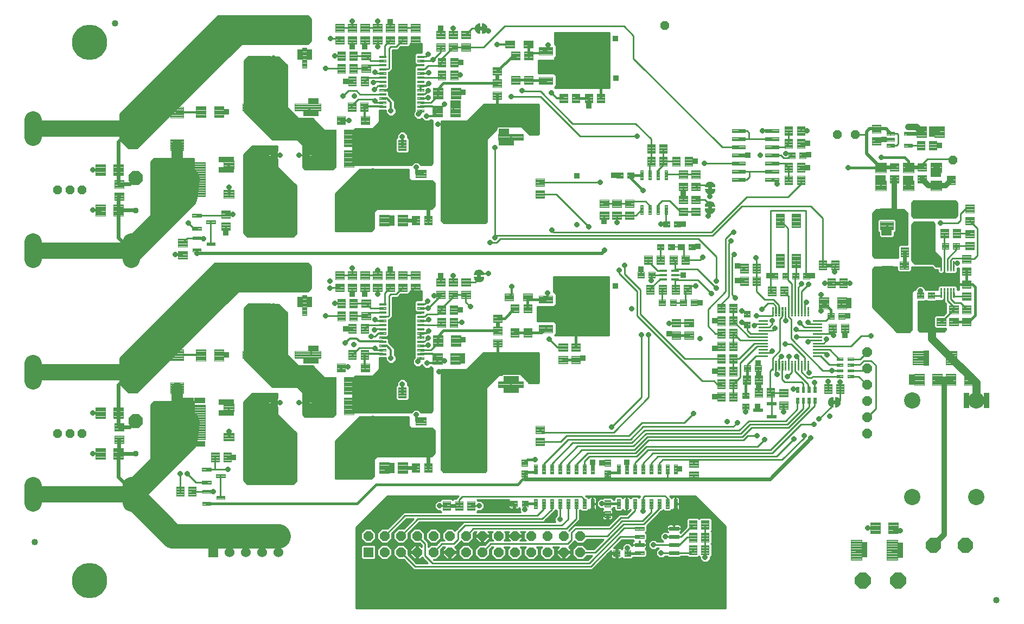
<source format=gtl>
G75*
%MOIN*%
%OFA0B0*%
%FSLAX25Y25*%
%IPPOS*%
%LPD*%
%AMOC8*
5,1,8,0,0,1.08239X$1,22.5*
%
%ADD10C,0.00394*%
%ADD11C,0.00409*%
%ADD12OC8,0.09693*%
%ADD13C,0.04000*%
%ADD14OC8,0.09055*%
%ADD15C,0.00402*%
%ADD16C,0.00408*%
%ADD17C,0.00396*%
%ADD18C,0.00378*%
%ADD19C,0.10000*%
%ADD20C,0.00425*%
%ADD21C,0.00400*%
%ADD22C,0.00348*%
%ADD23C,0.00433*%
%ADD24C,0.00387*%
%ADD25C,0.00413*%
%ADD26OC8,0.05315*%
%ADD27OC8,0.08600*%
%ADD28OC8,0.03543*%
%ADD29C,0.00100*%
%ADD30C,0.10638*%
%ADD31OC8,0.05906*%
%ADD32R,0.05906X0.05906*%
%ADD33C,0.00386*%
%ADD34C,0.00372*%
%ADD35R,0.06000X0.06000*%
%ADD36C,0.06000*%
%ADD37C,0.00362*%
%ADD38C,0.00390*%
%ADD39C,0.00384*%
%ADD40C,0.00406*%
%ADD41C,0.00423*%
%ADD42C,0.00404*%
%ADD43OC8,0.03175*%
%ADD44C,0.03200*%
%ADD45C,0.01600*%
%ADD46C,0.01000*%
%ADD47R,0.03175X0.03175*%
%ADD48C,0.01100*%
%ADD49C,0.02400*%
%ADD50C,0.00800*%
%ADD51C,0.01200*%
%ADD52C,0.21654*%
%ADD53C,0.04000*%
%ADD54C,0.02000*%
%ADD55C,0.05000*%
%ADD56C,0.10000*%
%ADD57C,0.15000*%
%ADD58C,0.07000*%
D10*
X0489393Y0101554D02*
X0493329Y0101554D01*
X0493329Y0098012D01*
X0489393Y0098012D01*
X0489393Y0101554D01*
X0489393Y0098405D02*
X0493329Y0098405D01*
X0493329Y0098798D02*
X0489393Y0098798D01*
X0489393Y0099191D02*
X0493329Y0099191D01*
X0493329Y0099584D02*
X0489393Y0099584D01*
X0489393Y0099977D02*
X0493329Y0099977D01*
X0493329Y0100370D02*
X0489393Y0100370D01*
X0489393Y0100763D02*
X0493329Y0100763D01*
X0493329Y0101156D02*
X0489393Y0101156D01*
X0489393Y0101549D02*
X0493329Y0101549D01*
X0496086Y0101554D02*
X0500022Y0101554D01*
X0500022Y0098012D01*
X0496086Y0098012D01*
X0496086Y0101554D01*
X0496086Y0098405D02*
X0500022Y0098405D01*
X0500022Y0098798D02*
X0496086Y0098798D01*
X0496086Y0099191D02*
X0500022Y0099191D01*
X0500022Y0099584D02*
X0496086Y0099584D01*
X0496086Y0099977D02*
X0500022Y0099977D01*
X0500022Y0100370D02*
X0496086Y0100370D01*
X0496086Y0100763D02*
X0500022Y0100763D01*
X0500022Y0101156D02*
X0496086Y0101156D01*
X0496086Y0101549D02*
X0500022Y0101549D01*
X0495936Y0116219D02*
X0495936Y0120155D01*
X0499478Y0120155D01*
X0499478Y0116219D01*
X0495936Y0116219D01*
X0495936Y0116612D02*
X0499478Y0116612D01*
X0499478Y0117005D02*
X0495936Y0117005D01*
X0495936Y0117398D02*
X0499478Y0117398D01*
X0499478Y0117791D02*
X0495936Y0117791D01*
X0495936Y0118184D02*
X0499478Y0118184D01*
X0499478Y0118577D02*
X0495936Y0118577D01*
X0495936Y0118970D02*
X0499478Y0118970D01*
X0499478Y0119363D02*
X0495936Y0119363D01*
X0495936Y0119756D02*
X0499478Y0119756D01*
X0499478Y0120149D02*
X0495936Y0120149D01*
X0495936Y0122912D02*
X0495936Y0126848D01*
X0499478Y0126848D01*
X0499478Y0122912D01*
X0495936Y0122912D01*
X0495936Y0123305D02*
X0499478Y0123305D01*
X0499478Y0123698D02*
X0495936Y0123698D01*
X0495936Y0124091D02*
X0499478Y0124091D01*
X0499478Y0124484D02*
X0495936Y0124484D01*
X0495936Y0124877D02*
X0499478Y0124877D01*
X0499478Y0125270D02*
X0495936Y0125270D01*
X0495936Y0125663D02*
X0499478Y0125663D01*
X0499478Y0126056D02*
X0495936Y0126056D01*
X0495936Y0126449D02*
X0499478Y0126449D01*
X0499478Y0126842D02*
X0495936Y0126842D01*
X0546936Y0126848D02*
X0546936Y0122912D01*
X0546936Y0126848D02*
X0550478Y0126848D01*
X0550478Y0122912D01*
X0546936Y0122912D01*
X0546936Y0123305D02*
X0550478Y0123305D01*
X0550478Y0123698D02*
X0546936Y0123698D01*
X0546936Y0124091D02*
X0550478Y0124091D01*
X0550478Y0124484D02*
X0546936Y0124484D01*
X0546936Y0124877D02*
X0550478Y0124877D01*
X0550478Y0125270D02*
X0546936Y0125270D01*
X0546936Y0125663D02*
X0550478Y0125663D01*
X0550478Y0126056D02*
X0546936Y0126056D01*
X0546936Y0126449D02*
X0550478Y0126449D01*
X0550478Y0126842D02*
X0546936Y0126842D01*
X0546936Y0120155D02*
X0546936Y0116219D01*
X0546936Y0120155D02*
X0550478Y0120155D01*
X0550478Y0116219D01*
X0546936Y0116219D01*
X0546936Y0116612D02*
X0550478Y0116612D01*
X0550478Y0117005D02*
X0546936Y0117005D01*
X0546936Y0117398D02*
X0550478Y0117398D01*
X0550478Y0117791D02*
X0546936Y0117791D01*
X0546936Y0118184D02*
X0550478Y0118184D01*
X0550478Y0118577D02*
X0546936Y0118577D01*
X0546936Y0118970D02*
X0550478Y0118970D01*
X0550478Y0119363D02*
X0546936Y0119363D01*
X0546936Y0119756D02*
X0550478Y0119756D01*
X0550478Y0120149D02*
X0546936Y0120149D01*
X0546936Y0101848D02*
X0546936Y0097912D01*
X0546936Y0101848D02*
X0550478Y0101848D01*
X0550478Y0097912D01*
X0546936Y0097912D01*
X0546936Y0098305D02*
X0550478Y0098305D01*
X0550478Y0098698D02*
X0546936Y0098698D01*
X0546936Y0099091D02*
X0550478Y0099091D01*
X0550478Y0099484D02*
X0546936Y0099484D01*
X0546936Y0099877D02*
X0550478Y0099877D01*
X0550478Y0100270D02*
X0546936Y0100270D01*
X0546936Y0100663D02*
X0550478Y0100663D01*
X0550478Y0101056D02*
X0546936Y0101056D01*
X0546936Y0101449D02*
X0550478Y0101449D01*
X0550478Y0101842D02*
X0546936Y0101842D01*
X0546936Y0095155D02*
X0546936Y0091219D01*
X0546936Y0095155D02*
X0550478Y0095155D01*
X0550478Y0091219D01*
X0546936Y0091219D01*
X0546936Y0091612D02*
X0550478Y0091612D01*
X0550478Y0092005D02*
X0546936Y0092005D01*
X0546936Y0092398D02*
X0550478Y0092398D01*
X0550478Y0092791D02*
X0546936Y0092791D01*
X0546936Y0093184D02*
X0550478Y0093184D01*
X0550478Y0093577D02*
X0546936Y0093577D01*
X0546936Y0093970D02*
X0550478Y0093970D01*
X0550478Y0094363D02*
X0546936Y0094363D01*
X0546936Y0094756D02*
X0550478Y0094756D01*
X0550478Y0095149D02*
X0546936Y0095149D01*
X0552393Y0067512D02*
X0556329Y0067512D01*
X0552393Y0067512D02*
X0552393Y0071054D01*
X0556329Y0071054D01*
X0556329Y0067512D01*
X0556329Y0067905D02*
X0552393Y0067905D01*
X0552393Y0068298D02*
X0556329Y0068298D01*
X0556329Y0068691D02*
X0552393Y0068691D01*
X0552393Y0069084D02*
X0556329Y0069084D01*
X0556329Y0069477D02*
X0552393Y0069477D01*
X0552393Y0069870D02*
X0556329Y0069870D01*
X0556329Y0070263D02*
X0552393Y0070263D01*
X0552393Y0070656D02*
X0556329Y0070656D01*
X0556329Y0071049D02*
X0552393Y0071049D01*
X0559086Y0067512D02*
X0563022Y0067512D01*
X0559086Y0067512D02*
X0559086Y0071054D01*
X0563022Y0071054D01*
X0563022Y0067512D01*
X0563022Y0067905D02*
X0559086Y0067905D01*
X0559086Y0068298D02*
X0563022Y0068298D01*
X0563022Y0068691D02*
X0559086Y0068691D01*
X0559086Y0069084D02*
X0563022Y0069084D01*
X0563022Y0069477D02*
X0559086Y0069477D01*
X0559086Y0069870D02*
X0563022Y0069870D01*
X0563022Y0070263D02*
X0559086Y0070263D01*
X0559086Y0070656D02*
X0563022Y0070656D01*
X0563022Y0071049D02*
X0559086Y0071049D01*
X0635425Y0157666D02*
X0635425Y0161208D01*
X0635425Y0157666D02*
X0631489Y0157666D01*
X0631489Y0161208D01*
X0635425Y0161208D01*
X0635425Y0158059D02*
X0631489Y0158059D01*
X0631489Y0158452D02*
X0635425Y0158452D01*
X0635425Y0158845D02*
X0631489Y0158845D01*
X0631489Y0159238D02*
X0635425Y0159238D01*
X0635425Y0159631D02*
X0631489Y0159631D01*
X0631489Y0160024D02*
X0635425Y0160024D01*
X0635425Y0160417D02*
X0631489Y0160417D01*
X0631489Y0160810D02*
X0635425Y0160810D01*
X0635425Y0161203D02*
X0631489Y0161203D01*
X0635425Y0164359D02*
X0635425Y0167901D01*
X0635425Y0164359D02*
X0631489Y0164359D01*
X0631489Y0167901D01*
X0635425Y0167901D01*
X0635425Y0164752D02*
X0631489Y0164752D01*
X0631489Y0165145D02*
X0635425Y0165145D01*
X0635425Y0165538D02*
X0631489Y0165538D01*
X0631489Y0165931D02*
X0635425Y0165931D01*
X0635425Y0166324D02*
X0631489Y0166324D01*
X0631489Y0166717D02*
X0635425Y0166717D01*
X0635425Y0167110D02*
X0631489Y0167110D01*
X0631489Y0167503D02*
X0635425Y0167503D01*
X0635425Y0167896D02*
X0631489Y0167896D01*
X0632643Y0184804D02*
X0636579Y0184804D01*
X0636579Y0181262D01*
X0632643Y0181262D01*
X0632643Y0184804D01*
X0632643Y0181655D02*
X0636579Y0181655D01*
X0636579Y0182048D02*
X0632643Y0182048D01*
X0632643Y0182441D02*
X0636579Y0182441D01*
X0636579Y0182834D02*
X0632643Y0182834D01*
X0632643Y0183227D02*
X0636579Y0183227D01*
X0636579Y0183620D02*
X0632643Y0183620D01*
X0632643Y0184013D02*
X0636579Y0184013D01*
X0636579Y0184406D02*
X0632643Y0184406D01*
X0632643Y0184799D02*
X0636579Y0184799D01*
X0639336Y0184804D02*
X0643272Y0184804D01*
X0643272Y0181262D01*
X0639336Y0181262D01*
X0639336Y0184804D01*
X0639336Y0181655D02*
X0643272Y0181655D01*
X0643272Y0182048D02*
X0639336Y0182048D01*
X0639336Y0182441D02*
X0643272Y0182441D01*
X0643272Y0182834D02*
X0639336Y0182834D01*
X0639336Y0183227D02*
X0643272Y0183227D01*
X0643272Y0183620D02*
X0639336Y0183620D01*
X0639336Y0184013D02*
X0643272Y0184013D01*
X0643272Y0184406D02*
X0639336Y0184406D01*
X0639336Y0184799D02*
X0643272Y0184799D01*
X0664605Y0168109D02*
X0666179Y0168109D01*
X0664605Y0168109D02*
X0664605Y0171651D01*
X0666179Y0171651D01*
X0666179Y0168109D01*
X0666179Y0168502D02*
X0664605Y0168502D01*
X0664605Y0168895D02*
X0666179Y0168895D01*
X0666179Y0169288D02*
X0664605Y0169288D01*
X0664605Y0169681D02*
X0666179Y0169681D01*
X0666179Y0170074D02*
X0664605Y0170074D01*
X0664605Y0170467D02*
X0666179Y0170467D01*
X0666179Y0170860D02*
X0664605Y0170860D01*
X0664605Y0171253D02*
X0666179Y0171253D01*
X0666179Y0171646D02*
X0664605Y0171646D01*
X0668149Y0168109D02*
X0669723Y0168109D01*
X0668149Y0168109D02*
X0668149Y0171651D01*
X0669723Y0171651D01*
X0669723Y0168109D01*
X0669723Y0168502D02*
X0668149Y0168502D01*
X0668149Y0168895D02*
X0669723Y0168895D01*
X0669723Y0169288D02*
X0668149Y0169288D01*
X0668149Y0169681D02*
X0669723Y0169681D01*
X0669723Y0170074D02*
X0668149Y0170074D01*
X0668149Y0170467D02*
X0669723Y0170467D01*
X0669723Y0170860D02*
X0668149Y0170860D01*
X0668149Y0171253D02*
X0669723Y0171253D01*
X0669723Y0171646D02*
X0668149Y0171646D01*
X0671692Y0168109D02*
X0673266Y0168109D01*
X0671692Y0168109D02*
X0671692Y0171651D01*
X0673266Y0171651D01*
X0673266Y0168109D01*
X0673266Y0168502D02*
X0671692Y0168502D01*
X0671692Y0168895D02*
X0673266Y0168895D01*
X0673266Y0169288D02*
X0671692Y0169288D01*
X0671692Y0169681D02*
X0673266Y0169681D01*
X0673266Y0170074D02*
X0671692Y0170074D01*
X0671692Y0170467D02*
X0673266Y0170467D01*
X0673266Y0170860D02*
X0671692Y0170860D01*
X0671692Y0171253D02*
X0673266Y0171253D01*
X0673266Y0171646D02*
X0671692Y0171646D01*
X0675235Y0168109D02*
X0676809Y0168109D01*
X0675235Y0168109D02*
X0675235Y0171651D01*
X0676809Y0171651D01*
X0676809Y0168109D01*
X0676809Y0168502D02*
X0675235Y0168502D01*
X0675235Y0168895D02*
X0676809Y0168895D01*
X0676809Y0169288D02*
X0675235Y0169288D01*
X0675235Y0169681D02*
X0676809Y0169681D01*
X0676809Y0170074D02*
X0675235Y0170074D01*
X0675235Y0170467D02*
X0676809Y0170467D01*
X0676809Y0170860D02*
X0675235Y0170860D01*
X0675235Y0171253D02*
X0676809Y0171253D01*
X0676809Y0171646D02*
X0675235Y0171646D01*
X0675235Y0161416D02*
X0676809Y0161416D01*
X0675235Y0161416D02*
X0675235Y0164958D01*
X0676809Y0164958D01*
X0676809Y0161416D01*
X0676809Y0161809D02*
X0675235Y0161809D01*
X0675235Y0162202D02*
X0676809Y0162202D01*
X0676809Y0162595D02*
X0675235Y0162595D01*
X0675235Y0162988D02*
X0676809Y0162988D01*
X0676809Y0163381D02*
X0675235Y0163381D01*
X0675235Y0163774D02*
X0676809Y0163774D01*
X0676809Y0164167D02*
X0675235Y0164167D01*
X0675235Y0164560D02*
X0676809Y0164560D01*
X0676809Y0164953D02*
X0675235Y0164953D01*
X0673266Y0161416D02*
X0671692Y0161416D01*
X0671692Y0164958D01*
X0673266Y0164958D01*
X0673266Y0161416D01*
X0673266Y0161809D02*
X0671692Y0161809D01*
X0671692Y0162202D02*
X0673266Y0162202D01*
X0673266Y0162595D02*
X0671692Y0162595D01*
X0671692Y0162988D02*
X0673266Y0162988D01*
X0673266Y0163381D02*
X0671692Y0163381D01*
X0671692Y0163774D02*
X0673266Y0163774D01*
X0673266Y0164167D02*
X0671692Y0164167D01*
X0671692Y0164560D02*
X0673266Y0164560D01*
X0673266Y0164953D02*
X0671692Y0164953D01*
X0669723Y0161416D02*
X0668149Y0161416D01*
X0668149Y0164958D01*
X0669723Y0164958D01*
X0669723Y0161416D01*
X0669723Y0161809D02*
X0668149Y0161809D01*
X0668149Y0162202D02*
X0669723Y0162202D01*
X0669723Y0162595D02*
X0668149Y0162595D01*
X0668149Y0162988D02*
X0669723Y0162988D01*
X0669723Y0163381D02*
X0668149Y0163381D01*
X0668149Y0163774D02*
X0669723Y0163774D01*
X0669723Y0164167D02*
X0668149Y0164167D01*
X0668149Y0164560D02*
X0669723Y0164560D01*
X0669723Y0164953D02*
X0668149Y0164953D01*
X0666179Y0161416D02*
X0664605Y0161416D01*
X0664605Y0164958D01*
X0666179Y0164958D01*
X0666179Y0161416D01*
X0666179Y0161809D02*
X0664605Y0161809D01*
X0664605Y0162202D02*
X0666179Y0162202D01*
X0666179Y0162595D02*
X0664605Y0162595D01*
X0664605Y0162988D02*
X0666179Y0162988D01*
X0666179Y0163381D02*
X0664605Y0163381D01*
X0664605Y0163774D02*
X0666179Y0163774D01*
X0666179Y0164167D02*
X0664605Y0164167D01*
X0664605Y0164560D02*
X0666179Y0164560D01*
X0666179Y0164953D02*
X0664605Y0164953D01*
X0689590Y0177182D02*
X0689590Y0178756D01*
X0693132Y0178756D01*
X0693132Y0177182D01*
X0689590Y0177182D01*
X0689590Y0177575D02*
X0693132Y0177575D01*
X0693132Y0177968D02*
X0689590Y0177968D01*
X0689590Y0178361D02*
X0693132Y0178361D01*
X0693132Y0178754D02*
X0689590Y0178754D01*
X0689590Y0180725D02*
X0689590Y0182299D01*
X0693132Y0182299D01*
X0693132Y0180725D01*
X0689590Y0180725D01*
X0689590Y0181118D02*
X0693132Y0181118D01*
X0693132Y0181511D02*
X0689590Y0181511D01*
X0689590Y0181904D02*
X0693132Y0181904D01*
X0693132Y0182297D02*
X0689590Y0182297D01*
X0689590Y0184268D02*
X0689590Y0185842D01*
X0693132Y0185842D01*
X0693132Y0184268D01*
X0689590Y0184268D01*
X0689590Y0184661D02*
X0693132Y0184661D01*
X0693132Y0185054D02*
X0689590Y0185054D01*
X0689590Y0185447D02*
X0693132Y0185447D01*
X0693132Y0185840D02*
X0689590Y0185840D01*
X0689590Y0187811D02*
X0689590Y0189385D01*
X0693132Y0189385D01*
X0693132Y0187811D01*
X0689590Y0187811D01*
X0689590Y0188204D02*
X0693132Y0188204D01*
X0693132Y0188597D02*
X0689590Y0188597D01*
X0689590Y0188990D02*
X0693132Y0188990D01*
X0693132Y0189383D02*
X0689590Y0189383D01*
X0696283Y0189385D02*
X0696283Y0187811D01*
X0696283Y0189385D02*
X0699825Y0189385D01*
X0699825Y0187811D01*
X0696283Y0187811D01*
X0696283Y0188204D02*
X0699825Y0188204D01*
X0699825Y0188597D02*
X0696283Y0188597D01*
X0696283Y0188990D02*
X0699825Y0188990D01*
X0699825Y0189383D02*
X0696283Y0189383D01*
X0696283Y0185842D02*
X0696283Y0184268D01*
X0696283Y0185842D02*
X0699825Y0185842D01*
X0699825Y0184268D01*
X0696283Y0184268D01*
X0696283Y0184661D02*
X0699825Y0184661D01*
X0699825Y0185054D02*
X0696283Y0185054D01*
X0696283Y0185447D02*
X0699825Y0185447D01*
X0699825Y0185840D02*
X0696283Y0185840D01*
X0696283Y0182299D02*
X0696283Y0180725D01*
X0696283Y0182299D02*
X0699825Y0182299D01*
X0699825Y0180725D01*
X0696283Y0180725D01*
X0696283Y0181118D02*
X0699825Y0181118D01*
X0699825Y0181511D02*
X0696283Y0181511D01*
X0696283Y0181904D02*
X0699825Y0181904D01*
X0699825Y0182297D02*
X0696283Y0182297D01*
X0696283Y0178756D02*
X0696283Y0177182D01*
X0696283Y0178756D02*
X0699825Y0178756D01*
X0699825Y0177182D01*
X0696283Y0177182D01*
X0696283Y0177575D02*
X0699825Y0177575D01*
X0699825Y0177968D02*
X0696283Y0177968D01*
X0696283Y0178361D02*
X0699825Y0178361D01*
X0699825Y0178754D02*
X0696283Y0178754D01*
X0632686Y0207719D02*
X0632686Y0211655D01*
X0636228Y0211655D01*
X0636228Y0207719D01*
X0632686Y0207719D01*
X0632686Y0208112D02*
X0636228Y0208112D01*
X0636228Y0208505D02*
X0632686Y0208505D01*
X0632686Y0208898D02*
X0636228Y0208898D01*
X0636228Y0209291D02*
X0632686Y0209291D01*
X0632686Y0209684D02*
X0636228Y0209684D01*
X0636228Y0210077D02*
X0632686Y0210077D01*
X0632686Y0210470D02*
X0636228Y0210470D01*
X0636228Y0210863D02*
X0632686Y0210863D01*
X0632686Y0211256D02*
X0636228Y0211256D01*
X0636228Y0211649D02*
X0632686Y0211649D01*
X0632686Y0214412D02*
X0632686Y0218348D01*
X0636228Y0218348D01*
X0636228Y0214412D01*
X0632686Y0214412D01*
X0632686Y0214805D02*
X0636228Y0214805D01*
X0636228Y0215198D02*
X0632686Y0215198D01*
X0632686Y0215591D02*
X0636228Y0215591D01*
X0636228Y0215984D02*
X0632686Y0215984D01*
X0632686Y0216377D02*
X0636228Y0216377D01*
X0636228Y0216770D02*
X0632686Y0216770D01*
X0632686Y0217163D02*
X0636228Y0217163D01*
X0636228Y0217556D02*
X0632686Y0217556D01*
X0632686Y0217949D02*
X0636228Y0217949D01*
X0636228Y0218342D02*
X0632686Y0218342D01*
X0603772Y0221512D02*
X0599836Y0221512D01*
X0599836Y0225054D01*
X0603772Y0225054D01*
X0603772Y0221512D01*
X0603772Y0221905D02*
X0599836Y0221905D01*
X0599836Y0222298D02*
X0603772Y0222298D01*
X0603772Y0222691D02*
X0599836Y0222691D01*
X0599836Y0223084D02*
X0603772Y0223084D01*
X0603772Y0223477D02*
X0599836Y0223477D01*
X0599836Y0223870D02*
X0603772Y0223870D01*
X0603772Y0224263D02*
X0599836Y0224263D01*
X0599836Y0224656D02*
X0603772Y0224656D01*
X0603772Y0225049D02*
X0599836Y0225049D01*
X0597079Y0221512D02*
X0593143Y0221512D01*
X0593143Y0225054D01*
X0597079Y0225054D01*
X0597079Y0221512D01*
X0597079Y0221905D02*
X0593143Y0221905D01*
X0593143Y0222298D02*
X0597079Y0222298D01*
X0597079Y0222691D02*
X0593143Y0222691D01*
X0593143Y0223084D02*
X0597079Y0223084D01*
X0597079Y0223477D02*
X0593143Y0223477D01*
X0593143Y0223870D02*
X0597079Y0223870D01*
X0597079Y0224263D02*
X0593143Y0224263D01*
X0593143Y0224656D02*
X0597079Y0224656D01*
X0597079Y0225049D02*
X0593143Y0225049D01*
X0591022Y0225054D02*
X0587086Y0225054D01*
X0591022Y0225054D02*
X0591022Y0221512D01*
X0587086Y0221512D01*
X0587086Y0225054D01*
X0587086Y0221905D02*
X0591022Y0221905D01*
X0591022Y0222298D02*
X0587086Y0222298D01*
X0587086Y0222691D02*
X0591022Y0222691D01*
X0591022Y0223084D02*
X0587086Y0223084D01*
X0587086Y0223477D02*
X0591022Y0223477D01*
X0591022Y0223870D02*
X0587086Y0223870D01*
X0587086Y0224263D02*
X0591022Y0224263D01*
X0591022Y0224656D02*
X0587086Y0224656D01*
X0587086Y0225049D02*
X0591022Y0225049D01*
X0584329Y0225054D02*
X0580393Y0225054D01*
X0584329Y0225054D02*
X0584329Y0221512D01*
X0580393Y0221512D01*
X0580393Y0225054D01*
X0580393Y0221905D02*
X0584329Y0221905D01*
X0584329Y0222298D02*
X0580393Y0222298D01*
X0580393Y0222691D02*
X0584329Y0222691D01*
X0584329Y0223084D02*
X0580393Y0223084D01*
X0580393Y0223477D02*
X0584329Y0223477D01*
X0584329Y0223870D02*
X0580393Y0223870D01*
X0580393Y0224263D02*
X0584329Y0224263D01*
X0584329Y0224656D02*
X0580393Y0224656D01*
X0580393Y0225049D02*
X0584329Y0225049D01*
X0577772Y0242054D02*
X0573836Y0242054D01*
X0577772Y0242054D02*
X0577772Y0238512D01*
X0573836Y0238512D01*
X0573836Y0242054D01*
X0573836Y0238905D02*
X0577772Y0238905D01*
X0577772Y0239298D02*
X0573836Y0239298D01*
X0573836Y0239691D02*
X0577772Y0239691D01*
X0577772Y0240084D02*
X0573836Y0240084D01*
X0573836Y0240477D02*
X0577772Y0240477D01*
X0577772Y0240870D02*
X0573836Y0240870D01*
X0573836Y0241263D02*
X0577772Y0241263D01*
X0577772Y0241656D02*
X0573836Y0241656D01*
X0573836Y0242049D02*
X0577772Y0242049D01*
X0571079Y0242054D02*
X0567143Y0242054D01*
X0571079Y0242054D02*
X0571079Y0238512D01*
X0567143Y0238512D01*
X0567143Y0242054D01*
X0567143Y0238905D02*
X0571079Y0238905D01*
X0571079Y0239298D02*
X0567143Y0239298D01*
X0567143Y0239691D02*
X0571079Y0239691D01*
X0571079Y0240084D02*
X0567143Y0240084D01*
X0567143Y0240477D02*
X0571079Y0240477D01*
X0571079Y0240870D02*
X0567143Y0240870D01*
X0567143Y0241263D02*
X0571079Y0241263D01*
X0571079Y0241656D02*
X0567143Y0241656D01*
X0567143Y0242049D02*
X0571079Y0242049D01*
X0579143Y0259304D02*
X0583079Y0259304D01*
X0583079Y0255762D01*
X0579143Y0255762D01*
X0579143Y0259304D01*
X0579143Y0256155D02*
X0583079Y0256155D01*
X0583079Y0256548D02*
X0579143Y0256548D01*
X0579143Y0256941D02*
X0583079Y0256941D01*
X0583079Y0257334D02*
X0579143Y0257334D01*
X0579143Y0257727D02*
X0583079Y0257727D01*
X0583079Y0258120D02*
X0579143Y0258120D01*
X0579143Y0258513D02*
X0583079Y0258513D01*
X0583079Y0258906D02*
X0579143Y0258906D01*
X0579143Y0259299D02*
X0583079Y0259299D01*
X0585836Y0259304D02*
X0589772Y0259304D01*
X0589772Y0255762D01*
X0585836Y0255762D01*
X0585836Y0259304D01*
X0585836Y0256155D02*
X0589772Y0256155D01*
X0589772Y0256548D02*
X0585836Y0256548D01*
X0585836Y0256941D02*
X0589772Y0256941D01*
X0589772Y0257334D02*
X0585836Y0257334D01*
X0585836Y0257727D02*
X0589772Y0257727D01*
X0589772Y0258120D02*
X0585836Y0258120D01*
X0585836Y0258513D02*
X0589772Y0258513D01*
X0589772Y0258906D02*
X0585836Y0258906D01*
X0585836Y0259299D02*
X0589772Y0259299D01*
X0591893Y0255762D02*
X0595829Y0255762D01*
X0591893Y0255762D02*
X0591893Y0259304D01*
X0595829Y0259304D01*
X0595829Y0255762D01*
X0595829Y0256155D02*
X0591893Y0256155D01*
X0591893Y0256548D02*
X0595829Y0256548D01*
X0595829Y0256941D02*
X0591893Y0256941D01*
X0591893Y0257334D02*
X0595829Y0257334D01*
X0595829Y0257727D02*
X0591893Y0257727D01*
X0591893Y0258120D02*
X0595829Y0258120D01*
X0595829Y0258513D02*
X0591893Y0258513D01*
X0591893Y0258906D02*
X0595829Y0258906D01*
X0595829Y0259299D02*
X0591893Y0259299D01*
X0598586Y0255762D02*
X0602522Y0255762D01*
X0598586Y0255762D02*
X0598586Y0259304D01*
X0602522Y0259304D01*
X0602522Y0255762D01*
X0602522Y0256155D02*
X0598586Y0256155D01*
X0598586Y0256548D02*
X0602522Y0256548D01*
X0602522Y0256941D02*
X0598586Y0256941D01*
X0598586Y0257334D02*
X0602522Y0257334D01*
X0602522Y0257727D02*
X0598586Y0257727D01*
X0598586Y0258120D02*
X0602522Y0258120D01*
X0602522Y0258513D02*
X0598586Y0258513D01*
X0598586Y0258906D02*
X0602522Y0258906D01*
X0602522Y0259299D02*
X0598586Y0259299D01*
X0593522Y0273304D02*
X0589586Y0273304D01*
X0593522Y0273304D02*
X0593522Y0269762D01*
X0589586Y0269762D01*
X0589586Y0273304D01*
X0589586Y0270155D02*
X0593522Y0270155D01*
X0593522Y0270548D02*
X0589586Y0270548D01*
X0589586Y0270941D02*
X0593522Y0270941D01*
X0593522Y0271334D02*
X0589586Y0271334D01*
X0589586Y0271727D02*
X0593522Y0271727D01*
X0593522Y0272120D02*
X0589586Y0272120D01*
X0589586Y0272513D02*
X0593522Y0272513D01*
X0593522Y0272906D02*
X0589586Y0272906D01*
X0589586Y0273299D02*
X0593522Y0273299D01*
X0586829Y0273304D02*
X0582893Y0273304D01*
X0586829Y0273304D02*
X0586829Y0269762D01*
X0582893Y0269762D01*
X0582893Y0273304D01*
X0582893Y0270155D02*
X0586829Y0270155D01*
X0586829Y0270548D02*
X0582893Y0270548D01*
X0582893Y0270941D02*
X0586829Y0270941D01*
X0586829Y0271334D02*
X0582893Y0271334D01*
X0582893Y0271727D02*
X0586829Y0271727D01*
X0586829Y0272120D02*
X0582893Y0272120D01*
X0582893Y0272513D02*
X0586829Y0272513D01*
X0586829Y0272906D02*
X0582893Y0272906D01*
X0582893Y0273299D02*
X0586829Y0273299D01*
X0564772Y0303304D02*
X0560836Y0303304D01*
X0564772Y0303304D02*
X0564772Y0299762D01*
X0560836Y0299762D01*
X0560836Y0303304D01*
X0560836Y0300155D02*
X0564772Y0300155D01*
X0564772Y0300548D02*
X0560836Y0300548D01*
X0560836Y0300941D02*
X0564772Y0300941D01*
X0564772Y0301334D02*
X0560836Y0301334D01*
X0560836Y0301727D02*
X0564772Y0301727D01*
X0564772Y0302120D02*
X0560836Y0302120D01*
X0560836Y0302513D02*
X0564772Y0302513D01*
X0564772Y0302906D02*
X0560836Y0302906D01*
X0560836Y0303299D02*
X0564772Y0303299D01*
X0558079Y0303304D02*
X0554143Y0303304D01*
X0558079Y0303304D02*
X0558079Y0299762D01*
X0554143Y0299762D01*
X0554143Y0303304D01*
X0554143Y0300155D02*
X0558079Y0300155D01*
X0558079Y0300548D02*
X0554143Y0300548D01*
X0554143Y0300941D02*
X0558079Y0300941D01*
X0558079Y0301334D02*
X0554143Y0301334D01*
X0554143Y0301727D02*
X0558079Y0301727D01*
X0558079Y0302120D02*
X0554143Y0302120D01*
X0554143Y0302513D02*
X0558079Y0302513D01*
X0558079Y0302906D02*
X0554143Y0302906D01*
X0554143Y0303299D02*
X0558079Y0303299D01*
X0659893Y0312012D02*
X0663829Y0312012D01*
X0659893Y0312012D02*
X0659893Y0315554D01*
X0663829Y0315554D01*
X0663829Y0312012D01*
X0663829Y0312405D02*
X0659893Y0312405D01*
X0659893Y0312798D02*
X0663829Y0312798D01*
X0663829Y0313191D02*
X0659893Y0313191D01*
X0659893Y0313584D02*
X0663829Y0313584D01*
X0663829Y0313977D02*
X0659893Y0313977D01*
X0659893Y0314370D02*
X0663829Y0314370D01*
X0663829Y0314763D02*
X0659893Y0314763D01*
X0659893Y0315156D02*
X0663829Y0315156D01*
X0663829Y0315549D02*
X0659893Y0315549D01*
X0666586Y0312012D02*
X0670522Y0312012D01*
X0666586Y0312012D02*
X0666586Y0315554D01*
X0670522Y0315554D01*
X0670522Y0312012D01*
X0670522Y0312405D02*
X0666586Y0312405D01*
X0666586Y0312798D02*
X0670522Y0312798D01*
X0670522Y0313191D02*
X0666586Y0313191D01*
X0666586Y0313584D02*
X0670522Y0313584D01*
X0670522Y0313977D02*
X0666586Y0313977D01*
X0666586Y0314370D02*
X0670522Y0314370D01*
X0670522Y0314763D02*
X0666586Y0314763D01*
X0666586Y0315156D02*
X0670522Y0315156D01*
X0670522Y0315549D02*
X0666586Y0315549D01*
X0754143Y0256262D02*
X0758079Y0256262D01*
X0754143Y0256262D02*
X0754143Y0259804D01*
X0758079Y0259804D01*
X0758079Y0256262D01*
X0758079Y0256655D02*
X0754143Y0256655D01*
X0754143Y0257048D02*
X0758079Y0257048D01*
X0758079Y0257441D02*
X0754143Y0257441D01*
X0754143Y0257834D02*
X0758079Y0257834D01*
X0758079Y0258227D02*
X0754143Y0258227D01*
X0754143Y0258620D02*
X0758079Y0258620D01*
X0758079Y0259013D02*
X0754143Y0259013D01*
X0754143Y0259406D02*
X0758079Y0259406D01*
X0758079Y0259799D02*
X0754143Y0259799D01*
X0760836Y0256262D02*
X0764772Y0256262D01*
X0760836Y0256262D02*
X0760836Y0259804D01*
X0764772Y0259804D01*
X0764772Y0256262D01*
X0764772Y0256655D02*
X0760836Y0256655D01*
X0760836Y0257048D02*
X0764772Y0257048D01*
X0764772Y0257441D02*
X0760836Y0257441D01*
X0760836Y0257834D02*
X0764772Y0257834D01*
X0764772Y0258227D02*
X0760836Y0258227D01*
X0760836Y0258620D02*
X0764772Y0258620D01*
X0764772Y0259013D02*
X0760836Y0259013D01*
X0760836Y0259406D02*
X0764772Y0259406D01*
X0764772Y0259799D02*
X0760836Y0259799D01*
X0749522Y0226012D02*
X0745586Y0226012D01*
X0745586Y0229554D01*
X0749522Y0229554D01*
X0749522Y0226012D01*
X0749522Y0226405D02*
X0745586Y0226405D01*
X0745586Y0226798D02*
X0749522Y0226798D01*
X0749522Y0227191D02*
X0745586Y0227191D01*
X0745586Y0227584D02*
X0749522Y0227584D01*
X0749522Y0227977D02*
X0745586Y0227977D01*
X0745586Y0228370D02*
X0749522Y0228370D01*
X0749522Y0228763D02*
X0745586Y0228763D01*
X0745586Y0229156D02*
X0749522Y0229156D01*
X0749522Y0229549D02*
X0745586Y0229549D01*
X0742829Y0226012D02*
X0738893Y0226012D01*
X0738893Y0229554D01*
X0742829Y0229554D01*
X0742829Y0226012D01*
X0742829Y0226405D02*
X0738893Y0226405D01*
X0738893Y0226798D02*
X0742829Y0226798D01*
X0742829Y0227191D02*
X0738893Y0227191D01*
X0738893Y0227584D02*
X0742829Y0227584D01*
X0742829Y0227977D02*
X0738893Y0227977D01*
X0738893Y0228370D02*
X0742829Y0228370D01*
X0742829Y0228763D02*
X0738893Y0228763D01*
X0738893Y0229156D02*
X0742829Y0229156D01*
X0742829Y0229549D02*
X0738893Y0229549D01*
X0694522Y0216804D02*
X0690586Y0216804D01*
X0694522Y0216804D02*
X0694522Y0213262D01*
X0690586Y0213262D01*
X0690586Y0216804D01*
X0690586Y0213655D02*
X0694522Y0213655D01*
X0694522Y0214048D02*
X0690586Y0214048D01*
X0690586Y0214441D02*
X0694522Y0214441D01*
X0694522Y0214834D02*
X0690586Y0214834D01*
X0690586Y0215227D02*
X0694522Y0215227D01*
X0694522Y0215620D02*
X0690586Y0215620D01*
X0690586Y0216013D02*
X0694522Y0216013D01*
X0694522Y0216406D02*
X0690586Y0216406D01*
X0690586Y0216799D02*
X0694522Y0216799D01*
X0687829Y0216804D02*
X0683893Y0216804D01*
X0687829Y0216804D02*
X0687829Y0213262D01*
X0683893Y0213262D01*
X0683893Y0216804D01*
X0683893Y0213655D02*
X0687829Y0213655D01*
X0687829Y0214048D02*
X0683893Y0214048D01*
X0683893Y0214441D02*
X0687829Y0214441D01*
X0687829Y0214834D02*
X0683893Y0214834D01*
X0683893Y0215227D02*
X0687829Y0215227D01*
X0687829Y0215620D02*
X0683893Y0215620D01*
X0683893Y0216013D02*
X0687829Y0216013D01*
X0687829Y0216406D02*
X0683893Y0216406D01*
X0683893Y0216799D02*
X0687829Y0216799D01*
X0672772Y0241554D02*
X0668836Y0241554D01*
X0672772Y0241554D02*
X0672772Y0238012D01*
X0668836Y0238012D01*
X0668836Y0241554D01*
X0668836Y0238405D02*
X0672772Y0238405D01*
X0672772Y0238798D02*
X0668836Y0238798D01*
X0668836Y0239191D02*
X0672772Y0239191D01*
X0672772Y0239584D02*
X0668836Y0239584D01*
X0668836Y0239977D02*
X0672772Y0239977D01*
X0672772Y0240370D02*
X0668836Y0240370D01*
X0668836Y0240763D02*
X0672772Y0240763D01*
X0672772Y0241156D02*
X0668836Y0241156D01*
X0668836Y0241549D02*
X0672772Y0241549D01*
X0666079Y0241554D02*
X0662143Y0241554D01*
X0666079Y0241554D02*
X0666079Y0238012D01*
X0662143Y0238012D01*
X0662143Y0241554D01*
X0662143Y0238405D02*
X0666079Y0238405D01*
X0666079Y0238798D02*
X0662143Y0238798D01*
X0662143Y0239191D02*
X0666079Y0239191D01*
X0666079Y0239584D02*
X0662143Y0239584D01*
X0662143Y0239977D02*
X0666079Y0239977D01*
X0666079Y0240370D02*
X0662143Y0240370D01*
X0662143Y0240763D02*
X0666079Y0240763D01*
X0666079Y0241156D02*
X0662143Y0241156D01*
X0662143Y0241549D02*
X0666079Y0241549D01*
X0660022Y0238012D02*
X0656086Y0238012D01*
X0656086Y0241554D01*
X0660022Y0241554D01*
X0660022Y0238012D01*
X0660022Y0238405D02*
X0656086Y0238405D01*
X0656086Y0238798D02*
X0660022Y0238798D01*
X0660022Y0239191D02*
X0656086Y0239191D01*
X0656086Y0239584D02*
X0660022Y0239584D01*
X0660022Y0239977D02*
X0656086Y0239977D01*
X0656086Y0240370D02*
X0660022Y0240370D01*
X0660022Y0240763D02*
X0656086Y0240763D01*
X0656086Y0241156D02*
X0660022Y0241156D01*
X0660022Y0241549D02*
X0656086Y0241549D01*
X0653329Y0238012D02*
X0649393Y0238012D01*
X0649393Y0241554D01*
X0653329Y0241554D01*
X0653329Y0238012D01*
X0653329Y0238405D02*
X0649393Y0238405D01*
X0649393Y0238798D02*
X0653329Y0238798D01*
X0653329Y0239191D02*
X0649393Y0239191D01*
X0649393Y0239584D02*
X0653329Y0239584D01*
X0653329Y0239977D02*
X0649393Y0239977D01*
X0649393Y0240370D02*
X0653329Y0240370D01*
X0653329Y0240763D02*
X0649393Y0240763D01*
X0649393Y0241156D02*
X0653329Y0241156D01*
X0653329Y0241549D02*
X0649393Y0241549D01*
D11*
X0642553Y0241534D02*
X0637843Y0241534D01*
X0637843Y0247032D01*
X0642553Y0247032D01*
X0642553Y0241534D01*
X0642553Y0241942D02*
X0637843Y0241942D01*
X0637843Y0242350D02*
X0642553Y0242350D01*
X0642553Y0242758D02*
X0637843Y0242758D01*
X0637843Y0243166D02*
X0642553Y0243166D01*
X0642553Y0243574D02*
X0637843Y0243574D01*
X0637843Y0243982D02*
X0642553Y0243982D01*
X0642553Y0244390D02*
X0637843Y0244390D01*
X0637843Y0244798D02*
X0642553Y0244798D01*
X0642553Y0245206D02*
X0637843Y0245206D01*
X0637843Y0245614D02*
X0642553Y0245614D01*
X0642553Y0246022D02*
X0637843Y0246022D01*
X0637843Y0246430D02*
X0642553Y0246430D01*
X0642553Y0246838D02*
X0637843Y0246838D01*
X0635072Y0241534D02*
X0630362Y0241534D01*
X0630362Y0247032D01*
X0635072Y0247032D01*
X0635072Y0241534D01*
X0635072Y0241942D02*
X0630362Y0241942D01*
X0630362Y0242350D02*
X0635072Y0242350D01*
X0635072Y0242758D02*
X0630362Y0242758D01*
X0630362Y0243166D02*
X0635072Y0243166D01*
X0635072Y0243574D02*
X0630362Y0243574D01*
X0630362Y0243982D02*
X0635072Y0243982D01*
X0635072Y0244390D02*
X0630362Y0244390D01*
X0630362Y0244798D02*
X0635072Y0244798D01*
X0635072Y0245206D02*
X0630362Y0245206D01*
X0630362Y0245614D02*
X0635072Y0245614D01*
X0635072Y0246022D02*
X0630362Y0246022D01*
X0630362Y0246430D02*
X0635072Y0246430D01*
X0635072Y0246838D02*
X0630362Y0246838D01*
X0630362Y0239282D02*
X0635072Y0239282D01*
X0635072Y0233784D01*
X0630362Y0233784D01*
X0630362Y0239282D01*
X0630362Y0234192D02*
X0635072Y0234192D01*
X0635072Y0234600D02*
X0630362Y0234600D01*
X0630362Y0235008D02*
X0635072Y0235008D01*
X0635072Y0235416D02*
X0630362Y0235416D01*
X0630362Y0235824D02*
X0635072Y0235824D01*
X0635072Y0236232D02*
X0630362Y0236232D01*
X0630362Y0236640D02*
X0635072Y0236640D01*
X0635072Y0237048D02*
X0630362Y0237048D01*
X0630362Y0237456D02*
X0635072Y0237456D01*
X0635072Y0237864D02*
X0630362Y0237864D01*
X0630362Y0238272D02*
X0635072Y0238272D01*
X0635072Y0238680D02*
X0630362Y0238680D01*
X0630362Y0239088D02*
X0635072Y0239088D01*
X0637843Y0239282D02*
X0642553Y0239282D01*
X0642553Y0233784D01*
X0637843Y0233784D01*
X0637843Y0239282D01*
X0637843Y0234192D02*
X0642553Y0234192D01*
X0642553Y0234600D02*
X0637843Y0234600D01*
X0637843Y0235008D02*
X0642553Y0235008D01*
X0642553Y0235416D02*
X0637843Y0235416D01*
X0637843Y0235824D02*
X0642553Y0235824D01*
X0642553Y0236232D02*
X0637843Y0236232D01*
X0637843Y0236640D02*
X0642553Y0236640D01*
X0642553Y0237048D02*
X0637843Y0237048D01*
X0637843Y0237456D02*
X0642553Y0237456D01*
X0642553Y0237864D02*
X0637843Y0237864D01*
X0637843Y0238272D02*
X0642553Y0238272D01*
X0642553Y0238680D02*
X0637843Y0238680D01*
X0637843Y0239088D02*
X0642553Y0239088D01*
X0647362Y0233032D02*
X0652072Y0233032D01*
X0652072Y0227534D01*
X0647362Y0227534D01*
X0647362Y0233032D01*
X0647362Y0227942D02*
X0652072Y0227942D01*
X0652072Y0228350D02*
X0647362Y0228350D01*
X0647362Y0228758D02*
X0652072Y0228758D01*
X0652072Y0229166D02*
X0647362Y0229166D01*
X0647362Y0229574D02*
X0652072Y0229574D01*
X0652072Y0229982D02*
X0647362Y0229982D01*
X0647362Y0230390D02*
X0652072Y0230390D01*
X0652072Y0230798D02*
X0647362Y0230798D01*
X0647362Y0231206D02*
X0652072Y0231206D01*
X0652072Y0231614D02*
X0647362Y0231614D01*
X0647362Y0232022D02*
X0652072Y0232022D01*
X0652072Y0232430D02*
X0647362Y0232430D01*
X0647362Y0232838D02*
X0652072Y0232838D01*
X0654843Y0233032D02*
X0659553Y0233032D01*
X0659553Y0227534D01*
X0654843Y0227534D01*
X0654843Y0233032D01*
X0654843Y0227942D02*
X0659553Y0227942D01*
X0659553Y0228350D02*
X0654843Y0228350D01*
X0654843Y0228758D02*
X0659553Y0228758D01*
X0659553Y0229166D02*
X0654843Y0229166D01*
X0654843Y0229574D02*
X0659553Y0229574D01*
X0659553Y0229982D02*
X0654843Y0229982D01*
X0654843Y0230390D02*
X0659553Y0230390D01*
X0659553Y0230798D02*
X0654843Y0230798D01*
X0654843Y0231206D02*
X0659553Y0231206D01*
X0659553Y0231614D02*
X0654843Y0231614D01*
X0654843Y0232022D02*
X0659553Y0232022D01*
X0659553Y0232430D02*
X0654843Y0232430D01*
X0654843Y0232838D02*
X0659553Y0232838D01*
X0678612Y0249032D02*
X0683322Y0249032D01*
X0683322Y0243534D01*
X0678612Y0243534D01*
X0678612Y0249032D01*
X0678612Y0243942D02*
X0683322Y0243942D01*
X0683322Y0244350D02*
X0678612Y0244350D01*
X0678612Y0244758D02*
X0683322Y0244758D01*
X0683322Y0245166D02*
X0678612Y0245166D01*
X0678612Y0245574D02*
X0683322Y0245574D01*
X0683322Y0245982D02*
X0678612Y0245982D01*
X0678612Y0246390D02*
X0683322Y0246390D01*
X0683322Y0246798D02*
X0678612Y0246798D01*
X0678612Y0247206D02*
X0683322Y0247206D01*
X0683322Y0247614D02*
X0678612Y0247614D01*
X0678612Y0248022D02*
X0683322Y0248022D01*
X0683322Y0248430D02*
X0678612Y0248430D01*
X0678612Y0248838D02*
X0683322Y0248838D01*
X0686093Y0249032D02*
X0690803Y0249032D01*
X0690803Y0243534D01*
X0686093Y0243534D01*
X0686093Y0249032D01*
X0686093Y0243942D02*
X0690803Y0243942D01*
X0690803Y0244350D02*
X0686093Y0244350D01*
X0686093Y0244758D02*
X0690803Y0244758D01*
X0690803Y0245166D02*
X0686093Y0245166D01*
X0686093Y0245574D02*
X0690803Y0245574D01*
X0690803Y0245982D02*
X0686093Y0245982D01*
X0686093Y0246390D02*
X0690803Y0246390D01*
X0690803Y0246798D02*
X0686093Y0246798D01*
X0686093Y0247206D02*
X0690803Y0247206D01*
X0690803Y0247614D02*
X0686093Y0247614D01*
X0686093Y0248022D02*
X0690803Y0248022D01*
X0690803Y0248430D02*
X0686093Y0248430D01*
X0686093Y0248838D02*
X0690803Y0248838D01*
X0691343Y0232534D02*
X0696053Y0232534D01*
X0691343Y0232534D02*
X0691343Y0238032D01*
X0696053Y0238032D01*
X0696053Y0232534D01*
X0696053Y0232942D02*
X0691343Y0232942D01*
X0691343Y0233350D02*
X0696053Y0233350D01*
X0696053Y0233758D02*
X0691343Y0233758D01*
X0691343Y0234166D02*
X0696053Y0234166D01*
X0696053Y0234574D02*
X0691343Y0234574D01*
X0691343Y0234982D02*
X0696053Y0234982D01*
X0696053Y0235390D02*
X0691343Y0235390D01*
X0691343Y0235798D02*
X0696053Y0235798D01*
X0696053Y0236206D02*
X0691343Y0236206D01*
X0691343Y0236614D02*
X0696053Y0236614D01*
X0696053Y0237022D02*
X0691343Y0237022D01*
X0691343Y0237430D02*
X0696053Y0237430D01*
X0696053Y0237838D02*
X0691343Y0237838D01*
X0688572Y0232534D02*
X0683862Y0232534D01*
X0683862Y0238032D01*
X0688572Y0238032D01*
X0688572Y0232534D01*
X0688572Y0232942D02*
X0683862Y0232942D01*
X0683862Y0233350D02*
X0688572Y0233350D01*
X0688572Y0233758D02*
X0683862Y0233758D01*
X0683862Y0234166D02*
X0688572Y0234166D01*
X0688572Y0234574D02*
X0683862Y0234574D01*
X0683862Y0234982D02*
X0688572Y0234982D01*
X0688572Y0235390D02*
X0683862Y0235390D01*
X0683862Y0235798D02*
X0688572Y0235798D01*
X0688572Y0236206D02*
X0683862Y0236206D01*
X0683862Y0236614D02*
X0688572Y0236614D01*
X0688572Y0237022D02*
X0683862Y0237022D01*
X0683862Y0237430D02*
X0688572Y0237430D01*
X0688572Y0237838D02*
X0683862Y0237838D01*
X0684612Y0210282D02*
X0689322Y0210282D01*
X0689322Y0204784D01*
X0684612Y0204784D01*
X0684612Y0210282D01*
X0684612Y0205192D02*
X0689322Y0205192D01*
X0689322Y0205600D02*
X0684612Y0205600D01*
X0684612Y0206008D02*
X0689322Y0206008D01*
X0689322Y0206416D02*
X0684612Y0206416D01*
X0684612Y0206824D02*
X0689322Y0206824D01*
X0689322Y0207232D02*
X0684612Y0207232D01*
X0684612Y0207640D02*
X0689322Y0207640D01*
X0689322Y0208048D02*
X0684612Y0208048D01*
X0684612Y0208456D02*
X0689322Y0208456D01*
X0689322Y0208864D02*
X0684612Y0208864D01*
X0684612Y0209272D02*
X0689322Y0209272D01*
X0689322Y0209680D02*
X0684612Y0209680D01*
X0684612Y0210088D02*
X0689322Y0210088D01*
X0692093Y0210282D02*
X0696803Y0210282D01*
X0696803Y0204784D01*
X0692093Y0204784D01*
X0692093Y0210282D01*
X0692093Y0205192D02*
X0696803Y0205192D01*
X0696803Y0205600D02*
X0692093Y0205600D01*
X0692093Y0206008D02*
X0696803Y0206008D01*
X0696803Y0206416D02*
X0692093Y0206416D01*
X0692093Y0206824D02*
X0696803Y0206824D01*
X0696803Y0207232D02*
X0692093Y0207232D01*
X0692093Y0207640D02*
X0696803Y0207640D01*
X0696803Y0208048D02*
X0692093Y0208048D01*
X0692093Y0208456D02*
X0696803Y0208456D01*
X0696803Y0208864D02*
X0692093Y0208864D01*
X0692093Y0209272D02*
X0696803Y0209272D01*
X0696803Y0209680D02*
X0692093Y0209680D01*
X0692093Y0210088D02*
X0696803Y0210088D01*
X0733706Y0236438D02*
X0733706Y0241148D01*
X0733706Y0236438D02*
X0728208Y0236438D01*
X0728208Y0241148D01*
X0733706Y0241148D01*
X0733706Y0236846D02*
X0728208Y0236846D01*
X0728208Y0237254D02*
X0733706Y0237254D01*
X0733706Y0237662D02*
X0728208Y0237662D01*
X0728208Y0238070D02*
X0733706Y0238070D01*
X0733706Y0238478D02*
X0728208Y0238478D01*
X0728208Y0238886D02*
X0733706Y0238886D01*
X0733706Y0239294D02*
X0728208Y0239294D01*
X0728208Y0239702D02*
X0733706Y0239702D01*
X0733706Y0240110D02*
X0728208Y0240110D01*
X0728208Y0240518D02*
X0733706Y0240518D01*
X0733706Y0240926D02*
X0728208Y0240926D01*
X0733706Y0243919D02*
X0733706Y0248629D01*
X0733706Y0243919D02*
X0728208Y0243919D01*
X0728208Y0248629D01*
X0733706Y0248629D01*
X0733706Y0244327D02*
X0728208Y0244327D01*
X0728208Y0244735D02*
X0733706Y0244735D01*
X0733706Y0245143D02*
X0728208Y0245143D01*
X0728208Y0245551D02*
X0733706Y0245551D01*
X0733706Y0245959D02*
X0728208Y0245959D01*
X0728208Y0246367D02*
X0733706Y0246367D01*
X0733706Y0246775D02*
X0728208Y0246775D01*
X0728208Y0247183D02*
X0733706Y0247183D01*
X0733706Y0247591D02*
X0728208Y0247591D01*
X0728208Y0247999D02*
X0733706Y0247999D01*
X0733706Y0248407D02*
X0728208Y0248407D01*
X0728862Y0257032D02*
X0733572Y0257032D01*
X0733572Y0251534D01*
X0728862Y0251534D01*
X0728862Y0257032D01*
X0728862Y0251942D02*
X0733572Y0251942D01*
X0733572Y0252350D02*
X0728862Y0252350D01*
X0728862Y0252758D02*
X0733572Y0252758D01*
X0733572Y0253166D02*
X0728862Y0253166D01*
X0728862Y0253574D02*
X0733572Y0253574D01*
X0733572Y0253982D02*
X0728862Y0253982D01*
X0728862Y0254390D02*
X0733572Y0254390D01*
X0733572Y0254798D02*
X0728862Y0254798D01*
X0728862Y0255206D02*
X0733572Y0255206D01*
X0733572Y0255614D02*
X0728862Y0255614D01*
X0728862Y0256022D02*
X0733572Y0256022D01*
X0733572Y0256430D02*
X0728862Y0256430D01*
X0728862Y0256838D02*
X0733572Y0256838D01*
X0736343Y0257032D02*
X0741053Y0257032D01*
X0741053Y0251534D01*
X0736343Y0251534D01*
X0736343Y0257032D01*
X0736343Y0251942D02*
X0741053Y0251942D01*
X0741053Y0252350D02*
X0736343Y0252350D01*
X0736343Y0252758D02*
X0741053Y0252758D01*
X0741053Y0253166D02*
X0736343Y0253166D01*
X0736343Y0253574D02*
X0741053Y0253574D01*
X0741053Y0253982D02*
X0736343Y0253982D01*
X0736343Y0254390D02*
X0741053Y0254390D01*
X0741053Y0254798D02*
X0736343Y0254798D01*
X0736343Y0255206D02*
X0741053Y0255206D01*
X0741053Y0255614D02*
X0736343Y0255614D01*
X0736343Y0256022D02*
X0741053Y0256022D01*
X0741053Y0256430D02*
X0736343Y0256430D01*
X0736343Y0256838D02*
X0741053Y0256838D01*
X0753362Y0263034D02*
X0758072Y0263034D01*
X0753362Y0263034D02*
X0753362Y0268532D01*
X0758072Y0268532D01*
X0758072Y0263034D01*
X0758072Y0263442D02*
X0753362Y0263442D01*
X0753362Y0263850D02*
X0758072Y0263850D01*
X0758072Y0264258D02*
X0753362Y0264258D01*
X0753362Y0264666D02*
X0758072Y0264666D01*
X0758072Y0265074D02*
X0753362Y0265074D01*
X0753362Y0265482D02*
X0758072Y0265482D01*
X0758072Y0265890D02*
X0753362Y0265890D01*
X0753362Y0266298D02*
X0758072Y0266298D01*
X0758072Y0266706D02*
X0753362Y0266706D01*
X0753362Y0267114D02*
X0758072Y0267114D01*
X0758072Y0267522D02*
X0753362Y0267522D01*
X0753362Y0267930D02*
X0758072Y0267930D01*
X0758072Y0268338D02*
X0753362Y0268338D01*
X0760843Y0263034D02*
X0765553Y0263034D01*
X0760843Y0263034D02*
X0760843Y0268532D01*
X0765553Y0268532D01*
X0765553Y0263034D01*
X0765553Y0263442D02*
X0760843Y0263442D01*
X0760843Y0263850D02*
X0765553Y0263850D01*
X0765553Y0264258D02*
X0760843Y0264258D01*
X0760843Y0264666D02*
X0765553Y0264666D01*
X0765553Y0265074D02*
X0760843Y0265074D01*
X0760843Y0265482D02*
X0765553Y0265482D01*
X0765553Y0265890D02*
X0760843Y0265890D01*
X0760843Y0266298D02*
X0765553Y0266298D01*
X0765553Y0266706D02*
X0760843Y0266706D01*
X0760843Y0267114D02*
X0765553Y0267114D01*
X0765553Y0267522D02*
X0760843Y0267522D01*
X0760843Y0267930D02*
X0765553Y0267930D01*
X0765553Y0268338D02*
X0760843Y0268338D01*
X0768458Y0267879D02*
X0768458Y0263169D01*
X0768458Y0267879D02*
X0773956Y0267879D01*
X0773956Y0263169D01*
X0768458Y0263169D01*
X0768458Y0263577D02*
X0773956Y0263577D01*
X0773956Y0263985D02*
X0768458Y0263985D01*
X0768458Y0264393D02*
X0773956Y0264393D01*
X0773956Y0264801D02*
X0768458Y0264801D01*
X0768458Y0265209D02*
X0773956Y0265209D01*
X0773956Y0265617D02*
X0768458Y0265617D01*
X0768458Y0266025D02*
X0773956Y0266025D01*
X0773956Y0266433D02*
X0768458Y0266433D01*
X0768458Y0266841D02*
X0773956Y0266841D01*
X0773956Y0267249D02*
X0768458Y0267249D01*
X0768458Y0267657D02*
X0773956Y0267657D01*
X0773956Y0271188D02*
X0773956Y0275898D01*
X0773956Y0271188D02*
X0768458Y0271188D01*
X0768458Y0275898D01*
X0773956Y0275898D01*
X0773956Y0271596D02*
X0768458Y0271596D01*
X0768458Y0272004D02*
X0773956Y0272004D01*
X0773956Y0272412D02*
X0768458Y0272412D01*
X0768458Y0272820D02*
X0773956Y0272820D01*
X0773956Y0273228D02*
X0768458Y0273228D01*
X0768458Y0273636D02*
X0773956Y0273636D01*
X0773956Y0274044D02*
X0768458Y0274044D01*
X0768458Y0274452D02*
X0773956Y0274452D01*
X0773956Y0274860D02*
X0768458Y0274860D01*
X0768458Y0275268D02*
X0773956Y0275268D01*
X0773956Y0275676D02*
X0768458Y0275676D01*
X0773956Y0278669D02*
X0773956Y0283379D01*
X0773956Y0278669D02*
X0768458Y0278669D01*
X0768458Y0283379D01*
X0773956Y0283379D01*
X0773956Y0279077D02*
X0768458Y0279077D01*
X0768458Y0279485D02*
X0773956Y0279485D01*
X0773956Y0279893D02*
X0768458Y0279893D01*
X0768458Y0280301D02*
X0773956Y0280301D01*
X0773956Y0280709D02*
X0768458Y0280709D01*
X0768458Y0281117D02*
X0773956Y0281117D01*
X0773956Y0281525D02*
X0768458Y0281525D01*
X0768458Y0281933D02*
X0773956Y0281933D01*
X0773956Y0282341D02*
X0768458Y0282341D01*
X0768458Y0282749D02*
X0773956Y0282749D01*
X0773956Y0283157D02*
X0768458Y0283157D01*
X0739208Y0296688D02*
X0739208Y0301398D01*
X0744706Y0301398D01*
X0744706Y0296688D01*
X0739208Y0296688D01*
X0739208Y0297096D02*
X0744706Y0297096D01*
X0744706Y0297504D02*
X0739208Y0297504D01*
X0739208Y0297912D02*
X0744706Y0297912D01*
X0744706Y0298320D02*
X0739208Y0298320D01*
X0739208Y0298728D02*
X0744706Y0298728D01*
X0744706Y0299136D02*
X0739208Y0299136D01*
X0739208Y0299544D02*
X0744706Y0299544D01*
X0744706Y0299952D02*
X0739208Y0299952D01*
X0739208Y0300360D02*
X0744706Y0300360D01*
X0744706Y0300768D02*
X0739208Y0300768D01*
X0739208Y0301176D02*
X0744706Y0301176D01*
X0739208Y0304169D02*
X0739208Y0308879D01*
X0744706Y0308879D01*
X0744706Y0304169D01*
X0739208Y0304169D01*
X0739208Y0304577D02*
X0744706Y0304577D01*
X0744706Y0304985D02*
X0739208Y0304985D01*
X0739208Y0305393D02*
X0744706Y0305393D01*
X0744706Y0305801D02*
X0739208Y0305801D01*
X0739208Y0306209D02*
X0744706Y0306209D01*
X0744706Y0306617D02*
X0739208Y0306617D01*
X0739208Y0307025D02*
X0744706Y0307025D01*
X0744706Y0307433D02*
X0739208Y0307433D01*
X0739208Y0307841D02*
X0744706Y0307841D01*
X0744706Y0308249D02*
X0739208Y0308249D01*
X0739208Y0308657D02*
X0744706Y0308657D01*
X0722208Y0308879D02*
X0722208Y0304169D01*
X0722208Y0308879D02*
X0727706Y0308879D01*
X0727706Y0304169D01*
X0722208Y0304169D01*
X0722208Y0304577D02*
X0727706Y0304577D01*
X0727706Y0304985D02*
X0722208Y0304985D01*
X0722208Y0305393D02*
X0727706Y0305393D01*
X0727706Y0305801D02*
X0722208Y0305801D01*
X0722208Y0306209D02*
X0727706Y0306209D01*
X0727706Y0306617D02*
X0722208Y0306617D01*
X0722208Y0307025D02*
X0727706Y0307025D01*
X0727706Y0307433D02*
X0722208Y0307433D01*
X0722208Y0307841D02*
X0727706Y0307841D01*
X0727706Y0308249D02*
X0722208Y0308249D01*
X0722208Y0308657D02*
X0727706Y0308657D01*
X0722208Y0301398D02*
X0722208Y0296688D01*
X0722208Y0301398D02*
X0727706Y0301398D01*
X0727706Y0296688D01*
X0722208Y0296688D01*
X0722208Y0297096D02*
X0727706Y0297096D01*
X0727706Y0297504D02*
X0722208Y0297504D01*
X0722208Y0297912D02*
X0727706Y0297912D01*
X0727706Y0298320D02*
X0722208Y0298320D01*
X0722208Y0298728D02*
X0727706Y0298728D01*
X0727706Y0299136D02*
X0722208Y0299136D01*
X0722208Y0299544D02*
X0727706Y0299544D01*
X0727706Y0299952D02*
X0722208Y0299952D01*
X0722208Y0300360D02*
X0727706Y0300360D01*
X0727706Y0300768D02*
X0722208Y0300768D01*
X0722208Y0301176D02*
X0727706Y0301176D01*
X0738862Y0322532D02*
X0743572Y0322532D01*
X0743572Y0317034D01*
X0738862Y0317034D01*
X0738862Y0322532D01*
X0738862Y0317442D02*
X0743572Y0317442D01*
X0743572Y0317850D02*
X0738862Y0317850D01*
X0738862Y0318258D02*
X0743572Y0318258D01*
X0743572Y0318666D02*
X0738862Y0318666D01*
X0738862Y0319074D02*
X0743572Y0319074D01*
X0743572Y0319482D02*
X0738862Y0319482D01*
X0738862Y0319890D02*
X0743572Y0319890D01*
X0743572Y0320298D02*
X0738862Y0320298D01*
X0738862Y0320706D02*
X0743572Y0320706D01*
X0743572Y0321114D02*
X0738862Y0321114D01*
X0738862Y0321522D02*
X0743572Y0321522D01*
X0743572Y0321930D02*
X0738862Y0321930D01*
X0738862Y0322338D02*
X0743572Y0322338D01*
X0746343Y0322532D02*
X0751053Y0322532D01*
X0751053Y0317034D01*
X0746343Y0317034D01*
X0746343Y0322532D01*
X0746343Y0317442D02*
X0751053Y0317442D01*
X0751053Y0317850D02*
X0746343Y0317850D01*
X0746343Y0318258D02*
X0751053Y0318258D01*
X0751053Y0318666D02*
X0746343Y0318666D01*
X0746343Y0319074D02*
X0751053Y0319074D01*
X0751053Y0319482D02*
X0746343Y0319482D01*
X0746343Y0319890D02*
X0751053Y0319890D01*
X0751053Y0320298D02*
X0746343Y0320298D01*
X0746343Y0320706D02*
X0751053Y0320706D01*
X0751053Y0321114D02*
X0746343Y0321114D01*
X0746343Y0321522D02*
X0751053Y0321522D01*
X0751053Y0321930D02*
X0746343Y0321930D01*
X0746343Y0322338D02*
X0751053Y0322338D01*
X0716706Y0320188D02*
X0716706Y0324898D01*
X0716706Y0320188D02*
X0711208Y0320188D01*
X0711208Y0324898D01*
X0716706Y0324898D01*
X0716706Y0320596D02*
X0711208Y0320596D01*
X0711208Y0321004D02*
X0716706Y0321004D01*
X0716706Y0321412D02*
X0711208Y0321412D01*
X0711208Y0321820D02*
X0716706Y0321820D01*
X0716706Y0322228D02*
X0711208Y0322228D01*
X0711208Y0322636D02*
X0716706Y0322636D01*
X0716706Y0323044D02*
X0711208Y0323044D01*
X0711208Y0323452D02*
X0716706Y0323452D01*
X0716706Y0323860D02*
X0711208Y0323860D01*
X0711208Y0324268D02*
X0716706Y0324268D01*
X0716706Y0324676D02*
X0711208Y0324676D01*
X0716706Y0327669D02*
X0716706Y0332379D01*
X0716706Y0327669D02*
X0711208Y0327669D01*
X0711208Y0332379D01*
X0716706Y0332379D01*
X0716706Y0328077D02*
X0711208Y0328077D01*
X0711208Y0328485D02*
X0716706Y0328485D01*
X0716706Y0328893D02*
X0711208Y0328893D01*
X0711208Y0329301D02*
X0716706Y0329301D01*
X0716706Y0329709D02*
X0711208Y0329709D01*
X0711208Y0330117D02*
X0716706Y0330117D01*
X0716706Y0330525D02*
X0711208Y0330525D01*
X0711208Y0330933D02*
X0716706Y0330933D01*
X0716706Y0331341D02*
X0711208Y0331341D01*
X0711208Y0331749D02*
X0716706Y0331749D01*
X0716706Y0332157D02*
X0711208Y0332157D01*
X0669803Y0326034D02*
X0665093Y0326034D01*
X0665093Y0331532D01*
X0669803Y0331532D01*
X0669803Y0326034D01*
X0669803Y0326442D02*
X0665093Y0326442D01*
X0665093Y0326850D02*
X0669803Y0326850D01*
X0669803Y0327258D02*
X0665093Y0327258D01*
X0665093Y0327666D02*
X0669803Y0327666D01*
X0669803Y0328074D02*
X0665093Y0328074D01*
X0665093Y0328482D02*
X0669803Y0328482D01*
X0669803Y0328890D02*
X0665093Y0328890D01*
X0665093Y0329298D02*
X0669803Y0329298D01*
X0669803Y0329706D02*
X0665093Y0329706D01*
X0665093Y0330114D02*
X0669803Y0330114D01*
X0669803Y0330522D02*
X0665093Y0330522D01*
X0665093Y0330930D02*
X0669803Y0330930D01*
X0669803Y0331338D02*
X0665093Y0331338D01*
X0662322Y0326034D02*
X0657612Y0326034D01*
X0657612Y0331532D01*
X0662322Y0331532D01*
X0662322Y0326034D01*
X0662322Y0326442D02*
X0657612Y0326442D01*
X0657612Y0326850D02*
X0662322Y0326850D01*
X0662322Y0327258D02*
X0657612Y0327258D01*
X0657612Y0327666D02*
X0662322Y0327666D01*
X0662322Y0328074D02*
X0657612Y0328074D01*
X0657612Y0328482D02*
X0662322Y0328482D01*
X0662322Y0328890D02*
X0657612Y0328890D01*
X0657612Y0329298D02*
X0662322Y0329298D01*
X0662322Y0329706D02*
X0657612Y0329706D01*
X0657612Y0330114D02*
X0662322Y0330114D01*
X0662322Y0330522D02*
X0657612Y0330522D01*
X0657612Y0330930D02*
X0662322Y0330930D01*
X0662322Y0331338D02*
X0657612Y0331338D01*
X0657612Y0323782D02*
X0662322Y0323782D01*
X0662322Y0318284D01*
X0657612Y0318284D01*
X0657612Y0323782D01*
X0657612Y0318692D02*
X0662322Y0318692D01*
X0662322Y0319100D02*
X0657612Y0319100D01*
X0657612Y0319508D02*
X0662322Y0319508D01*
X0662322Y0319916D02*
X0657612Y0319916D01*
X0657612Y0320324D02*
X0662322Y0320324D01*
X0662322Y0320732D02*
X0657612Y0320732D01*
X0657612Y0321140D02*
X0662322Y0321140D01*
X0662322Y0321548D02*
X0657612Y0321548D01*
X0657612Y0321956D02*
X0662322Y0321956D01*
X0662322Y0322364D02*
X0657612Y0322364D01*
X0657612Y0322772D02*
X0662322Y0322772D01*
X0662322Y0323180D02*
X0657612Y0323180D01*
X0657612Y0323588D02*
X0662322Y0323588D01*
X0665093Y0323782D02*
X0669803Y0323782D01*
X0669803Y0318284D01*
X0665093Y0318284D01*
X0665093Y0323782D01*
X0665093Y0318692D02*
X0669803Y0318692D01*
X0669803Y0319100D02*
X0665093Y0319100D01*
X0665093Y0319508D02*
X0669803Y0319508D01*
X0669803Y0319916D02*
X0665093Y0319916D01*
X0665093Y0320324D02*
X0669803Y0320324D01*
X0669803Y0320732D02*
X0665093Y0320732D01*
X0665093Y0321140D02*
X0669803Y0321140D01*
X0669803Y0321548D02*
X0665093Y0321548D01*
X0665093Y0321956D02*
X0669803Y0321956D01*
X0669803Y0322364D02*
X0665093Y0322364D01*
X0665093Y0322772D02*
X0669803Y0322772D01*
X0669803Y0323180D02*
X0665093Y0323180D01*
X0665093Y0323588D02*
X0669803Y0323588D01*
X0669803Y0309032D02*
X0665093Y0309032D01*
X0669803Y0309032D02*
X0669803Y0303534D01*
X0665093Y0303534D01*
X0665093Y0309032D01*
X0665093Y0303942D02*
X0669803Y0303942D01*
X0669803Y0304350D02*
X0665093Y0304350D01*
X0665093Y0304758D02*
X0669803Y0304758D01*
X0669803Y0305166D02*
X0665093Y0305166D01*
X0665093Y0305574D02*
X0669803Y0305574D01*
X0669803Y0305982D02*
X0665093Y0305982D01*
X0665093Y0306390D02*
X0669803Y0306390D01*
X0669803Y0306798D02*
X0665093Y0306798D01*
X0665093Y0307206D02*
X0669803Y0307206D01*
X0669803Y0307614D02*
X0665093Y0307614D01*
X0665093Y0308022D02*
X0669803Y0308022D01*
X0669803Y0308430D02*
X0665093Y0308430D01*
X0665093Y0308838D02*
X0669803Y0308838D01*
X0662322Y0309032D02*
X0657612Y0309032D01*
X0662322Y0309032D02*
X0662322Y0303534D01*
X0657612Y0303534D01*
X0657612Y0309032D01*
X0657612Y0303942D02*
X0662322Y0303942D01*
X0662322Y0304350D02*
X0657612Y0304350D01*
X0657612Y0304758D02*
X0662322Y0304758D01*
X0662322Y0305166D02*
X0657612Y0305166D01*
X0657612Y0305574D02*
X0662322Y0305574D01*
X0662322Y0305982D02*
X0657612Y0305982D01*
X0657612Y0306390D02*
X0662322Y0306390D01*
X0662322Y0306798D02*
X0657612Y0306798D01*
X0657612Y0307206D02*
X0662322Y0307206D01*
X0662322Y0307614D02*
X0657612Y0307614D01*
X0657612Y0308022D02*
X0662322Y0308022D01*
X0662322Y0308430D02*
X0657612Y0308430D01*
X0657612Y0308838D02*
X0662322Y0308838D01*
X0662322Y0295784D02*
X0657612Y0295784D01*
X0657612Y0301282D01*
X0662322Y0301282D01*
X0662322Y0295784D01*
X0662322Y0296192D02*
X0657612Y0296192D01*
X0657612Y0296600D02*
X0662322Y0296600D01*
X0662322Y0297008D02*
X0657612Y0297008D01*
X0657612Y0297416D02*
X0662322Y0297416D01*
X0662322Y0297824D02*
X0657612Y0297824D01*
X0657612Y0298232D02*
X0662322Y0298232D01*
X0662322Y0298640D02*
X0657612Y0298640D01*
X0657612Y0299048D02*
X0662322Y0299048D01*
X0662322Y0299456D02*
X0657612Y0299456D01*
X0657612Y0299864D02*
X0662322Y0299864D01*
X0662322Y0300272D02*
X0657612Y0300272D01*
X0657612Y0300680D02*
X0662322Y0300680D01*
X0662322Y0301088D02*
X0657612Y0301088D01*
X0665093Y0295784D02*
X0669803Y0295784D01*
X0665093Y0295784D02*
X0665093Y0301282D01*
X0669803Y0301282D01*
X0669803Y0295784D01*
X0669803Y0296192D02*
X0665093Y0296192D01*
X0665093Y0296600D02*
X0669803Y0296600D01*
X0669803Y0297008D02*
X0665093Y0297008D01*
X0665093Y0297416D02*
X0669803Y0297416D01*
X0669803Y0297824D02*
X0665093Y0297824D01*
X0665093Y0298232D02*
X0669803Y0298232D01*
X0669803Y0298640D02*
X0665093Y0298640D01*
X0665093Y0299048D02*
X0669803Y0299048D01*
X0669803Y0299456D02*
X0665093Y0299456D01*
X0665093Y0299864D02*
X0669803Y0299864D01*
X0669803Y0300272D02*
X0665093Y0300272D01*
X0665093Y0300680D02*
X0669803Y0300680D01*
X0669803Y0301088D02*
X0665093Y0301088D01*
X0605706Y0299669D02*
X0605706Y0304379D01*
X0605706Y0299669D02*
X0600208Y0299669D01*
X0600208Y0304379D01*
X0605706Y0304379D01*
X0605706Y0300077D02*
X0600208Y0300077D01*
X0600208Y0300485D02*
X0605706Y0300485D01*
X0605706Y0300893D02*
X0600208Y0300893D01*
X0600208Y0301301D02*
X0605706Y0301301D01*
X0605706Y0301709D02*
X0600208Y0301709D01*
X0600208Y0302117D02*
X0605706Y0302117D01*
X0605706Y0302525D02*
X0600208Y0302525D01*
X0600208Y0302933D02*
X0605706Y0302933D01*
X0605706Y0303341D02*
X0600208Y0303341D01*
X0600208Y0303749D02*
X0605706Y0303749D01*
X0605706Y0304157D02*
X0600208Y0304157D01*
X0597956Y0304379D02*
X0597956Y0299669D01*
X0592458Y0299669D01*
X0592458Y0304379D01*
X0597956Y0304379D01*
X0597956Y0300077D02*
X0592458Y0300077D01*
X0592458Y0300485D02*
X0597956Y0300485D01*
X0597956Y0300893D02*
X0592458Y0300893D01*
X0592458Y0301301D02*
X0597956Y0301301D01*
X0597956Y0301709D02*
X0592458Y0301709D01*
X0592458Y0302117D02*
X0597956Y0302117D01*
X0597956Y0302525D02*
X0592458Y0302525D01*
X0592458Y0302933D02*
X0597956Y0302933D01*
X0597956Y0303341D02*
X0592458Y0303341D01*
X0592458Y0303749D02*
X0597956Y0303749D01*
X0597956Y0304157D02*
X0592458Y0304157D01*
X0593322Y0312782D02*
X0588612Y0312782D01*
X0593322Y0312782D02*
X0593322Y0307284D01*
X0588612Y0307284D01*
X0588612Y0312782D01*
X0588612Y0307692D02*
X0593322Y0307692D01*
X0593322Y0308100D02*
X0588612Y0308100D01*
X0588612Y0308508D02*
X0593322Y0308508D01*
X0593322Y0308916D02*
X0588612Y0308916D01*
X0588612Y0309324D02*
X0593322Y0309324D01*
X0593322Y0309732D02*
X0588612Y0309732D01*
X0588612Y0310140D02*
X0593322Y0310140D01*
X0593322Y0310548D02*
X0588612Y0310548D01*
X0588612Y0310956D02*
X0593322Y0310956D01*
X0593322Y0311364D02*
X0588612Y0311364D01*
X0588612Y0311772D02*
X0593322Y0311772D01*
X0593322Y0312180D02*
X0588612Y0312180D01*
X0588612Y0312588D02*
X0593322Y0312588D01*
X0596093Y0312782D02*
X0600803Y0312782D01*
X0600803Y0307284D01*
X0596093Y0307284D01*
X0596093Y0312782D01*
X0596093Y0307692D02*
X0600803Y0307692D01*
X0600803Y0308100D02*
X0596093Y0308100D01*
X0596093Y0308508D02*
X0600803Y0308508D01*
X0600803Y0308916D02*
X0596093Y0308916D01*
X0596093Y0309324D02*
X0600803Y0309324D01*
X0600803Y0309732D02*
X0596093Y0309732D01*
X0596093Y0310140D02*
X0600803Y0310140D01*
X0600803Y0310548D02*
X0596093Y0310548D01*
X0596093Y0310956D02*
X0600803Y0310956D01*
X0600803Y0311364D02*
X0596093Y0311364D01*
X0596093Y0311772D02*
X0600803Y0311772D01*
X0600803Y0312180D02*
X0596093Y0312180D01*
X0596093Y0312588D02*
X0600803Y0312588D01*
X0585303Y0312782D02*
X0580593Y0312782D01*
X0585303Y0312782D02*
X0585303Y0307284D01*
X0580593Y0307284D01*
X0580593Y0312782D01*
X0580593Y0307692D02*
X0585303Y0307692D01*
X0585303Y0308100D02*
X0580593Y0308100D01*
X0580593Y0308508D02*
X0585303Y0308508D01*
X0585303Y0308916D02*
X0580593Y0308916D01*
X0580593Y0309324D02*
X0585303Y0309324D01*
X0585303Y0309732D02*
X0580593Y0309732D01*
X0580593Y0310140D02*
X0585303Y0310140D01*
X0585303Y0310548D02*
X0580593Y0310548D01*
X0580593Y0310956D02*
X0585303Y0310956D01*
X0585303Y0311364D02*
X0580593Y0311364D01*
X0580593Y0311772D02*
X0585303Y0311772D01*
X0585303Y0312180D02*
X0580593Y0312180D01*
X0580593Y0312588D02*
X0585303Y0312588D01*
X0585303Y0315034D02*
X0580593Y0315034D01*
X0580593Y0320532D01*
X0585303Y0320532D01*
X0585303Y0315034D01*
X0585303Y0315442D02*
X0580593Y0315442D01*
X0580593Y0315850D02*
X0585303Y0315850D01*
X0585303Y0316258D02*
X0580593Y0316258D01*
X0580593Y0316666D02*
X0585303Y0316666D01*
X0585303Y0317074D02*
X0580593Y0317074D01*
X0580593Y0317482D02*
X0585303Y0317482D01*
X0585303Y0317890D02*
X0580593Y0317890D01*
X0580593Y0318298D02*
X0585303Y0318298D01*
X0585303Y0318706D02*
X0580593Y0318706D01*
X0580593Y0319114D02*
X0585303Y0319114D01*
X0585303Y0319522D02*
X0580593Y0319522D01*
X0580593Y0319930D02*
X0585303Y0319930D01*
X0585303Y0320338D02*
X0580593Y0320338D01*
X0577822Y0315034D02*
X0573112Y0315034D01*
X0573112Y0320532D01*
X0577822Y0320532D01*
X0577822Y0315034D01*
X0577822Y0315442D02*
X0573112Y0315442D01*
X0573112Y0315850D02*
X0577822Y0315850D01*
X0577822Y0316258D02*
X0573112Y0316258D01*
X0573112Y0316666D02*
X0577822Y0316666D01*
X0577822Y0317074D02*
X0573112Y0317074D01*
X0573112Y0317482D02*
X0577822Y0317482D01*
X0577822Y0317890D02*
X0573112Y0317890D01*
X0573112Y0318298D02*
X0577822Y0318298D01*
X0577822Y0318706D02*
X0573112Y0318706D01*
X0573112Y0319114D02*
X0577822Y0319114D01*
X0577822Y0319522D02*
X0573112Y0319522D01*
X0573112Y0319930D02*
X0577822Y0319930D01*
X0577822Y0320338D02*
X0573112Y0320338D01*
X0573112Y0312782D02*
X0577822Y0312782D01*
X0577822Y0307284D01*
X0573112Y0307284D01*
X0573112Y0312782D01*
X0573112Y0307692D02*
X0577822Y0307692D01*
X0577822Y0308100D02*
X0573112Y0308100D01*
X0573112Y0308508D02*
X0577822Y0308508D01*
X0577822Y0308916D02*
X0573112Y0308916D01*
X0573112Y0309324D02*
X0577822Y0309324D01*
X0577822Y0309732D02*
X0573112Y0309732D01*
X0573112Y0310140D02*
X0577822Y0310140D01*
X0577822Y0310548D02*
X0573112Y0310548D01*
X0573112Y0310956D02*
X0577822Y0310956D01*
X0577822Y0311364D02*
X0573112Y0311364D01*
X0573112Y0311772D02*
X0577822Y0311772D01*
X0577822Y0312180D02*
X0573112Y0312180D01*
X0573112Y0312588D02*
X0577822Y0312588D01*
X0597956Y0296898D02*
X0597956Y0292188D01*
X0592458Y0292188D01*
X0592458Y0296898D01*
X0597956Y0296898D01*
X0597956Y0292596D02*
X0592458Y0292596D01*
X0592458Y0293004D02*
X0597956Y0293004D01*
X0597956Y0293412D02*
X0592458Y0293412D01*
X0592458Y0293820D02*
X0597956Y0293820D01*
X0597956Y0294228D02*
X0592458Y0294228D01*
X0592458Y0294636D02*
X0597956Y0294636D01*
X0597956Y0295044D02*
X0592458Y0295044D01*
X0592458Y0295452D02*
X0597956Y0295452D01*
X0597956Y0295860D02*
X0592458Y0295860D01*
X0592458Y0296268D02*
X0597956Y0296268D01*
X0597956Y0296676D02*
X0592458Y0296676D01*
X0605706Y0296898D02*
X0605706Y0292188D01*
X0600208Y0292188D01*
X0600208Y0296898D01*
X0605706Y0296898D01*
X0605706Y0292596D02*
X0600208Y0292596D01*
X0600208Y0293004D02*
X0605706Y0293004D01*
X0605706Y0293412D02*
X0600208Y0293412D01*
X0600208Y0293820D02*
X0605706Y0293820D01*
X0605706Y0294228D02*
X0600208Y0294228D01*
X0600208Y0294636D02*
X0605706Y0294636D01*
X0605706Y0295044D02*
X0600208Y0295044D01*
X0600208Y0295452D02*
X0605706Y0295452D01*
X0605706Y0295860D02*
X0600208Y0295860D01*
X0600208Y0296268D02*
X0605706Y0296268D01*
X0605706Y0296676D02*
X0600208Y0296676D01*
X0600208Y0288879D02*
X0600208Y0284169D01*
X0600208Y0288879D02*
X0605706Y0288879D01*
X0605706Y0284169D01*
X0600208Y0284169D01*
X0600208Y0284577D02*
X0605706Y0284577D01*
X0605706Y0284985D02*
X0600208Y0284985D01*
X0600208Y0285393D02*
X0605706Y0285393D01*
X0605706Y0285801D02*
X0600208Y0285801D01*
X0600208Y0286209D02*
X0605706Y0286209D01*
X0605706Y0286617D02*
X0600208Y0286617D01*
X0600208Y0287025D02*
X0605706Y0287025D01*
X0605706Y0287433D02*
X0600208Y0287433D01*
X0600208Y0287841D02*
X0605706Y0287841D01*
X0605706Y0288249D02*
X0600208Y0288249D01*
X0600208Y0288657D02*
X0605706Y0288657D01*
X0592458Y0288879D02*
X0592458Y0284169D01*
X0592458Y0288879D02*
X0597956Y0288879D01*
X0597956Y0284169D01*
X0592458Y0284169D01*
X0592458Y0284577D02*
X0597956Y0284577D01*
X0597956Y0284985D02*
X0592458Y0284985D01*
X0592458Y0285393D02*
X0597956Y0285393D01*
X0597956Y0285801D02*
X0592458Y0285801D01*
X0592458Y0286209D02*
X0597956Y0286209D01*
X0597956Y0286617D02*
X0592458Y0286617D01*
X0592458Y0287025D02*
X0597956Y0287025D01*
X0597956Y0287433D02*
X0592458Y0287433D01*
X0592458Y0287841D02*
X0597956Y0287841D01*
X0597956Y0288249D02*
X0592458Y0288249D01*
X0592458Y0288657D02*
X0597956Y0288657D01*
X0592458Y0281398D02*
X0592458Y0276688D01*
X0592458Y0281398D02*
X0597956Y0281398D01*
X0597956Y0276688D01*
X0592458Y0276688D01*
X0592458Y0277096D02*
X0597956Y0277096D01*
X0597956Y0277504D02*
X0592458Y0277504D01*
X0592458Y0277912D02*
X0597956Y0277912D01*
X0597956Y0278320D02*
X0592458Y0278320D01*
X0592458Y0278728D02*
X0597956Y0278728D01*
X0597956Y0279136D02*
X0592458Y0279136D01*
X0592458Y0279544D02*
X0597956Y0279544D01*
X0597956Y0279952D02*
X0592458Y0279952D01*
X0592458Y0280360D02*
X0597956Y0280360D01*
X0597956Y0280768D02*
X0592458Y0280768D01*
X0592458Y0281176D02*
X0597956Y0281176D01*
X0600208Y0281398D02*
X0600208Y0276688D01*
X0600208Y0281398D02*
X0605706Y0281398D01*
X0605706Y0276688D01*
X0600208Y0276688D01*
X0600208Y0277096D02*
X0605706Y0277096D01*
X0605706Y0277504D02*
X0600208Y0277504D01*
X0600208Y0277912D02*
X0605706Y0277912D01*
X0605706Y0278320D02*
X0600208Y0278320D01*
X0600208Y0278728D02*
X0605706Y0278728D01*
X0605706Y0279136D02*
X0600208Y0279136D01*
X0600208Y0279544D02*
X0605706Y0279544D01*
X0605706Y0279952D02*
X0600208Y0279952D01*
X0600208Y0280360D02*
X0605706Y0280360D01*
X0605706Y0280768D02*
X0600208Y0280768D01*
X0600208Y0281176D02*
X0605706Y0281176D01*
X0559458Y0281919D02*
X0559458Y0286629D01*
X0564956Y0286629D01*
X0564956Y0281919D01*
X0559458Y0281919D01*
X0559458Y0282327D02*
X0564956Y0282327D01*
X0564956Y0282735D02*
X0559458Y0282735D01*
X0559458Y0283143D02*
X0564956Y0283143D01*
X0564956Y0283551D02*
X0559458Y0283551D01*
X0559458Y0283959D02*
X0564956Y0283959D01*
X0564956Y0284367D02*
X0559458Y0284367D01*
X0559458Y0284775D02*
X0564956Y0284775D01*
X0564956Y0285183D02*
X0559458Y0285183D01*
X0559458Y0285591D02*
X0564956Y0285591D01*
X0564956Y0285999D02*
X0559458Y0285999D01*
X0559458Y0286407D02*
X0564956Y0286407D01*
X0557206Y0286629D02*
X0557206Y0281919D01*
X0551708Y0281919D01*
X0551708Y0286629D01*
X0557206Y0286629D01*
X0557206Y0282327D02*
X0551708Y0282327D01*
X0551708Y0282735D02*
X0557206Y0282735D01*
X0557206Y0283143D02*
X0551708Y0283143D01*
X0551708Y0283551D02*
X0557206Y0283551D01*
X0557206Y0283959D02*
X0551708Y0283959D01*
X0551708Y0284367D02*
X0557206Y0284367D01*
X0557206Y0284775D02*
X0551708Y0284775D01*
X0551708Y0285183D02*
X0557206Y0285183D01*
X0557206Y0285591D02*
X0551708Y0285591D01*
X0551708Y0285999D02*
X0557206Y0285999D01*
X0557206Y0286407D02*
X0551708Y0286407D01*
X0549456Y0286629D02*
X0549456Y0281919D01*
X0543958Y0281919D01*
X0543958Y0286629D01*
X0549456Y0286629D01*
X0549456Y0282327D02*
X0543958Y0282327D01*
X0543958Y0282735D02*
X0549456Y0282735D01*
X0549456Y0283143D02*
X0543958Y0283143D01*
X0543958Y0283551D02*
X0549456Y0283551D01*
X0549456Y0283959D02*
X0543958Y0283959D01*
X0543958Y0284367D02*
X0549456Y0284367D01*
X0549456Y0284775D02*
X0543958Y0284775D01*
X0543958Y0285183D02*
X0549456Y0285183D01*
X0549456Y0285591D02*
X0543958Y0285591D01*
X0543958Y0285999D02*
X0549456Y0285999D01*
X0549456Y0286407D02*
X0543958Y0286407D01*
X0549456Y0279148D02*
X0549456Y0274438D01*
X0543958Y0274438D01*
X0543958Y0279148D01*
X0549456Y0279148D01*
X0549456Y0274846D02*
X0543958Y0274846D01*
X0543958Y0275254D02*
X0549456Y0275254D01*
X0549456Y0275662D02*
X0543958Y0275662D01*
X0543958Y0276070D02*
X0549456Y0276070D01*
X0549456Y0276478D02*
X0543958Y0276478D01*
X0543958Y0276886D02*
X0549456Y0276886D01*
X0549456Y0277294D02*
X0543958Y0277294D01*
X0543958Y0277702D02*
X0549456Y0277702D01*
X0549456Y0278110D02*
X0543958Y0278110D01*
X0543958Y0278518D02*
X0549456Y0278518D01*
X0549456Y0278926D02*
X0543958Y0278926D01*
X0557206Y0279148D02*
X0557206Y0274438D01*
X0551708Y0274438D01*
X0551708Y0279148D01*
X0557206Y0279148D01*
X0557206Y0274846D02*
X0551708Y0274846D01*
X0551708Y0275254D02*
X0557206Y0275254D01*
X0557206Y0275662D02*
X0551708Y0275662D01*
X0551708Y0276070D02*
X0557206Y0276070D01*
X0557206Y0276478D02*
X0551708Y0276478D01*
X0551708Y0276886D02*
X0557206Y0276886D01*
X0557206Y0277294D02*
X0551708Y0277294D01*
X0551708Y0277702D02*
X0557206Y0277702D01*
X0557206Y0278110D02*
X0551708Y0278110D01*
X0551708Y0278518D02*
X0557206Y0278518D01*
X0557206Y0278926D02*
X0551708Y0278926D01*
X0559458Y0279148D02*
X0559458Y0274438D01*
X0559458Y0279148D02*
X0564956Y0279148D01*
X0564956Y0274438D01*
X0559458Y0274438D01*
X0559458Y0274846D02*
X0564956Y0274846D01*
X0564956Y0275254D02*
X0559458Y0275254D01*
X0559458Y0275662D02*
X0564956Y0275662D01*
X0564956Y0276070D02*
X0559458Y0276070D01*
X0559458Y0276478D02*
X0564956Y0276478D01*
X0564956Y0276886D02*
X0559458Y0276886D01*
X0559458Y0277294D02*
X0564956Y0277294D01*
X0564956Y0277702D02*
X0559458Y0277702D01*
X0559458Y0278110D02*
X0564956Y0278110D01*
X0564956Y0278518D02*
X0559458Y0278518D01*
X0559458Y0278926D02*
X0564956Y0278926D01*
X0571362Y0252282D02*
X0576072Y0252282D01*
X0576072Y0246784D01*
X0571362Y0246784D01*
X0571362Y0252282D01*
X0571362Y0247192D02*
X0576072Y0247192D01*
X0576072Y0247600D02*
X0571362Y0247600D01*
X0571362Y0248008D02*
X0576072Y0248008D01*
X0576072Y0248416D02*
X0571362Y0248416D01*
X0571362Y0248824D02*
X0576072Y0248824D01*
X0576072Y0249232D02*
X0571362Y0249232D01*
X0571362Y0249640D02*
X0576072Y0249640D01*
X0576072Y0250048D02*
X0571362Y0250048D01*
X0571362Y0250456D02*
X0576072Y0250456D01*
X0576072Y0250864D02*
X0571362Y0250864D01*
X0571362Y0251272D02*
X0576072Y0251272D01*
X0576072Y0251680D02*
X0571362Y0251680D01*
X0571362Y0252088D02*
X0576072Y0252088D01*
X0578843Y0252282D02*
X0583553Y0252282D01*
X0583553Y0246784D01*
X0578843Y0246784D01*
X0578843Y0252282D01*
X0578843Y0247192D02*
X0583553Y0247192D01*
X0583553Y0247600D02*
X0578843Y0247600D01*
X0578843Y0248008D02*
X0583553Y0248008D01*
X0583553Y0248416D02*
X0578843Y0248416D01*
X0578843Y0248824D02*
X0583553Y0248824D01*
X0583553Y0249232D02*
X0578843Y0249232D01*
X0578843Y0249640D02*
X0583553Y0249640D01*
X0583553Y0250048D02*
X0578843Y0250048D01*
X0578843Y0250456D02*
X0583553Y0250456D01*
X0583553Y0250864D02*
X0578843Y0250864D01*
X0578843Y0251272D02*
X0583553Y0251272D01*
X0583553Y0251680D02*
X0578843Y0251680D01*
X0578843Y0252088D02*
X0583553Y0252088D01*
X0586862Y0252282D02*
X0591572Y0252282D01*
X0591572Y0246784D01*
X0586862Y0246784D01*
X0586862Y0252282D01*
X0586862Y0247192D02*
X0591572Y0247192D01*
X0591572Y0247600D02*
X0586862Y0247600D01*
X0586862Y0248008D02*
X0591572Y0248008D01*
X0591572Y0248416D02*
X0586862Y0248416D01*
X0586862Y0248824D02*
X0591572Y0248824D01*
X0591572Y0249232D02*
X0586862Y0249232D01*
X0586862Y0249640D02*
X0591572Y0249640D01*
X0591572Y0250048D02*
X0586862Y0250048D01*
X0586862Y0250456D02*
X0591572Y0250456D01*
X0591572Y0250864D02*
X0586862Y0250864D01*
X0586862Y0251272D02*
X0591572Y0251272D01*
X0591572Y0251680D02*
X0586862Y0251680D01*
X0586862Y0252088D02*
X0591572Y0252088D01*
X0594343Y0252282D02*
X0599053Y0252282D01*
X0599053Y0246784D01*
X0594343Y0246784D01*
X0594343Y0252282D01*
X0594343Y0247192D02*
X0599053Y0247192D01*
X0599053Y0247600D02*
X0594343Y0247600D01*
X0594343Y0248008D02*
X0599053Y0248008D01*
X0599053Y0248416D02*
X0594343Y0248416D01*
X0594343Y0248824D02*
X0599053Y0248824D01*
X0599053Y0249232D02*
X0594343Y0249232D01*
X0594343Y0249640D02*
X0599053Y0249640D01*
X0599053Y0250048D02*
X0594343Y0250048D01*
X0594343Y0250456D02*
X0599053Y0250456D01*
X0599053Y0250864D02*
X0594343Y0250864D01*
X0594343Y0251272D02*
X0599053Y0251272D01*
X0599053Y0251680D02*
X0594343Y0251680D01*
X0594343Y0252088D02*
X0599053Y0252088D01*
X0600303Y0234032D02*
X0595593Y0234032D01*
X0600303Y0234032D02*
X0600303Y0228534D01*
X0595593Y0228534D01*
X0595593Y0234032D01*
X0595593Y0228942D02*
X0600303Y0228942D01*
X0600303Y0229350D02*
X0595593Y0229350D01*
X0595593Y0229758D02*
X0600303Y0229758D01*
X0600303Y0230166D02*
X0595593Y0230166D01*
X0595593Y0230574D02*
X0600303Y0230574D01*
X0600303Y0230982D02*
X0595593Y0230982D01*
X0595593Y0231390D02*
X0600303Y0231390D01*
X0600303Y0231798D02*
X0595593Y0231798D01*
X0595593Y0232206D02*
X0600303Y0232206D01*
X0600303Y0232614D02*
X0595593Y0232614D01*
X0595593Y0233022D02*
X0600303Y0233022D01*
X0600303Y0233430D02*
X0595593Y0233430D01*
X0595593Y0233838D02*
X0600303Y0233838D01*
X0592822Y0234032D02*
X0588112Y0234032D01*
X0592822Y0234032D02*
X0592822Y0228534D01*
X0588112Y0228534D01*
X0588112Y0234032D01*
X0588112Y0228942D02*
X0592822Y0228942D01*
X0592822Y0229350D02*
X0588112Y0229350D01*
X0588112Y0229758D02*
X0592822Y0229758D01*
X0592822Y0230166D02*
X0588112Y0230166D01*
X0588112Y0230574D02*
X0592822Y0230574D01*
X0592822Y0230982D02*
X0588112Y0230982D01*
X0588112Y0231390D02*
X0592822Y0231390D01*
X0592822Y0231798D02*
X0588112Y0231798D01*
X0588112Y0232206D02*
X0592822Y0232206D01*
X0592822Y0232614D02*
X0588112Y0232614D01*
X0588112Y0233022D02*
X0592822Y0233022D01*
X0592822Y0233430D02*
X0588112Y0233430D01*
X0588112Y0233838D02*
X0592822Y0233838D01*
X0584803Y0234032D02*
X0580093Y0234032D01*
X0584803Y0234032D02*
X0584803Y0228534D01*
X0580093Y0228534D01*
X0580093Y0234032D01*
X0580093Y0228942D02*
X0584803Y0228942D01*
X0584803Y0229350D02*
X0580093Y0229350D01*
X0580093Y0229758D02*
X0584803Y0229758D01*
X0584803Y0230166D02*
X0580093Y0230166D01*
X0580093Y0230574D02*
X0584803Y0230574D01*
X0584803Y0230982D02*
X0580093Y0230982D01*
X0580093Y0231390D02*
X0584803Y0231390D01*
X0584803Y0231798D02*
X0580093Y0231798D01*
X0580093Y0232206D02*
X0584803Y0232206D01*
X0584803Y0232614D02*
X0580093Y0232614D01*
X0580093Y0233022D02*
X0584803Y0233022D01*
X0584803Y0233430D02*
X0580093Y0233430D01*
X0580093Y0233838D02*
X0584803Y0233838D01*
X0577322Y0234032D02*
X0572612Y0234032D01*
X0577322Y0234032D02*
X0577322Y0228534D01*
X0572612Y0228534D01*
X0572612Y0234032D01*
X0572612Y0228942D02*
X0577322Y0228942D01*
X0577322Y0229350D02*
X0572612Y0229350D01*
X0572612Y0229758D02*
X0577322Y0229758D01*
X0577322Y0230166D02*
X0572612Y0230166D01*
X0572612Y0230574D02*
X0577322Y0230574D01*
X0577322Y0230982D02*
X0572612Y0230982D01*
X0572612Y0231390D02*
X0577322Y0231390D01*
X0577322Y0231798D02*
X0572612Y0231798D01*
X0572612Y0232206D02*
X0577322Y0232206D01*
X0577322Y0232614D02*
X0572612Y0232614D01*
X0572612Y0233022D02*
X0577322Y0233022D01*
X0577322Y0233430D02*
X0572612Y0233430D01*
X0572612Y0233838D02*
X0577322Y0233838D01*
X0593706Y0213129D02*
X0593706Y0208419D01*
X0588208Y0208419D01*
X0588208Y0213129D01*
X0593706Y0213129D01*
X0593706Y0208827D02*
X0588208Y0208827D01*
X0588208Y0209235D02*
X0593706Y0209235D01*
X0593706Y0209643D02*
X0588208Y0209643D01*
X0588208Y0210051D02*
X0593706Y0210051D01*
X0593706Y0210459D02*
X0588208Y0210459D01*
X0588208Y0210867D02*
X0593706Y0210867D01*
X0593706Y0211275D02*
X0588208Y0211275D01*
X0588208Y0211683D02*
X0593706Y0211683D01*
X0593706Y0212091D02*
X0588208Y0212091D01*
X0588208Y0212499D02*
X0593706Y0212499D01*
X0593706Y0212907D02*
X0588208Y0212907D01*
X0595958Y0213129D02*
X0595958Y0208419D01*
X0595958Y0213129D02*
X0601456Y0213129D01*
X0601456Y0208419D01*
X0595958Y0208419D01*
X0595958Y0208827D02*
X0601456Y0208827D01*
X0601456Y0209235D02*
X0595958Y0209235D01*
X0595958Y0209643D02*
X0601456Y0209643D01*
X0601456Y0210051D02*
X0595958Y0210051D01*
X0595958Y0210459D02*
X0601456Y0210459D01*
X0601456Y0210867D02*
X0595958Y0210867D01*
X0595958Y0211275D02*
X0601456Y0211275D01*
X0601456Y0211683D02*
X0595958Y0211683D01*
X0595958Y0212091D02*
X0601456Y0212091D01*
X0601456Y0212499D02*
X0595958Y0212499D01*
X0595958Y0212907D02*
X0601456Y0212907D01*
X0595958Y0205648D02*
X0595958Y0200938D01*
X0595958Y0205648D02*
X0601456Y0205648D01*
X0601456Y0200938D01*
X0595958Y0200938D01*
X0595958Y0201346D02*
X0601456Y0201346D01*
X0601456Y0201754D02*
X0595958Y0201754D01*
X0595958Y0202162D02*
X0601456Y0202162D01*
X0601456Y0202570D02*
X0595958Y0202570D01*
X0595958Y0202978D02*
X0601456Y0202978D01*
X0601456Y0203386D02*
X0595958Y0203386D01*
X0595958Y0203794D02*
X0601456Y0203794D01*
X0601456Y0204202D02*
X0595958Y0204202D01*
X0595958Y0204610D02*
X0601456Y0204610D01*
X0601456Y0205018D02*
X0595958Y0205018D01*
X0595958Y0205426D02*
X0601456Y0205426D01*
X0593706Y0205648D02*
X0593706Y0200938D01*
X0588208Y0200938D01*
X0588208Y0205648D01*
X0593706Y0205648D01*
X0593706Y0201346D02*
X0588208Y0201346D01*
X0588208Y0201754D02*
X0593706Y0201754D01*
X0593706Y0202162D02*
X0588208Y0202162D01*
X0588208Y0202570D02*
X0593706Y0202570D01*
X0593706Y0202978D02*
X0588208Y0202978D01*
X0588208Y0203386D02*
X0593706Y0203386D01*
X0593706Y0203794D02*
X0588208Y0203794D01*
X0588208Y0204202D02*
X0593706Y0204202D01*
X0593706Y0204610D02*
X0588208Y0204610D01*
X0588208Y0205018D02*
X0593706Y0205018D01*
X0593706Y0205426D02*
X0588208Y0205426D01*
X0616112Y0207032D02*
X0620822Y0207032D01*
X0620822Y0201534D01*
X0616112Y0201534D01*
X0616112Y0207032D01*
X0616112Y0201942D02*
X0620822Y0201942D01*
X0620822Y0202350D02*
X0616112Y0202350D01*
X0616112Y0202758D02*
X0620822Y0202758D01*
X0620822Y0203166D02*
X0616112Y0203166D01*
X0616112Y0203574D02*
X0620822Y0203574D01*
X0620822Y0203982D02*
X0616112Y0203982D01*
X0616112Y0204390D02*
X0620822Y0204390D01*
X0620822Y0204798D02*
X0616112Y0204798D01*
X0616112Y0205206D02*
X0620822Y0205206D01*
X0620822Y0205614D02*
X0616112Y0205614D01*
X0616112Y0206022D02*
X0620822Y0206022D01*
X0620822Y0206430D02*
X0616112Y0206430D01*
X0616112Y0206838D02*
X0620822Y0206838D01*
X0623593Y0207032D02*
X0628303Y0207032D01*
X0628303Y0201534D01*
X0623593Y0201534D01*
X0623593Y0207032D01*
X0623593Y0201942D02*
X0628303Y0201942D01*
X0628303Y0202350D02*
X0623593Y0202350D01*
X0623593Y0202758D02*
X0628303Y0202758D01*
X0628303Y0203166D02*
X0623593Y0203166D01*
X0623593Y0203574D02*
X0628303Y0203574D01*
X0628303Y0203982D02*
X0623593Y0203982D01*
X0623593Y0204390D02*
X0628303Y0204390D01*
X0628303Y0204798D02*
X0623593Y0204798D01*
X0623593Y0205206D02*
X0628303Y0205206D01*
X0628303Y0205614D02*
X0623593Y0205614D01*
X0623593Y0206022D02*
X0628303Y0206022D01*
X0628303Y0206430D02*
X0623593Y0206430D01*
X0623593Y0206838D02*
X0628303Y0206838D01*
X0628303Y0209284D02*
X0623593Y0209284D01*
X0623593Y0214782D01*
X0628303Y0214782D01*
X0628303Y0209284D01*
X0628303Y0209692D02*
X0623593Y0209692D01*
X0623593Y0210100D02*
X0628303Y0210100D01*
X0628303Y0210508D02*
X0623593Y0210508D01*
X0623593Y0210916D02*
X0628303Y0210916D01*
X0628303Y0211324D02*
X0623593Y0211324D01*
X0623593Y0211732D02*
X0628303Y0211732D01*
X0628303Y0212140D02*
X0623593Y0212140D01*
X0623593Y0212548D02*
X0628303Y0212548D01*
X0628303Y0212956D02*
X0623593Y0212956D01*
X0623593Y0213364D02*
X0628303Y0213364D01*
X0628303Y0213772D02*
X0623593Y0213772D01*
X0623593Y0214180D02*
X0628303Y0214180D01*
X0628303Y0214588D02*
X0623593Y0214588D01*
X0623593Y0222532D02*
X0628303Y0222532D01*
X0628303Y0217034D01*
X0623593Y0217034D01*
X0623593Y0222532D01*
X0623593Y0217442D02*
X0628303Y0217442D01*
X0628303Y0217850D02*
X0623593Y0217850D01*
X0623593Y0218258D02*
X0628303Y0218258D01*
X0628303Y0218666D02*
X0623593Y0218666D01*
X0623593Y0219074D02*
X0628303Y0219074D01*
X0628303Y0219482D02*
X0623593Y0219482D01*
X0623593Y0219890D02*
X0628303Y0219890D01*
X0628303Y0220298D02*
X0623593Y0220298D01*
X0623593Y0220706D02*
X0628303Y0220706D01*
X0628303Y0221114D02*
X0623593Y0221114D01*
X0623593Y0221522D02*
X0628303Y0221522D01*
X0628303Y0221930D02*
X0623593Y0221930D01*
X0623593Y0222338D02*
X0628303Y0222338D01*
X0620822Y0222532D02*
X0616112Y0222532D01*
X0620822Y0222532D02*
X0620822Y0217034D01*
X0616112Y0217034D01*
X0616112Y0222532D01*
X0616112Y0217442D02*
X0620822Y0217442D01*
X0620822Y0217850D02*
X0616112Y0217850D01*
X0616112Y0218258D02*
X0620822Y0218258D01*
X0620822Y0218666D02*
X0616112Y0218666D01*
X0616112Y0219074D02*
X0620822Y0219074D01*
X0620822Y0219482D02*
X0616112Y0219482D01*
X0616112Y0219890D02*
X0620822Y0219890D01*
X0620822Y0220298D02*
X0616112Y0220298D01*
X0616112Y0220706D02*
X0620822Y0220706D01*
X0620822Y0221114D02*
X0616112Y0221114D01*
X0616112Y0221522D02*
X0620822Y0221522D01*
X0620822Y0221930D02*
X0616112Y0221930D01*
X0616112Y0222338D02*
X0620822Y0222338D01*
X0620822Y0209284D02*
X0616112Y0209284D01*
X0616112Y0214782D01*
X0620822Y0214782D01*
X0620822Y0209284D01*
X0620822Y0209692D02*
X0616112Y0209692D01*
X0616112Y0210100D02*
X0620822Y0210100D01*
X0620822Y0210508D02*
X0616112Y0210508D01*
X0616112Y0210916D02*
X0620822Y0210916D01*
X0620822Y0211324D02*
X0616112Y0211324D01*
X0616112Y0211732D02*
X0620822Y0211732D01*
X0620822Y0212140D02*
X0616112Y0212140D01*
X0616112Y0212548D02*
X0620822Y0212548D01*
X0620822Y0212956D02*
X0616112Y0212956D01*
X0616112Y0213364D02*
X0620822Y0213364D01*
X0620822Y0213772D02*
X0616112Y0213772D01*
X0616112Y0214180D02*
X0620822Y0214180D01*
X0620822Y0214588D02*
X0616112Y0214588D01*
X0616112Y0193784D02*
X0620822Y0193784D01*
X0616112Y0193784D02*
X0616112Y0199282D01*
X0620822Y0199282D01*
X0620822Y0193784D01*
X0620822Y0194192D02*
X0616112Y0194192D01*
X0616112Y0194600D02*
X0620822Y0194600D01*
X0620822Y0195008D02*
X0616112Y0195008D01*
X0616112Y0195416D02*
X0620822Y0195416D01*
X0620822Y0195824D02*
X0616112Y0195824D01*
X0616112Y0196232D02*
X0620822Y0196232D01*
X0620822Y0196640D02*
X0616112Y0196640D01*
X0616112Y0197048D02*
X0620822Y0197048D01*
X0620822Y0197456D02*
X0616112Y0197456D01*
X0616112Y0197864D02*
X0620822Y0197864D01*
X0620822Y0198272D02*
X0616112Y0198272D01*
X0616112Y0198680D02*
X0620822Y0198680D01*
X0620822Y0199088D02*
X0616112Y0199088D01*
X0623593Y0193784D02*
X0628303Y0193784D01*
X0623593Y0193784D02*
X0623593Y0199282D01*
X0628303Y0199282D01*
X0628303Y0193784D01*
X0628303Y0194192D02*
X0623593Y0194192D01*
X0623593Y0194600D02*
X0628303Y0194600D01*
X0628303Y0195008D02*
X0623593Y0195008D01*
X0623593Y0195416D02*
X0628303Y0195416D01*
X0628303Y0195824D02*
X0623593Y0195824D01*
X0623593Y0196232D02*
X0628303Y0196232D01*
X0628303Y0196640D02*
X0623593Y0196640D01*
X0623593Y0197048D02*
X0628303Y0197048D01*
X0628303Y0197456D02*
X0623593Y0197456D01*
X0623593Y0197864D02*
X0628303Y0197864D01*
X0628303Y0198272D02*
X0623593Y0198272D01*
X0623593Y0198680D02*
X0628303Y0198680D01*
X0628303Y0199088D02*
X0623593Y0199088D01*
X0623593Y0191532D02*
X0628303Y0191532D01*
X0628303Y0186034D01*
X0623593Y0186034D01*
X0623593Y0191532D01*
X0623593Y0186442D02*
X0628303Y0186442D01*
X0628303Y0186850D02*
X0623593Y0186850D01*
X0623593Y0187258D02*
X0628303Y0187258D01*
X0628303Y0187666D02*
X0623593Y0187666D01*
X0623593Y0188074D02*
X0628303Y0188074D01*
X0628303Y0188482D02*
X0623593Y0188482D01*
X0623593Y0188890D02*
X0628303Y0188890D01*
X0628303Y0189298D02*
X0623593Y0189298D01*
X0623593Y0189706D02*
X0628303Y0189706D01*
X0628303Y0190114D02*
X0623593Y0190114D01*
X0623593Y0190522D02*
X0628303Y0190522D01*
X0628303Y0190930D02*
X0623593Y0190930D01*
X0623593Y0191338D02*
X0628303Y0191338D01*
X0620822Y0191532D02*
X0616112Y0191532D01*
X0620822Y0191532D02*
X0620822Y0186034D01*
X0616112Y0186034D01*
X0616112Y0191532D01*
X0616112Y0186442D02*
X0620822Y0186442D01*
X0620822Y0186850D02*
X0616112Y0186850D01*
X0616112Y0187258D02*
X0620822Y0187258D01*
X0620822Y0187666D02*
X0616112Y0187666D01*
X0616112Y0188074D02*
X0620822Y0188074D01*
X0620822Y0188482D02*
X0616112Y0188482D01*
X0616112Y0188890D02*
X0620822Y0188890D01*
X0620822Y0189298D02*
X0616112Y0189298D01*
X0616112Y0189706D02*
X0620822Y0189706D01*
X0620822Y0190114D02*
X0616112Y0190114D01*
X0616112Y0190522D02*
X0620822Y0190522D01*
X0620822Y0190930D02*
X0616112Y0190930D01*
X0616112Y0191338D02*
X0620822Y0191338D01*
X0620822Y0178284D02*
X0616112Y0178284D01*
X0616112Y0183782D01*
X0620822Y0183782D01*
X0620822Y0178284D01*
X0620822Y0178692D02*
X0616112Y0178692D01*
X0616112Y0179100D02*
X0620822Y0179100D01*
X0620822Y0179508D02*
X0616112Y0179508D01*
X0616112Y0179916D02*
X0620822Y0179916D01*
X0620822Y0180324D02*
X0616112Y0180324D01*
X0616112Y0180732D02*
X0620822Y0180732D01*
X0620822Y0181140D02*
X0616112Y0181140D01*
X0616112Y0181548D02*
X0620822Y0181548D01*
X0620822Y0181956D02*
X0616112Y0181956D01*
X0616112Y0182364D02*
X0620822Y0182364D01*
X0620822Y0182772D02*
X0616112Y0182772D01*
X0616112Y0183180D02*
X0620822Y0183180D01*
X0620822Y0183588D02*
X0616112Y0183588D01*
X0623593Y0178284D02*
X0628303Y0178284D01*
X0623593Y0178284D02*
X0623593Y0183782D01*
X0628303Y0183782D01*
X0628303Y0178284D01*
X0628303Y0178692D02*
X0623593Y0178692D01*
X0623593Y0179100D02*
X0628303Y0179100D01*
X0628303Y0179508D02*
X0623593Y0179508D01*
X0623593Y0179916D02*
X0628303Y0179916D01*
X0628303Y0180324D02*
X0623593Y0180324D01*
X0623593Y0180732D02*
X0628303Y0180732D01*
X0628303Y0181140D02*
X0623593Y0181140D01*
X0623593Y0181548D02*
X0628303Y0181548D01*
X0628303Y0181956D02*
X0623593Y0181956D01*
X0623593Y0182364D02*
X0628303Y0182364D01*
X0628303Y0182772D02*
X0623593Y0182772D01*
X0623593Y0183180D02*
X0628303Y0183180D01*
X0628303Y0183588D02*
X0623593Y0183588D01*
X0623593Y0176032D02*
X0628303Y0176032D01*
X0628303Y0170534D01*
X0623593Y0170534D01*
X0623593Y0176032D01*
X0623593Y0170942D02*
X0628303Y0170942D01*
X0628303Y0171350D02*
X0623593Y0171350D01*
X0623593Y0171758D02*
X0628303Y0171758D01*
X0628303Y0172166D02*
X0623593Y0172166D01*
X0623593Y0172574D02*
X0628303Y0172574D01*
X0628303Y0172982D02*
X0623593Y0172982D01*
X0623593Y0173390D02*
X0628303Y0173390D01*
X0628303Y0173798D02*
X0623593Y0173798D01*
X0623593Y0174206D02*
X0628303Y0174206D01*
X0628303Y0174614D02*
X0623593Y0174614D01*
X0623593Y0175022D02*
X0628303Y0175022D01*
X0628303Y0175430D02*
X0623593Y0175430D01*
X0623593Y0175838D02*
X0628303Y0175838D01*
X0631862Y0178532D02*
X0636572Y0178532D01*
X0636572Y0173034D01*
X0631862Y0173034D01*
X0631862Y0178532D01*
X0631862Y0173442D02*
X0636572Y0173442D01*
X0636572Y0173850D02*
X0631862Y0173850D01*
X0631862Y0174258D02*
X0636572Y0174258D01*
X0636572Y0174666D02*
X0631862Y0174666D01*
X0631862Y0175074D02*
X0636572Y0175074D01*
X0636572Y0175482D02*
X0631862Y0175482D01*
X0631862Y0175890D02*
X0636572Y0175890D01*
X0636572Y0176298D02*
X0631862Y0176298D01*
X0631862Y0176706D02*
X0636572Y0176706D01*
X0636572Y0177114D02*
X0631862Y0177114D01*
X0631862Y0177522D02*
X0636572Y0177522D01*
X0636572Y0177930D02*
X0631862Y0177930D01*
X0631862Y0178338D02*
X0636572Y0178338D01*
X0639343Y0178532D02*
X0644053Y0178532D01*
X0644053Y0173034D01*
X0639343Y0173034D01*
X0639343Y0178532D01*
X0639343Y0173442D02*
X0644053Y0173442D01*
X0644053Y0173850D02*
X0639343Y0173850D01*
X0639343Y0174258D02*
X0644053Y0174258D01*
X0644053Y0174666D02*
X0639343Y0174666D01*
X0639343Y0175074D02*
X0644053Y0175074D01*
X0644053Y0175482D02*
X0639343Y0175482D01*
X0639343Y0175890D02*
X0644053Y0175890D01*
X0644053Y0176298D02*
X0639343Y0176298D01*
X0639343Y0176706D02*
X0644053Y0176706D01*
X0644053Y0177114D02*
X0639343Y0177114D01*
X0639343Y0177522D02*
X0644053Y0177522D01*
X0644053Y0177930D02*
X0639343Y0177930D01*
X0639343Y0178338D02*
X0644053Y0178338D01*
X0643822Y0165284D02*
X0639112Y0165284D01*
X0639112Y0170782D01*
X0643822Y0170782D01*
X0643822Y0165284D01*
X0643822Y0165692D02*
X0639112Y0165692D01*
X0639112Y0166100D02*
X0643822Y0166100D01*
X0643822Y0166508D02*
X0639112Y0166508D01*
X0639112Y0166916D02*
X0643822Y0166916D01*
X0643822Y0167324D02*
X0639112Y0167324D01*
X0639112Y0167732D02*
X0643822Y0167732D01*
X0643822Y0168140D02*
X0639112Y0168140D01*
X0639112Y0168548D02*
X0643822Y0168548D01*
X0643822Y0168956D02*
X0639112Y0168956D01*
X0639112Y0169364D02*
X0643822Y0169364D01*
X0643822Y0169772D02*
X0639112Y0169772D01*
X0639112Y0170180D02*
X0643822Y0170180D01*
X0643822Y0170588D02*
X0639112Y0170588D01*
X0628303Y0162784D02*
X0623593Y0162784D01*
X0623593Y0168282D01*
X0628303Y0168282D01*
X0628303Y0162784D01*
X0628303Y0163192D02*
X0623593Y0163192D01*
X0623593Y0163600D02*
X0628303Y0163600D01*
X0628303Y0164008D02*
X0623593Y0164008D01*
X0623593Y0164416D02*
X0628303Y0164416D01*
X0628303Y0164824D02*
X0623593Y0164824D01*
X0623593Y0165232D02*
X0628303Y0165232D01*
X0628303Y0165640D02*
X0623593Y0165640D01*
X0623593Y0166048D02*
X0628303Y0166048D01*
X0628303Y0166456D02*
X0623593Y0166456D01*
X0623593Y0166864D02*
X0628303Y0166864D01*
X0628303Y0167272D02*
X0623593Y0167272D01*
X0623593Y0167680D02*
X0628303Y0167680D01*
X0628303Y0168088D02*
X0623593Y0168088D01*
X0620822Y0162784D02*
X0616112Y0162784D01*
X0616112Y0168282D01*
X0620822Y0168282D01*
X0620822Y0162784D01*
X0620822Y0163192D02*
X0616112Y0163192D01*
X0616112Y0163600D02*
X0620822Y0163600D01*
X0620822Y0164008D02*
X0616112Y0164008D01*
X0616112Y0164416D02*
X0620822Y0164416D01*
X0620822Y0164824D02*
X0616112Y0164824D01*
X0616112Y0165232D02*
X0620822Y0165232D01*
X0620822Y0165640D02*
X0616112Y0165640D01*
X0616112Y0166048D02*
X0620822Y0166048D01*
X0620822Y0166456D02*
X0616112Y0166456D01*
X0616112Y0166864D02*
X0620822Y0166864D01*
X0620822Y0167272D02*
X0616112Y0167272D01*
X0616112Y0167680D02*
X0620822Y0167680D01*
X0620822Y0168088D02*
X0616112Y0168088D01*
X0616112Y0176032D02*
X0620822Y0176032D01*
X0620822Y0170534D01*
X0616112Y0170534D01*
X0616112Y0176032D01*
X0616112Y0170942D02*
X0620822Y0170942D01*
X0620822Y0171350D02*
X0616112Y0171350D01*
X0616112Y0171758D02*
X0620822Y0171758D01*
X0620822Y0172166D02*
X0616112Y0172166D01*
X0616112Y0172574D02*
X0620822Y0172574D01*
X0620822Y0172982D02*
X0616112Y0172982D01*
X0616112Y0173390D02*
X0620822Y0173390D01*
X0620822Y0173798D02*
X0616112Y0173798D01*
X0616112Y0174206D02*
X0620822Y0174206D01*
X0620822Y0174614D02*
X0616112Y0174614D01*
X0616112Y0175022D02*
X0620822Y0175022D01*
X0620822Y0175430D02*
X0616112Y0175430D01*
X0616112Y0175838D02*
X0620822Y0175838D01*
X0646593Y0165284D02*
X0651303Y0165284D01*
X0646593Y0165284D02*
X0646593Y0170782D01*
X0651303Y0170782D01*
X0651303Y0165284D01*
X0651303Y0165692D02*
X0646593Y0165692D01*
X0646593Y0166100D02*
X0651303Y0166100D01*
X0651303Y0166508D02*
X0646593Y0166508D01*
X0646593Y0166916D02*
X0651303Y0166916D01*
X0651303Y0167324D02*
X0646593Y0167324D01*
X0646593Y0167732D02*
X0651303Y0167732D01*
X0651303Y0168140D02*
X0646593Y0168140D01*
X0646593Y0168548D02*
X0651303Y0168548D01*
X0651303Y0168956D02*
X0646593Y0168956D01*
X0646593Y0169364D02*
X0651303Y0169364D01*
X0651303Y0169772D02*
X0646593Y0169772D01*
X0646593Y0170180D02*
X0651303Y0170180D01*
X0651303Y0170588D02*
X0646593Y0170588D01*
X0659706Y0170129D02*
X0659706Y0165419D01*
X0654208Y0165419D01*
X0654208Y0170129D01*
X0659706Y0170129D01*
X0659706Y0165827D02*
X0654208Y0165827D01*
X0654208Y0166235D02*
X0659706Y0166235D01*
X0659706Y0166643D02*
X0654208Y0166643D01*
X0654208Y0167051D02*
X0659706Y0167051D01*
X0659706Y0167459D02*
X0654208Y0167459D01*
X0654208Y0167867D02*
X0659706Y0167867D01*
X0659706Y0168275D02*
X0654208Y0168275D01*
X0654208Y0168683D02*
X0659706Y0168683D01*
X0659706Y0169091D02*
X0654208Y0169091D01*
X0654208Y0169499D02*
X0659706Y0169499D01*
X0659706Y0169907D02*
X0654208Y0169907D01*
X0659706Y0162648D02*
X0659706Y0157938D01*
X0654208Y0157938D01*
X0654208Y0162648D01*
X0659706Y0162648D01*
X0659706Y0158346D02*
X0654208Y0158346D01*
X0654208Y0158754D02*
X0659706Y0158754D01*
X0659706Y0159162D02*
X0654208Y0159162D01*
X0654208Y0159570D02*
X0659706Y0159570D01*
X0659706Y0159978D02*
X0654208Y0159978D01*
X0654208Y0160386D02*
X0659706Y0160386D01*
X0659706Y0160794D02*
X0654208Y0160794D01*
X0654208Y0161202D02*
X0659706Y0161202D01*
X0659706Y0161610D02*
X0654208Y0161610D01*
X0654208Y0162018D02*
X0659706Y0162018D01*
X0659706Y0162426D02*
X0654208Y0162426D01*
X0681862Y0167534D02*
X0686572Y0167534D01*
X0681862Y0167534D02*
X0681862Y0173032D01*
X0686572Y0173032D01*
X0686572Y0167534D01*
X0686572Y0167942D02*
X0681862Y0167942D01*
X0681862Y0168350D02*
X0686572Y0168350D01*
X0686572Y0168758D02*
X0681862Y0168758D01*
X0681862Y0169166D02*
X0686572Y0169166D01*
X0686572Y0169574D02*
X0681862Y0169574D01*
X0681862Y0169982D02*
X0686572Y0169982D01*
X0686572Y0170390D02*
X0681862Y0170390D01*
X0681862Y0170798D02*
X0686572Y0170798D01*
X0686572Y0171206D02*
X0681862Y0171206D01*
X0681862Y0171614D02*
X0686572Y0171614D01*
X0686572Y0172022D02*
X0681862Y0172022D01*
X0681862Y0172430D02*
X0686572Y0172430D01*
X0686572Y0172838D02*
X0681862Y0172838D01*
X0689343Y0167534D02*
X0694053Y0167534D01*
X0689343Y0167534D02*
X0689343Y0173032D01*
X0694053Y0173032D01*
X0694053Y0167534D01*
X0694053Y0167942D02*
X0689343Y0167942D01*
X0689343Y0168350D02*
X0694053Y0168350D01*
X0694053Y0168758D02*
X0689343Y0168758D01*
X0689343Y0169166D02*
X0694053Y0169166D01*
X0694053Y0169574D02*
X0689343Y0169574D01*
X0689343Y0169982D02*
X0694053Y0169982D01*
X0694053Y0170390D02*
X0689343Y0170390D01*
X0689343Y0170798D02*
X0694053Y0170798D01*
X0694053Y0171206D02*
X0689343Y0171206D01*
X0689343Y0171614D02*
X0694053Y0171614D01*
X0694053Y0172022D02*
X0689343Y0172022D01*
X0689343Y0172430D02*
X0694053Y0172430D01*
X0694053Y0172838D02*
X0689343Y0172838D01*
X0756456Y0209188D02*
X0756456Y0213898D01*
X0756456Y0209188D02*
X0750958Y0209188D01*
X0750958Y0213898D01*
X0756456Y0213898D01*
X0756456Y0209596D02*
X0750958Y0209596D01*
X0750958Y0210004D02*
X0756456Y0210004D01*
X0756456Y0210412D02*
X0750958Y0210412D01*
X0750958Y0210820D02*
X0756456Y0210820D01*
X0756456Y0211228D02*
X0750958Y0211228D01*
X0750958Y0211636D02*
X0756456Y0211636D01*
X0756456Y0212044D02*
X0750958Y0212044D01*
X0750958Y0212452D02*
X0756456Y0212452D01*
X0756456Y0212860D02*
X0750958Y0212860D01*
X0750958Y0213268D02*
X0756456Y0213268D01*
X0756456Y0213676D02*
X0750958Y0213676D01*
X0756456Y0216669D02*
X0756456Y0221379D01*
X0756456Y0216669D02*
X0750958Y0216669D01*
X0750958Y0221379D01*
X0756456Y0221379D01*
X0756456Y0217077D02*
X0750958Y0217077D01*
X0750958Y0217485D02*
X0756456Y0217485D01*
X0756456Y0217893D02*
X0750958Y0217893D01*
X0750958Y0218301D02*
X0756456Y0218301D01*
X0756456Y0218709D02*
X0750958Y0218709D01*
X0750958Y0219117D02*
X0756456Y0219117D01*
X0756456Y0219525D02*
X0750958Y0219525D01*
X0750958Y0219933D02*
X0756456Y0219933D01*
X0756456Y0220341D02*
X0750958Y0220341D01*
X0750958Y0220749D02*
X0756456Y0220749D01*
X0756456Y0221157D02*
X0750958Y0221157D01*
X0764206Y0221379D02*
X0764206Y0216669D01*
X0758708Y0216669D01*
X0758708Y0221379D01*
X0764206Y0221379D01*
X0764206Y0217077D02*
X0758708Y0217077D01*
X0758708Y0217485D02*
X0764206Y0217485D01*
X0764206Y0217893D02*
X0758708Y0217893D01*
X0758708Y0218301D02*
X0764206Y0218301D01*
X0764206Y0218709D02*
X0758708Y0218709D01*
X0758708Y0219117D02*
X0764206Y0219117D01*
X0764206Y0219525D02*
X0758708Y0219525D01*
X0758708Y0219933D02*
X0764206Y0219933D01*
X0764206Y0220341D02*
X0758708Y0220341D01*
X0758708Y0220749D02*
X0764206Y0220749D01*
X0764206Y0221157D02*
X0758708Y0221157D01*
X0766458Y0221379D02*
X0766458Y0216669D01*
X0766458Y0221379D02*
X0771956Y0221379D01*
X0771956Y0216669D01*
X0766458Y0216669D01*
X0766458Y0217077D02*
X0771956Y0217077D01*
X0771956Y0217485D02*
X0766458Y0217485D01*
X0766458Y0217893D02*
X0771956Y0217893D01*
X0771956Y0218301D02*
X0766458Y0218301D01*
X0766458Y0218709D02*
X0771956Y0218709D01*
X0771956Y0219117D02*
X0766458Y0219117D01*
X0766458Y0219525D02*
X0771956Y0219525D01*
X0771956Y0219933D02*
X0766458Y0219933D01*
X0766458Y0220341D02*
X0771956Y0220341D01*
X0771956Y0220749D02*
X0766458Y0220749D01*
X0766458Y0221157D02*
X0771956Y0221157D01*
X0766458Y0224688D02*
X0766458Y0229398D01*
X0771956Y0229398D01*
X0771956Y0224688D01*
X0766458Y0224688D01*
X0766458Y0225096D02*
X0771956Y0225096D01*
X0771956Y0225504D02*
X0766458Y0225504D01*
X0766458Y0225912D02*
X0771956Y0225912D01*
X0771956Y0226320D02*
X0766458Y0226320D01*
X0766458Y0226728D02*
X0771956Y0226728D01*
X0771956Y0227136D02*
X0766458Y0227136D01*
X0766458Y0227544D02*
X0771956Y0227544D01*
X0771956Y0227952D02*
X0766458Y0227952D01*
X0766458Y0228360D02*
X0771956Y0228360D01*
X0771956Y0228768D02*
X0766458Y0228768D01*
X0766458Y0229176D02*
X0771956Y0229176D01*
X0766458Y0232169D02*
X0766458Y0236879D01*
X0771956Y0236879D01*
X0771956Y0232169D01*
X0766458Y0232169D01*
X0766458Y0232577D02*
X0771956Y0232577D01*
X0771956Y0232985D02*
X0766458Y0232985D01*
X0766458Y0233393D02*
X0771956Y0233393D01*
X0771956Y0233801D02*
X0766458Y0233801D01*
X0766458Y0234209D02*
X0771956Y0234209D01*
X0771956Y0234617D02*
X0766458Y0234617D01*
X0766458Y0235025D02*
X0771956Y0235025D01*
X0771956Y0235433D02*
X0766458Y0235433D01*
X0766458Y0235841D02*
X0771956Y0235841D01*
X0771956Y0236249D02*
X0766458Y0236249D01*
X0766458Y0236657D02*
X0771956Y0236657D01*
X0771956Y0240188D02*
X0771956Y0244898D01*
X0771956Y0240188D02*
X0766458Y0240188D01*
X0766458Y0244898D01*
X0771956Y0244898D01*
X0771956Y0240596D02*
X0766458Y0240596D01*
X0766458Y0241004D02*
X0771956Y0241004D01*
X0771956Y0241412D02*
X0766458Y0241412D01*
X0766458Y0241820D02*
X0771956Y0241820D01*
X0771956Y0242228D02*
X0766458Y0242228D01*
X0766458Y0242636D02*
X0771956Y0242636D01*
X0771956Y0243044D02*
X0766458Y0243044D01*
X0766458Y0243452D02*
X0771956Y0243452D01*
X0771956Y0243860D02*
X0766458Y0243860D01*
X0766458Y0244268D02*
X0771956Y0244268D01*
X0771956Y0244676D02*
X0766458Y0244676D01*
X0771956Y0247669D02*
X0771956Y0252379D01*
X0771956Y0247669D02*
X0766458Y0247669D01*
X0766458Y0252379D01*
X0771956Y0252379D01*
X0771956Y0248077D02*
X0766458Y0248077D01*
X0766458Y0248485D02*
X0771956Y0248485D01*
X0771956Y0248893D02*
X0766458Y0248893D01*
X0766458Y0249301D02*
X0771956Y0249301D01*
X0771956Y0249709D02*
X0766458Y0249709D01*
X0766458Y0250117D02*
X0771956Y0250117D01*
X0771956Y0250525D02*
X0766458Y0250525D01*
X0766458Y0250933D02*
X0771956Y0250933D01*
X0771956Y0251341D02*
X0766458Y0251341D01*
X0766458Y0251749D02*
X0771956Y0251749D01*
X0771956Y0252157D02*
X0766458Y0252157D01*
X0768458Y0255688D02*
X0768458Y0260398D01*
X0773956Y0260398D01*
X0773956Y0255688D01*
X0768458Y0255688D01*
X0768458Y0256096D02*
X0773956Y0256096D01*
X0773956Y0256504D02*
X0768458Y0256504D01*
X0768458Y0256912D02*
X0773956Y0256912D01*
X0773956Y0257320D02*
X0768458Y0257320D01*
X0768458Y0257728D02*
X0773956Y0257728D01*
X0773956Y0258136D02*
X0768458Y0258136D01*
X0768458Y0258544D02*
X0773956Y0258544D01*
X0773956Y0258952D02*
X0768458Y0258952D01*
X0768458Y0259360D02*
X0773956Y0259360D01*
X0773956Y0259768D02*
X0768458Y0259768D01*
X0768458Y0260176D02*
X0773956Y0260176D01*
X0766458Y0213898D02*
X0766458Y0209188D01*
X0766458Y0213898D02*
X0771956Y0213898D01*
X0771956Y0209188D01*
X0766458Y0209188D01*
X0766458Y0209596D02*
X0771956Y0209596D01*
X0771956Y0210004D02*
X0766458Y0210004D01*
X0766458Y0210412D02*
X0771956Y0210412D01*
X0771956Y0210820D02*
X0766458Y0210820D01*
X0766458Y0211228D02*
X0771956Y0211228D01*
X0771956Y0211636D02*
X0766458Y0211636D01*
X0766458Y0212044D02*
X0771956Y0212044D01*
X0771956Y0212452D02*
X0766458Y0212452D01*
X0766458Y0212860D02*
X0771956Y0212860D01*
X0771956Y0213268D02*
X0766458Y0213268D01*
X0766458Y0213676D02*
X0771956Y0213676D01*
X0764206Y0213898D02*
X0764206Y0209188D01*
X0758708Y0209188D01*
X0758708Y0213898D01*
X0764206Y0213898D01*
X0764206Y0209596D02*
X0758708Y0209596D01*
X0758708Y0210004D02*
X0764206Y0210004D01*
X0764206Y0210412D02*
X0758708Y0210412D01*
X0758708Y0210820D02*
X0764206Y0210820D01*
X0764206Y0211228D02*
X0758708Y0211228D01*
X0758708Y0211636D02*
X0764206Y0211636D01*
X0764206Y0212044D02*
X0758708Y0212044D01*
X0758708Y0212452D02*
X0764206Y0212452D01*
X0764206Y0212860D02*
X0758708Y0212860D01*
X0758708Y0213268D02*
X0764206Y0213268D01*
X0764206Y0213676D02*
X0758708Y0213676D01*
X0598958Y0126879D02*
X0598958Y0122169D01*
X0598958Y0126879D02*
X0604456Y0126879D01*
X0604456Y0122169D01*
X0598958Y0122169D01*
X0598958Y0122577D02*
X0604456Y0122577D01*
X0604456Y0122985D02*
X0598958Y0122985D01*
X0598958Y0123393D02*
X0604456Y0123393D01*
X0604456Y0123801D02*
X0598958Y0123801D01*
X0598958Y0124209D02*
X0604456Y0124209D01*
X0604456Y0124617D02*
X0598958Y0124617D01*
X0598958Y0125025D02*
X0604456Y0125025D01*
X0604456Y0125433D02*
X0598958Y0125433D01*
X0598958Y0125841D02*
X0604456Y0125841D01*
X0604456Y0126249D02*
X0598958Y0126249D01*
X0598958Y0126657D02*
X0604456Y0126657D01*
X0598958Y0119398D02*
X0598958Y0114688D01*
X0598958Y0119398D02*
X0604456Y0119398D01*
X0604456Y0114688D01*
X0598958Y0114688D01*
X0598958Y0115096D02*
X0604456Y0115096D01*
X0604456Y0115504D02*
X0598958Y0115504D01*
X0598958Y0115912D02*
X0604456Y0115912D01*
X0604456Y0116320D02*
X0598958Y0116320D01*
X0598958Y0116728D02*
X0604456Y0116728D01*
X0604456Y0117136D02*
X0598958Y0117136D01*
X0598958Y0117544D02*
X0604456Y0117544D01*
X0604456Y0117952D02*
X0598958Y0117952D01*
X0598958Y0118360D02*
X0604456Y0118360D01*
X0604456Y0118768D02*
X0598958Y0118768D01*
X0598958Y0119176D02*
X0604456Y0119176D01*
X0603572Y0089532D02*
X0598862Y0089532D01*
X0603572Y0089532D02*
X0603572Y0084034D01*
X0598862Y0084034D01*
X0598862Y0089532D01*
X0598862Y0084442D02*
X0603572Y0084442D01*
X0603572Y0084850D02*
X0598862Y0084850D01*
X0598862Y0085258D02*
X0603572Y0085258D01*
X0603572Y0085666D02*
X0598862Y0085666D01*
X0598862Y0086074D02*
X0603572Y0086074D01*
X0603572Y0086482D02*
X0598862Y0086482D01*
X0598862Y0086890D02*
X0603572Y0086890D01*
X0603572Y0087298D02*
X0598862Y0087298D01*
X0598862Y0087706D02*
X0603572Y0087706D01*
X0603572Y0088114D02*
X0598862Y0088114D01*
X0598862Y0088522D02*
X0603572Y0088522D01*
X0603572Y0088930D02*
X0598862Y0088930D01*
X0598862Y0089338D02*
X0603572Y0089338D01*
X0606343Y0089532D02*
X0611053Y0089532D01*
X0611053Y0084034D01*
X0606343Y0084034D01*
X0606343Y0089532D01*
X0606343Y0084442D02*
X0611053Y0084442D01*
X0611053Y0084850D02*
X0606343Y0084850D01*
X0606343Y0085258D02*
X0611053Y0085258D01*
X0611053Y0085666D02*
X0606343Y0085666D01*
X0606343Y0086074D02*
X0611053Y0086074D01*
X0611053Y0086482D02*
X0606343Y0086482D01*
X0606343Y0086890D02*
X0611053Y0086890D01*
X0611053Y0087298D02*
X0606343Y0087298D01*
X0606343Y0087706D02*
X0611053Y0087706D01*
X0611053Y0088114D02*
X0606343Y0088114D01*
X0606343Y0088522D02*
X0611053Y0088522D01*
X0611053Y0088930D02*
X0606343Y0088930D01*
X0606343Y0089338D02*
X0611053Y0089338D01*
X0611053Y0081782D02*
X0606343Y0081782D01*
X0611053Y0081782D02*
X0611053Y0076284D01*
X0606343Y0076284D01*
X0606343Y0081782D01*
X0606343Y0076692D02*
X0611053Y0076692D01*
X0611053Y0077100D02*
X0606343Y0077100D01*
X0606343Y0077508D02*
X0611053Y0077508D01*
X0611053Y0077916D02*
X0606343Y0077916D01*
X0606343Y0078324D02*
X0611053Y0078324D01*
X0611053Y0078732D02*
X0606343Y0078732D01*
X0606343Y0079140D02*
X0611053Y0079140D01*
X0611053Y0079548D02*
X0606343Y0079548D01*
X0606343Y0079956D02*
X0611053Y0079956D01*
X0611053Y0080364D02*
X0606343Y0080364D01*
X0606343Y0080772D02*
X0611053Y0080772D01*
X0611053Y0081180D02*
X0606343Y0081180D01*
X0606343Y0081588D02*
X0611053Y0081588D01*
X0603572Y0081782D02*
X0598862Y0081782D01*
X0603572Y0081782D02*
X0603572Y0076284D01*
X0598862Y0076284D01*
X0598862Y0081782D01*
X0598862Y0076692D02*
X0603572Y0076692D01*
X0603572Y0077100D02*
X0598862Y0077100D01*
X0598862Y0077508D02*
X0603572Y0077508D01*
X0603572Y0077916D02*
X0598862Y0077916D01*
X0598862Y0078324D02*
X0603572Y0078324D01*
X0603572Y0078732D02*
X0598862Y0078732D01*
X0598862Y0079140D02*
X0603572Y0079140D01*
X0603572Y0079548D02*
X0598862Y0079548D01*
X0598862Y0079956D02*
X0603572Y0079956D01*
X0603572Y0080364D02*
X0598862Y0080364D01*
X0598862Y0080772D02*
X0603572Y0080772D01*
X0603572Y0081180D02*
X0598862Y0081180D01*
X0598862Y0081588D02*
X0603572Y0081588D01*
X0603572Y0074032D02*
X0598862Y0074032D01*
X0603572Y0074032D02*
X0603572Y0068534D01*
X0598862Y0068534D01*
X0598862Y0074032D01*
X0598862Y0068942D02*
X0603572Y0068942D01*
X0603572Y0069350D02*
X0598862Y0069350D01*
X0598862Y0069758D02*
X0603572Y0069758D01*
X0603572Y0070166D02*
X0598862Y0070166D01*
X0598862Y0070574D02*
X0603572Y0070574D01*
X0603572Y0070982D02*
X0598862Y0070982D01*
X0598862Y0071390D02*
X0603572Y0071390D01*
X0603572Y0071798D02*
X0598862Y0071798D01*
X0598862Y0072206D02*
X0603572Y0072206D01*
X0603572Y0072614D02*
X0598862Y0072614D01*
X0598862Y0073022D02*
X0603572Y0073022D01*
X0603572Y0073430D02*
X0598862Y0073430D01*
X0598862Y0073838D02*
X0603572Y0073838D01*
X0606343Y0074032D02*
X0611053Y0074032D01*
X0611053Y0068534D01*
X0606343Y0068534D01*
X0606343Y0074032D01*
X0606343Y0068942D02*
X0611053Y0068942D01*
X0611053Y0069350D02*
X0606343Y0069350D01*
X0606343Y0069758D02*
X0611053Y0069758D01*
X0611053Y0070166D02*
X0606343Y0070166D01*
X0606343Y0070574D02*
X0611053Y0070574D01*
X0611053Y0070982D02*
X0606343Y0070982D01*
X0606343Y0071390D02*
X0611053Y0071390D01*
X0611053Y0071798D02*
X0606343Y0071798D01*
X0606343Y0072206D02*
X0611053Y0072206D01*
X0611053Y0072614D02*
X0606343Y0072614D01*
X0606343Y0073022D02*
X0611053Y0073022D01*
X0611053Y0073430D02*
X0606343Y0073430D01*
X0606343Y0073838D02*
X0611053Y0073838D01*
X0509956Y0135438D02*
X0509956Y0140148D01*
X0509956Y0135438D02*
X0504458Y0135438D01*
X0504458Y0140148D01*
X0509956Y0140148D01*
X0509956Y0135846D02*
X0504458Y0135846D01*
X0504458Y0136254D02*
X0509956Y0136254D01*
X0509956Y0136662D02*
X0504458Y0136662D01*
X0504458Y0137070D02*
X0509956Y0137070D01*
X0509956Y0137478D02*
X0504458Y0137478D01*
X0504458Y0137886D02*
X0509956Y0137886D01*
X0509956Y0138294D02*
X0504458Y0138294D01*
X0504458Y0138702D02*
X0509956Y0138702D01*
X0509956Y0139110D02*
X0504458Y0139110D01*
X0504458Y0139518D02*
X0509956Y0139518D01*
X0509956Y0139926D02*
X0504458Y0139926D01*
X0509956Y0142919D02*
X0509956Y0147629D01*
X0509956Y0142919D02*
X0504458Y0142919D01*
X0504458Y0147629D01*
X0509956Y0147629D01*
X0509956Y0143327D02*
X0504458Y0143327D01*
X0504458Y0143735D02*
X0509956Y0143735D01*
X0509956Y0144143D02*
X0504458Y0144143D01*
X0504458Y0144551D02*
X0509956Y0144551D01*
X0509956Y0144959D02*
X0504458Y0144959D01*
X0504458Y0145367D02*
X0509956Y0145367D01*
X0509956Y0145775D02*
X0504458Y0145775D01*
X0504458Y0146183D02*
X0509956Y0146183D01*
X0509956Y0146591D02*
X0504458Y0146591D01*
X0504458Y0146999D02*
X0509956Y0146999D01*
X0509956Y0147407D02*
X0504458Y0147407D01*
X0440803Y0124532D02*
X0436093Y0124532D01*
X0440803Y0124532D02*
X0440803Y0119034D01*
X0436093Y0119034D01*
X0436093Y0124532D01*
X0436093Y0119442D02*
X0440803Y0119442D01*
X0440803Y0119850D02*
X0436093Y0119850D01*
X0436093Y0120258D02*
X0440803Y0120258D01*
X0440803Y0120666D02*
X0436093Y0120666D01*
X0436093Y0121074D02*
X0440803Y0121074D01*
X0440803Y0121482D02*
X0436093Y0121482D01*
X0436093Y0121890D02*
X0440803Y0121890D01*
X0440803Y0122298D02*
X0436093Y0122298D01*
X0436093Y0122706D02*
X0440803Y0122706D01*
X0440803Y0123114D02*
X0436093Y0123114D01*
X0436093Y0123522D02*
X0440803Y0123522D01*
X0440803Y0123930D02*
X0436093Y0123930D01*
X0436093Y0124338D02*
X0440803Y0124338D01*
X0433322Y0124532D02*
X0428612Y0124532D01*
X0433322Y0124532D02*
X0433322Y0119034D01*
X0428612Y0119034D01*
X0428612Y0124532D01*
X0428612Y0119442D02*
X0433322Y0119442D01*
X0433322Y0119850D02*
X0428612Y0119850D01*
X0428612Y0120258D02*
X0433322Y0120258D01*
X0433322Y0120666D02*
X0428612Y0120666D01*
X0428612Y0121074D02*
X0433322Y0121074D01*
X0433322Y0121482D02*
X0428612Y0121482D01*
X0428612Y0121890D02*
X0433322Y0121890D01*
X0433322Y0122298D02*
X0428612Y0122298D01*
X0428612Y0122706D02*
X0433322Y0122706D01*
X0433322Y0123114D02*
X0428612Y0123114D01*
X0428612Y0123522D02*
X0433322Y0123522D01*
X0433322Y0123930D02*
X0428612Y0123930D01*
X0428612Y0124338D02*
X0433322Y0124338D01*
X0430951Y0130182D02*
X0430951Y0134892D01*
X0437235Y0134892D01*
X0437235Y0130182D01*
X0430951Y0130182D01*
X0430951Y0130590D02*
X0437235Y0130590D01*
X0437235Y0130998D02*
X0430951Y0130998D01*
X0430951Y0131406D02*
X0437235Y0131406D01*
X0437235Y0131814D02*
X0430951Y0131814D01*
X0430951Y0132222D02*
X0437235Y0132222D01*
X0437235Y0132630D02*
X0430951Y0132630D01*
X0430951Y0133038D02*
X0437235Y0133038D01*
X0437235Y0133446D02*
X0430951Y0133446D01*
X0430951Y0133854D02*
X0437235Y0133854D01*
X0437235Y0134262D02*
X0430951Y0134262D01*
X0430951Y0134670D02*
X0437235Y0134670D01*
X0430951Y0148175D02*
X0430951Y0152885D01*
X0437235Y0152885D01*
X0437235Y0148175D01*
X0430951Y0148175D01*
X0430951Y0148583D02*
X0437235Y0148583D01*
X0437235Y0148991D02*
X0430951Y0148991D01*
X0430951Y0149399D02*
X0437235Y0149399D01*
X0437235Y0149807D02*
X0430951Y0149807D01*
X0430951Y0150215D02*
X0437235Y0150215D01*
X0437235Y0150623D02*
X0430951Y0150623D01*
X0430951Y0151031D02*
X0437235Y0151031D01*
X0437235Y0151439D02*
X0430951Y0151439D01*
X0430951Y0151847D02*
X0437235Y0151847D01*
X0437235Y0152255D02*
X0430951Y0152255D01*
X0430951Y0152663D02*
X0437235Y0152663D01*
X0425058Y0171040D02*
X0420348Y0171040D01*
X0425058Y0171040D02*
X0425058Y0164756D01*
X0420348Y0164756D01*
X0420348Y0171040D01*
X0420348Y0165164D02*
X0425058Y0165164D01*
X0425058Y0165572D02*
X0420348Y0165572D01*
X0420348Y0165980D02*
X0425058Y0165980D01*
X0425058Y0166388D02*
X0420348Y0166388D01*
X0420348Y0166796D02*
X0425058Y0166796D01*
X0425058Y0167204D02*
X0420348Y0167204D01*
X0420348Y0167612D02*
X0425058Y0167612D01*
X0425058Y0168020D02*
X0420348Y0168020D01*
X0420348Y0168428D02*
X0425058Y0168428D01*
X0425058Y0168836D02*
X0420348Y0168836D01*
X0420348Y0169244D02*
X0425058Y0169244D01*
X0425058Y0169652D02*
X0420348Y0169652D01*
X0420348Y0170060D02*
X0425058Y0170060D01*
X0425058Y0170468D02*
X0420348Y0170468D01*
X0420348Y0170876D02*
X0425058Y0170876D01*
X0407066Y0171040D02*
X0402356Y0171040D01*
X0407066Y0171040D02*
X0407066Y0164756D01*
X0402356Y0164756D01*
X0402356Y0171040D01*
X0402356Y0165164D02*
X0407066Y0165164D01*
X0407066Y0165572D02*
X0402356Y0165572D01*
X0402356Y0165980D02*
X0407066Y0165980D01*
X0407066Y0166388D02*
X0402356Y0166388D01*
X0402356Y0166796D02*
X0407066Y0166796D01*
X0407066Y0167204D02*
X0402356Y0167204D01*
X0402356Y0167612D02*
X0407066Y0167612D01*
X0407066Y0168020D02*
X0402356Y0168020D01*
X0402356Y0168428D02*
X0407066Y0168428D01*
X0407066Y0168836D02*
X0402356Y0168836D01*
X0402356Y0169244D02*
X0407066Y0169244D01*
X0407066Y0169652D02*
X0402356Y0169652D01*
X0402356Y0170060D02*
X0407066Y0170060D01*
X0407066Y0170468D02*
X0402356Y0170468D01*
X0402356Y0170876D02*
X0407066Y0170876D01*
X0401803Y0194032D02*
X0397093Y0194032D01*
X0401803Y0194032D02*
X0401803Y0188534D01*
X0397093Y0188534D01*
X0397093Y0194032D01*
X0397093Y0188942D02*
X0401803Y0188942D01*
X0401803Y0189350D02*
X0397093Y0189350D01*
X0397093Y0189758D02*
X0401803Y0189758D01*
X0401803Y0190166D02*
X0397093Y0190166D01*
X0397093Y0190574D02*
X0401803Y0190574D01*
X0401803Y0190982D02*
X0397093Y0190982D01*
X0397093Y0191390D02*
X0401803Y0191390D01*
X0401803Y0191798D02*
X0397093Y0191798D01*
X0397093Y0192206D02*
X0401803Y0192206D01*
X0401803Y0192614D02*
X0397093Y0192614D01*
X0397093Y0193022D02*
X0401803Y0193022D01*
X0401803Y0193430D02*
X0397093Y0193430D01*
X0397093Y0193838D02*
X0401803Y0193838D01*
X0394322Y0194032D02*
X0389612Y0194032D01*
X0394322Y0194032D02*
X0394322Y0188534D01*
X0389612Y0188534D01*
X0389612Y0194032D01*
X0389612Y0188942D02*
X0394322Y0188942D01*
X0394322Y0189350D02*
X0389612Y0189350D01*
X0389612Y0189758D02*
X0394322Y0189758D01*
X0394322Y0190166D02*
X0389612Y0190166D01*
X0389612Y0190574D02*
X0394322Y0190574D01*
X0394322Y0190982D02*
X0389612Y0190982D01*
X0389612Y0191390D02*
X0394322Y0191390D01*
X0394322Y0191798D02*
X0389612Y0191798D01*
X0389612Y0192206D02*
X0394322Y0192206D01*
X0394322Y0192614D02*
X0389612Y0192614D01*
X0389612Y0193022D02*
X0394322Y0193022D01*
X0394322Y0193430D02*
X0389612Y0193430D01*
X0389612Y0193838D02*
X0394322Y0193838D01*
X0394322Y0204534D02*
X0389612Y0204534D01*
X0389612Y0210032D01*
X0394322Y0210032D01*
X0394322Y0204534D01*
X0394322Y0204942D02*
X0389612Y0204942D01*
X0389612Y0205350D02*
X0394322Y0205350D01*
X0394322Y0205758D02*
X0389612Y0205758D01*
X0389612Y0206166D02*
X0394322Y0206166D01*
X0394322Y0206574D02*
X0389612Y0206574D01*
X0389612Y0206982D02*
X0394322Y0206982D01*
X0394322Y0207390D02*
X0389612Y0207390D01*
X0389612Y0207798D02*
X0394322Y0207798D01*
X0394322Y0208206D02*
X0389612Y0208206D01*
X0389612Y0208614D02*
X0394322Y0208614D01*
X0394322Y0209022D02*
X0389612Y0209022D01*
X0389612Y0209430D02*
X0394322Y0209430D01*
X0394322Y0209838D02*
X0389612Y0209838D01*
X0390343Y0217782D02*
X0395053Y0217782D01*
X0395053Y0212284D01*
X0390343Y0212284D01*
X0390343Y0217782D01*
X0390343Y0212692D02*
X0395053Y0212692D01*
X0395053Y0213100D02*
X0390343Y0213100D01*
X0390343Y0213508D02*
X0395053Y0213508D01*
X0395053Y0213916D02*
X0390343Y0213916D01*
X0390343Y0214324D02*
X0395053Y0214324D01*
X0395053Y0214732D02*
X0390343Y0214732D01*
X0390343Y0215140D02*
X0395053Y0215140D01*
X0395053Y0215548D02*
X0390343Y0215548D01*
X0390343Y0215956D02*
X0395053Y0215956D01*
X0395053Y0216364D02*
X0390343Y0216364D01*
X0390343Y0216772D02*
X0395053Y0216772D01*
X0395053Y0217180D02*
X0390343Y0217180D01*
X0390343Y0217588D02*
X0395053Y0217588D01*
X0395053Y0225532D02*
X0390343Y0225532D01*
X0395053Y0225532D02*
X0395053Y0220034D01*
X0390343Y0220034D01*
X0390343Y0225532D01*
X0390343Y0220442D02*
X0395053Y0220442D01*
X0395053Y0220850D02*
X0390343Y0220850D01*
X0390343Y0221258D02*
X0395053Y0221258D01*
X0395053Y0221666D02*
X0390343Y0221666D01*
X0390343Y0222074D02*
X0395053Y0222074D01*
X0395053Y0222482D02*
X0390343Y0222482D01*
X0390343Y0222890D02*
X0395053Y0222890D01*
X0395053Y0223298D02*
X0390343Y0223298D01*
X0390343Y0223706D02*
X0395053Y0223706D01*
X0395053Y0224114D02*
X0390343Y0224114D01*
X0390343Y0224522D02*
X0395053Y0224522D01*
X0395053Y0224930D02*
X0390343Y0224930D01*
X0390343Y0225338D02*
X0395053Y0225338D01*
X0403206Y0225129D02*
X0403206Y0220419D01*
X0397708Y0220419D01*
X0397708Y0225129D01*
X0403206Y0225129D01*
X0403206Y0220827D02*
X0397708Y0220827D01*
X0397708Y0221235D02*
X0403206Y0221235D01*
X0403206Y0221643D02*
X0397708Y0221643D01*
X0397708Y0222051D02*
X0403206Y0222051D01*
X0403206Y0222459D02*
X0397708Y0222459D01*
X0397708Y0222867D02*
X0403206Y0222867D01*
X0403206Y0223275D02*
X0397708Y0223275D01*
X0397708Y0223683D02*
X0403206Y0223683D01*
X0403206Y0224091D02*
X0397708Y0224091D01*
X0397708Y0224499D02*
X0403206Y0224499D01*
X0403206Y0224907D02*
X0397708Y0224907D01*
X0402456Y0230188D02*
X0402456Y0234898D01*
X0402456Y0230188D02*
X0396958Y0230188D01*
X0396958Y0234898D01*
X0402456Y0234898D01*
X0402456Y0230596D02*
X0396958Y0230596D01*
X0396958Y0231004D02*
X0402456Y0231004D01*
X0402456Y0231412D02*
X0396958Y0231412D01*
X0396958Y0231820D02*
X0402456Y0231820D01*
X0402456Y0232228D02*
X0396958Y0232228D01*
X0396958Y0232636D02*
X0402456Y0232636D01*
X0402456Y0233044D02*
X0396958Y0233044D01*
X0396958Y0233452D02*
X0402456Y0233452D01*
X0402456Y0233860D02*
X0396958Y0233860D01*
X0396958Y0234268D02*
X0402456Y0234268D01*
X0402456Y0234676D02*
X0396958Y0234676D01*
X0394706Y0234898D02*
X0394706Y0230188D01*
X0389208Y0230188D01*
X0389208Y0234898D01*
X0394706Y0234898D01*
X0394706Y0230596D02*
X0389208Y0230596D01*
X0389208Y0231004D02*
X0394706Y0231004D01*
X0394706Y0231412D02*
X0389208Y0231412D01*
X0389208Y0231820D02*
X0394706Y0231820D01*
X0394706Y0232228D02*
X0389208Y0232228D01*
X0389208Y0232636D02*
X0394706Y0232636D01*
X0394706Y0233044D02*
X0389208Y0233044D01*
X0389208Y0233452D02*
X0394706Y0233452D01*
X0394706Y0233860D02*
X0389208Y0233860D01*
X0389208Y0234268D02*
X0394706Y0234268D01*
X0394706Y0234676D02*
X0389208Y0234676D01*
X0381458Y0234898D02*
X0381458Y0230188D01*
X0381458Y0234898D02*
X0386956Y0234898D01*
X0386956Y0230188D01*
X0381458Y0230188D01*
X0381458Y0230596D02*
X0386956Y0230596D01*
X0386956Y0231004D02*
X0381458Y0231004D01*
X0381458Y0231412D02*
X0386956Y0231412D01*
X0386956Y0231820D02*
X0381458Y0231820D01*
X0381458Y0232228D02*
X0386956Y0232228D01*
X0386956Y0232636D02*
X0381458Y0232636D01*
X0381458Y0233044D02*
X0386956Y0233044D01*
X0386956Y0233452D02*
X0381458Y0233452D01*
X0381458Y0233860D02*
X0386956Y0233860D01*
X0386956Y0234268D02*
X0381458Y0234268D01*
X0381458Y0234676D02*
X0386956Y0234676D01*
X0381458Y0237669D02*
X0381458Y0242379D01*
X0386956Y0242379D01*
X0386956Y0237669D01*
X0381458Y0237669D01*
X0381458Y0238077D02*
X0386956Y0238077D01*
X0386956Y0238485D02*
X0381458Y0238485D01*
X0381458Y0238893D02*
X0386956Y0238893D01*
X0386956Y0239301D02*
X0381458Y0239301D01*
X0381458Y0239709D02*
X0386956Y0239709D01*
X0386956Y0240117D02*
X0381458Y0240117D01*
X0381458Y0240525D02*
X0386956Y0240525D01*
X0386956Y0240933D02*
X0381458Y0240933D01*
X0381458Y0241341D02*
X0386956Y0241341D01*
X0386956Y0241749D02*
X0381458Y0241749D01*
X0381458Y0242157D02*
X0386956Y0242157D01*
X0394706Y0242379D02*
X0394706Y0237669D01*
X0389208Y0237669D01*
X0389208Y0242379D01*
X0394706Y0242379D01*
X0394706Y0238077D02*
X0389208Y0238077D01*
X0389208Y0238485D02*
X0394706Y0238485D01*
X0394706Y0238893D02*
X0389208Y0238893D01*
X0389208Y0239301D02*
X0394706Y0239301D01*
X0394706Y0239709D02*
X0389208Y0239709D01*
X0389208Y0240117D02*
X0394706Y0240117D01*
X0394706Y0240525D02*
X0389208Y0240525D01*
X0389208Y0240933D02*
X0394706Y0240933D01*
X0394706Y0241341D02*
X0389208Y0241341D01*
X0389208Y0241749D02*
X0394706Y0241749D01*
X0394706Y0242157D02*
X0389208Y0242157D01*
X0402456Y0242379D02*
X0402456Y0237669D01*
X0396958Y0237669D01*
X0396958Y0242379D01*
X0402456Y0242379D01*
X0402456Y0238077D02*
X0396958Y0238077D01*
X0396958Y0238485D02*
X0402456Y0238485D01*
X0402456Y0238893D02*
X0396958Y0238893D01*
X0396958Y0239301D02*
X0402456Y0239301D01*
X0402456Y0239709D02*
X0396958Y0239709D01*
X0396958Y0240117D02*
X0402456Y0240117D01*
X0402456Y0240525D02*
X0396958Y0240525D01*
X0396958Y0240933D02*
X0402456Y0240933D01*
X0402456Y0241341D02*
X0396958Y0241341D01*
X0396958Y0241749D02*
X0402456Y0241749D01*
X0402456Y0242157D02*
X0396958Y0242157D01*
X0404708Y0242379D02*
X0404708Y0237669D01*
X0404708Y0242379D02*
X0410206Y0242379D01*
X0410206Y0237669D01*
X0404708Y0237669D01*
X0404708Y0238077D02*
X0410206Y0238077D01*
X0410206Y0238485D02*
X0404708Y0238485D01*
X0404708Y0238893D02*
X0410206Y0238893D01*
X0410206Y0239301D02*
X0404708Y0239301D01*
X0404708Y0239709D02*
X0410206Y0239709D01*
X0410206Y0240117D02*
X0404708Y0240117D01*
X0404708Y0240525D02*
X0410206Y0240525D01*
X0410206Y0240933D02*
X0404708Y0240933D01*
X0404708Y0241341D02*
X0410206Y0241341D01*
X0410206Y0241749D02*
X0404708Y0241749D01*
X0404708Y0242157D02*
X0410206Y0242157D01*
X0412458Y0242379D02*
X0412458Y0237669D01*
X0412458Y0242379D02*
X0417956Y0242379D01*
X0417956Y0237669D01*
X0412458Y0237669D01*
X0412458Y0238077D02*
X0417956Y0238077D01*
X0417956Y0238485D02*
X0412458Y0238485D01*
X0412458Y0238893D02*
X0417956Y0238893D01*
X0417956Y0239301D02*
X0412458Y0239301D01*
X0412458Y0239709D02*
X0417956Y0239709D01*
X0417956Y0240117D02*
X0412458Y0240117D01*
X0412458Y0240525D02*
X0417956Y0240525D01*
X0417956Y0240933D02*
X0412458Y0240933D01*
X0412458Y0241341D02*
X0417956Y0241341D01*
X0417956Y0241749D02*
X0412458Y0241749D01*
X0412458Y0242157D02*
X0417956Y0242157D01*
X0420208Y0242379D02*
X0420208Y0237669D01*
X0420208Y0242379D02*
X0425706Y0242379D01*
X0425706Y0237669D01*
X0420208Y0237669D01*
X0420208Y0238077D02*
X0425706Y0238077D01*
X0425706Y0238485D02*
X0420208Y0238485D01*
X0420208Y0238893D02*
X0425706Y0238893D01*
X0425706Y0239301D02*
X0420208Y0239301D01*
X0420208Y0239709D02*
X0425706Y0239709D01*
X0425706Y0240117D02*
X0420208Y0240117D01*
X0420208Y0240525D02*
X0425706Y0240525D01*
X0425706Y0240933D02*
X0420208Y0240933D01*
X0420208Y0241341D02*
X0425706Y0241341D01*
X0425706Y0241749D02*
X0420208Y0241749D01*
X0420208Y0242157D02*
X0425706Y0242157D01*
X0433456Y0242379D02*
X0433456Y0237669D01*
X0427958Y0237669D01*
X0427958Y0242379D01*
X0433456Y0242379D01*
X0433456Y0238077D02*
X0427958Y0238077D01*
X0427958Y0238485D02*
X0433456Y0238485D01*
X0433456Y0238893D02*
X0427958Y0238893D01*
X0427958Y0239301D02*
X0433456Y0239301D01*
X0433456Y0239709D02*
X0427958Y0239709D01*
X0427958Y0240117D02*
X0433456Y0240117D01*
X0433456Y0240525D02*
X0427958Y0240525D01*
X0427958Y0240933D02*
X0433456Y0240933D01*
X0433456Y0241341D02*
X0427958Y0241341D01*
X0427958Y0241749D02*
X0433456Y0241749D01*
X0433456Y0242157D02*
X0427958Y0242157D01*
X0433456Y0234898D02*
X0433456Y0230188D01*
X0427958Y0230188D01*
X0427958Y0234898D01*
X0433456Y0234898D01*
X0433456Y0230596D02*
X0427958Y0230596D01*
X0427958Y0231004D02*
X0433456Y0231004D01*
X0433456Y0231412D02*
X0427958Y0231412D01*
X0427958Y0231820D02*
X0433456Y0231820D01*
X0433456Y0232228D02*
X0427958Y0232228D01*
X0427958Y0232636D02*
X0433456Y0232636D01*
X0433456Y0233044D02*
X0427958Y0233044D01*
X0427958Y0233452D02*
X0433456Y0233452D01*
X0433456Y0233860D02*
X0427958Y0233860D01*
X0427958Y0234268D02*
X0433456Y0234268D01*
X0433456Y0234676D02*
X0427958Y0234676D01*
X0420208Y0234898D02*
X0420208Y0230188D01*
X0420208Y0234898D02*
X0425706Y0234898D01*
X0425706Y0230188D01*
X0420208Y0230188D01*
X0420208Y0230596D02*
X0425706Y0230596D01*
X0425706Y0231004D02*
X0420208Y0231004D01*
X0420208Y0231412D02*
X0425706Y0231412D01*
X0425706Y0231820D02*
X0420208Y0231820D01*
X0420208Y0232228D02*
X0425706Y0232228D01*
X0425706Y0232636D02*
X0420208Y0232636D01*
X0420208Y0233044D02*
X0425706Y0233044D01*
X0425706Y0233452D02*
X0420208Y0233452D01*
X0420208Y0233860D02*
X0425706Y0233860D01*
X0425706Y0234268D02*
X0420208Y0234268D01*
X0420208Y0234676D02*
X0425706Y0234676D01*
X0412458Y0234898D02*
X0412458Y0230188D01*
X0412458Y0234898D02*
X0417956Y0234898D01*
X0417956Y0230188D01*
X0412458Y0230188D01*
X0412458Y0230596D02*
X0417956Y0230596D01*
X0417956Y0231004D02*
X0412458Y0231004D01*
X0412458Y0231412D02*
X0417956Y0231412D01*
X0417956Y0231820D02*
X0412458Y0231820D01*
X0412458Y0232228D02*
X0417956Y0232228D01*
X0417956Y0232636D02*
X0412458Y0232636D01*
X0412458Y0233044D02*
X0417956Y0233044D01*
X0417956Y0233452D02*
X0412458Y0233452D01*
X0412458Y0233860D02*
X0417956Y0233860D01*
X0417956Y0234268D02*
X0412458Y0234268D01*
X0412458Y0234676D02*
X0417956Y0234676D01*
X0404708Y0234898D02*
X0404708Y0230188D01*
X0404708Y0234898D02*
X0410206Y0234898D01*
X0410206Y0230188D01*
X0404708Y0230188D01*
X0404708Y0230596D02*
X0410206Y0230596D01*
X0410206Y0231004D02*
X0404708Y0231004D01*
X0404708Y0231412D02*
X0410206Y0231412D01*
X0410206Y0231820D02*
X0404708Y0231820D01*
X0404708Y0232228D02*
X0410206Y0232228D01*
X0410206Y0232636D02*
X0404708Y0232636D01*
X0404708Y0233044D02*
X0410206Y0233044D01*
X0410206Y0233452D02*
X0404708Y0233452D01*
X0404708Y0233860D02*
X0410206Y0233860D01*
X0410206Y0234268D02*
X0404708Y0234268D01*
X0404708Y0234676D02*
X0410206Y0234676D01*
X0387572Y0225532D02*
X0382862Y0225532D01*
X0387572Y0225532D02*
X0387572Y0220034D01*
X0382862Y0220034D01*
X0382862Y0225532D01*
X0382862Y0220442D02*
X0387572Y0220442D01*
X0387572Y0220850D02*
X0382862Y0220850D01*
X0382862Y0221258D02*
X0387572Y0221258D01*
X0387572Y0221666D02*
X0382862Y0221666D01*
X0382862Y0222074D02*
X0387572Y0222074D01*
X0387572Y0222482D02*
X0382862Y0222482D01*
X0382862Y0222890D02*
X0387572Y0222890D01*
X0387572Y0223298D02*
X0382862Y0223298D01*
X0382862Y0223706D02*
X0387572Y0223706D01*
X0387572Y0224114D02*
X0382862Y0224114D01*
X0382862Y0224522D02*
X0387572Y0224522D01*
X0387572Y0224930D02*
X0382862Y0224930D01*
X0382862Y0225338D02*
X0387572Y0225338D01*
X0387572Y0217782D02*
X0382862Y0217782D01*
X0387572Y0217782D02*
X0387572Y0212284D01*
X0382862Y0212284D01*
X0382862Y0217782D01*
X0382862Y0212692D02*
X0387572Y0212692D01*
X0387572Y0213100D02*
X0382862Y0213100D01*
X0382862Y0213508D02*
X0387572Y0213508D01*
X0387572Y0213916D02*
X0382862Y0213916D01*
X0382862Y0214324D02*
X0387572Y0214324D01*
X0387572Y0214732D02*
X0382862Y0214732D01*
X0382862Y0215140D02*
X0387572Y0215140D01*
X0387572Y0215548D02*
X0382862Y0215548D01*
X0382862Y0215956D02*
X0387572Y0215956D01*
X0387572Y0216364D02*
X0382862Y0216364D01*
X0382862Y0216772D02*
X0387572Y0216772D01*
X0387572Y0217180D02*
X0382862Y0217180D01*
X0382862Y0217588D02*
X0387572Y0217588D01*
X0403206Y0217648D02*
X0403206Y0212938D01*
X0397708Y0212938D01*
X0397708Y0217648D01*
X0403206Y0217648D01*
X0403206Y0213346D02*
X0397708Y0213346D01*
X0397708Y0213754D02*
X0403206Y0213754D01*
X0403206Y0214162D02*
X0397708Y0214162D01*
X0397708Y0214570D02*
X0403206Y0214570D01*
X0403206Y0214978D02*
X0397708Y0214978D01*
X0397708Y0215386D02*
X0403206Y0215386D01*
X0403206Y0215794D02*
X0397708Y0215794D01*
X0397708Y0216202D02*
X0403206Y0216202D01*
X0403206Y0216610D02*
X0397708Y0216610D01*
X0397708Y0217018D02*
X0403206Y0217018D01*
X0403206Y0217426D02*
X0397708Y0217426D01*
X0397093Y0204534D02*
X0401803Y0204534D01*
X0397093Y0204534D02*
X0397093Y0210032D01*
X0401803Y0210032D01*
X0401803Y0204534D01*
X0401803Y0204942D02*
X0397093Y0204942D01*
X0397093Y0205350D02*
X0401803Y0205350D01*
X0401803Y0205758D02*
X0397093Y0205758D01*
X0397093Y0206166D02*
X0401803Y0206166D01*
X0401803Y0206574D02*
X0397093Y0206574D01*
X0397093Y0206982D02*
X0401803Y0206982D01*
X0401803Y0207390D02*
X0397093Y0207390D01*
X0397093Y0207798D02*
X0401803Y0207798D01*
X0401803Y0208206D02*
X0397093Y0208206D01*
X0397093Y0208614D02*
X0401803Y0208614D01*
X0401803Y0209022D02*
X0397093Y0209022D01*
X0397093Y0209430D02*
X0401803Y0209430D01*
X0401803Y0209838D02*
X0397093Y0209838D01*
X0444362Y0208284D02*
X0449072Y0208284D01*
X0444362Y0208284D02*
X0444362Y0213782D01*
X0449072Y0213782D01*
X0449072Y0208284D01*
X0449072Y0208692D02*
X0444362Y0208692D01*
X0444362Y0209100D02*
X0449072Y0209100D01*
X0449072Y0209508D02*
X0444362Y0209508D01*
X0444362Y0209916D02*
X0449072Y0209916D01*
X0449072Y0210324D02*
X0444362Y0210324D01*
X0444362Y0210732D02*
X0449072Y0210732D01*
X0449072Y0211140D02*
X0444362Y0211140D01*
X0444362Y0211548D02*
X0449072Y0211548D01*
X0449072Y0211956D02*
X0444362Y0211956D01*
X0444362Y0212364D02*
X0449072Y0212364D01*
X0449072Y0212772D02*
X0444362Y0212772D01*
X0444362Y0213180D02*
X0449072Y0213180D01*
X0449072Y0213588D02*
X0444362Y0213588D01*
X0444362Y0221532D02*
X0449072Y0221532D01*
X0449072Y0216034D01*
X0444362Y0216034D01*
X0444362Y0221532D01*
X0444362Y0216442D02*
X0449072Y0216442D01*
X0449072Y0216850D02*
X0444362Y0216850D01*
X0444362Y0217258D02*
X0449072Y0217258D01*
X0449072Y0217666D02*
X0444362Y0217666D01*
X0444362Y0218074D02*
X0449072Y0218074D01*
X0449072Y0218482D02*
X0444362Y0218482D01*
X0444362Y0218890D02*
X0449072Y0218890D01*
X0449072Y0219298D02*
X0444362Y0219298D01*
X0444362Y0219706D02*
X0449072Y0219706D01*
X0449072Y0220114D02*
X0444362Y0220114D01*
X0444362Y0220522D02*
X0449072Y0220522D01*
X0449072Y0220930D02*
X0444362Y0220930D01*
X0444362Y0221338D02*
X0449072Y0221338D01*
X0451843Y0221532D02*
X0456553Y0221532D01*
X0456553Y0216034D01*
X0451843Y0216034D01*
X0451843Y0221532D01*
X0451843Y0216442D02*
X0456553Y0216442D01*
X0456553Y0216850D02*
X0451843Y0216850D01*
X0451843Y0217258D02*
X0456553Y0217258D01*
X0456553Y0217666D02*
X0451843Y0217666D01*
X0451843Y0218074D02*
X0456553Y0218074D01*
X0456553Y0218482D02*
X0451843Y0218482D01*
X0451843Y0218890D02*
X0456553Y0218890D01*
X0456553Y0219298D02*
X0451843Y0219298D01*
X0451843Y0219706D02*
X0456553Y0219706D01*
X0456553Y0220114D02*
X0451843Y0220114D01*
X0451843Y0220522D02*
X0456553Y0220522D01*
X0456553Y0220930D02*
X0451843Y0220930D01*
X0451843Y0221338D02*
X0456553Y0221338D01*
X0456706Y0225938D02*
X0456706Y0230648D01*
X0456706Y0225938D02*
X0451208Y0225938D01*
X0451208Y0230648D01*
X0456706Y0230648D01*
X0456706Y0226346D02*
X0451208Y0226346D01*
X0451208Y0226754D02*
X0456706Y0226754D01*
X0456706Y0227162D02*
X0451208Y0227162D01*
X0451208Y0227570D02*
X0456706Y0227570D01*
X0456706Y0227978D02*
X0451208Y0227978D01*
X0451208Y0228386D02*
X0456706Y0228386D01*
X0456706Y0228794D02*
X0451208Y0228794D01*
X0451208Y0229202D02*
X0456706Y0229202D01*
X0456706Y0229610D02*
X0451208Y0229610D01*
X0451208Y0230018D02*
X0456706Y0230018D01*
X0456706Y0230426D02*
X0451208Y0230426D01*
X0448956Y0230648D02*
X0448956Y0225938D01*
X0443458Y0225938D01*
X0443458Y0230648D01*
X0448956Y0230648D01*
X0448956Y0226346D02*
X0443458Y0226346D01*
X0443458Y0226754D02*
X0448956Y0226754D01*
X0448956Y0227162D02*
X0443458Y0227162D01*
X0443458Y0227570D02*
X0448956Y0227570D01*
X0448956Y0227978D02*
X0443458Y0227978D01*
X0443458Y0228386D02*
X0448956Y0228386D01*
X0448956Y0228794D02*
X0443458Y0228794D01*
X0443458Y0229202D02*
X0448956Y0229202D01*
X0448956Y0229610D02*
X0443458Y0229610D01*
X0443458Y0230018D02*
X0448956Y0230018D01*
X0448956Y0230426D02*
X0443458Y0230426D01*
X0448956Y0233419D02*
X0448956Y0238129D01*
X0448956Y0233419D02*
X0443458Y0233419D01*
X0443458Y0238129D01*
X0448956Y0238129D01*
X0448956Y0233827D02*
X0443458Y0233827D01*
X0443458Y0234235D02*
X0448956Y0234235D01*
X0448956Y0234643D02*
X0443458Y0234643D01*
X0443458Y0235051D02*
X0448956Y0235051D01*
X0448956Y0235459D02*
X0443458Y0235459D01*
X0443458Y0235867D02*
X0448956Y0235867D01*
X0448956Y0236275D02*
X0443458Y0236275D01*
X0443458Y0236683D02*
X0448956Y0236683D01*
X0448956Y0237091D02*
X0443458Y0237091D01*
X0443458Y0237499D02*
X0448956Y0237499D01*
X0448956Y0237907D02*
X0443458Y0237907D01*
X0456706Y0238129D02*
X0456706Y0233419D01*
X0451208Y0233419D01*
X0451208Y0238129D01*
X0456706Y0238129D01*
X0456706Y0233827D02*
X0451208Y0233827D01*
X0451208Y0234235D02*
X0456706Y0234235D01*
X0456706Y0234643D02*
X0451208Y0234643D01*
X0451208Y0235051D02*
X0456706Y0235051D01*
X0456706Y0235459D02*
X0451208Y0235459D01*
X0451208Y0235867D02*
X0456706Y0235867D01*
X0456706Y0236275D02*
X0451208Y0236275D01*
X0451208Y0236683D02*
X0456706Y0236683D01*
X0456706Y0237091D02*
X0451208Y0237091D01*
X0451208Y0237499D02*
X0456706Y0237499D01*
X0456706Y0237907D02*
X0451208Y0237907D01*
X0458958Y0238129D02*
X0458958Y0233419D01*
X0458958Y0238129D02*
X0464456Y0238129D01*
X0464456Y0233419D01*
X0458958Y0233419D01*
X0458958Y0233827D02*
X0464456Y0233827D01*
X0464456Y0234235D02*
X0458958Y0234235D01*
X0458958Y0234643D02*
X0464456Y0234643D01*
X0464456Y0235051D02*
X0458958Y0235051D01*
X0458958Y0235459D02*
X0464456Y0235459D01*
X0464456Y0235867D02*
X0458958Y0235867D01*
X0458958Y0236275D02*
X0464456Y0236275D01*
X0464456Y0236683D02*
X0458958Y0236683D01*
X0458958Y0237091D02*
X0464456Y0237091D01*
X0464456Y0237499D02*
X0458958Y0237499D01*
X0458958Y0237907D02*
X0464456Y0237907D01*
X0458958Y0230648D02*
X0458958Y0225938D01*
X0458958Y0230648D02*
X0464456Y0230648D01*
X0464456Y0225938D01*
X0458958Y0225938D01*
X0458958Y0226346D02*
X0464456Y0226346D01*
X0464456Y0226754D02*
X0458958Y0226754D01*
X0458958Y0227162D02*
X0464456Y0227162D01*
X0464456Y0227570D02*
X0458958Y0227570D01*
X0458958Y0227978D02*
X0464456Y0227978D01*
X0464456Y0228386D02*
X0458958Y0228386D01*
X0458958Y0228794D02*
X0464456Y0228794D01*
X0464456Y0229202D02*
X0458958Y0229202D01*
X0458958Y0229610D02*
X0464456Y0229610D01*
X0464456Y0230018D02*
X0458958Y0230018D01*
X0458958Y0230426D02*
X0464456Y0230426D01*
X0483956Y0215869D02*
X0483956Y0211159D01*
X0478458Y0211159D01*
X0478458Y0215869D01*
X0483956Y0215869D01*
X0483956Y0211567D02*
X0478458Y0211567D01*
X0478458Y0211975D02*
X0483956Y0211975D01*
X0483956Y0212383D02*
X0478458Y0212383D01*
X0478458Y0212791D02*
X0483956Y0212791D01*
X0483956Y0213199D02*
X0478458Y0213199D01*
X0478458Y0213607D02*
X0483956Y0213607D01*
X0483956Y0214015D02*
X0478458Y0214015D01*
X0478458Y0214423D02*
X0483956Y0214423D01*
X0483956Y0214831D02*
X0478458Y0214831D01*
X0478458Y0215239D02*
X0483956Y0215239D01*
X0483956Y0215647D02*
X0478458Y0215647D01*
X0483956Y0208388D02*
X0483956Y0203678D01*
X0478458Y0203678D01*
X0478458Y0208388D01*
X0483956Y0208388D01*
X0483956Y0204086D02*
X0478458Y0204086D01*
X0478458Y0204494D02*
X0483956Y0204494D01*
X0483956Y0204902D02*
X0478458Y0204902D01*
X0478458Y0205310D02*
X0483956Y0205310D01*
X0483956Y0205718D02*
X0478458Y0205718D01*
X0478458Y0206126D02*
X0483956Y0206126D01*
X0483956Y0206534D02*
X0478458Y0206534D01*
X0478458Y0206942D02*
X0483956Y0206942D01*
X0483956Y0207350D02*
X0478458Y0207350D01*
X0478458Y0207758D02*
X0483956Y0207758D01*
X0483956Y0208166D02*
X0478458Y0208166D01*
X0483956Y0200908D02*
X0483956Y0196198D01*
X0478458Y0196198D01*
X0478458Y0200908D01*
X0483956Y0200908D01*
X0483956Y0196606D02*
X0478458Y0196606D01*
X0478458Y0197014D02*
X0483956Y0197014D01*
X0483956Y0197422D02*
X0478458Y0197422D01*
X0478458Y0197830D02*
X0483956Y0197830D01*
X0483956Y0198238D02*
X0478458Y0198238D01*
X0478458Y0198646D02*
X0483956Y0198646D01*
X0483956Y0199054D02*
X0478458Y0199054D01*
X0478458Y0199462D02*
X0483956Y0199462D01*
X0483956Y0199870D02*
X0478458Y0199870D01*
X0478458Y0200278D02*
X0483956Y0200278D01*
X0483956Y0200686D02*
X0478458Y0200686D01*
X0456553Y0208284D02*
X0451843Y0208284D01*
X0451843Y0213782D01*
X0456553Y0213782D01*
X0456553Y0208284D01*
X0456553Y0208692D02*
X0451843Y0208692D01*
X0451843Y0209100D02*
X0456553Y0209100D01*
X0456553Y0209508D02*
X0451843Y0209508D01*
X0451843Y0209916D02*
X0456553Y0209916D01*
X0456553Y0210324D02*
X0451843Y0210324D01*
X0451843Y0210732D02*
X0456553Y0210732D01*
X0456553Y0211140D02*
X0451843Y0211140D01*
X0451843Y0211548D02*
X0456553Y0211548D01*
X0456553Y0211956D02*
X0451843Y0211956D01*
X0451843Y0212364D02*
X0456553Y0212364D01*
X0456553Y0212772D02*
X0451843Y0212772D01*
X0451843Y0213180D02*
X0456553Y0213180D01*
X0456553Y0213588D02*
X0451843Y0213588D01*
X0524206Y0198129D02*
X0524206Y0193419D01*
X0518708Y0193419D01*
X0518708Y0198129D01*
X0524206Y0198129D01*
X0524206Y0193827D02*
X0518708Y0193827D01*
X0518708Y0194235D02*
X0524206Y0194235D01*
X0524206Y0194643D02*
X0518708Y0194643D01*
X0518708Y0195051D02*
X0524206Y0195051D01*
X0524206Y0195459D02*
X0518708Y0195459D01*
X0518708Y0195867D02*
X0524206Y0195867D01*
X0524206Y0196275D02*
X0518708Y0196275D01*
X0518708Y0196683D02*
X0524206Y0196683D01*
X0524206Y0197091D02*
X0518708Y0197091D01*
X0518708Y0197499D02*
X0524206Y0197499D01*
X0524206Y0197907D02*
X0518708Y0197907D01*
X0531956Y0198129D02*
X0531956Y0193419D01*
X0526458Y0193419D01*
X0526458Y0198129D01*
X0531956Y0198129D01*
X0531956Y0193827D02*
X0526458Y0193827D01*
X0526458Y0194235D02*
X0531956Y0194235D01*
X0531956Y0194643D02*
X0526458Y0194643D01*
X0526458Y0195051D02*
X0531956Y0195051D01*
X0531956Y0195459D02*
X0526458Y0195459D01*
X0526458Y0195867D02*
X0531956Y0195867D01*
X0531956Y0196275D02*
X0526458Y0196275D01*
X0526458Y0196683D02*
X0531956Y0196683D01*
X0531956Y0197091D02*
X0526458Y0197091D01*
X0526458Y0197499D02*
X0531956Y0197499D01*
X0531956Y0197907D02*
X0526458Y0197907D01*
X0531956Y0190648D02*
X0531956Y0185938D01*
X0526458Y0185938D01*
X0526458Y0190648D01*
X0531956Y0190648D01*
X0531956Y0186346D02*
X0526458Y0186346D01*
X0526458Y0186754D02*
X0531956Y0186754D01*
X0531956Y0187162D02*
X0526458Y0187162D01*
X0526458Y0187570D02*
X0531956Y0187570D01*
X0531956Y0187978D02*
X0526458Y0187978D01*
X0526458Y0188386D02*
X0531956Y0188386D01*
X0531956Y0188794D02*
X0526458Y0188794D01*
X0526458Y0189202D02*
X0531956Y0189202D01*
X0531956Y0189610D02*
X0526458Y0189610D01*
X0526458Y0190018D02*
X0531956Y0190018D01*
X0531956Y0190426D02*
X0526458Y0190426D01*
X0524206Y0190648D02*
X0524206Y0185938D01*
X0518708Y0185938D01*
X0518708Y0190648D01*
X0524206Y0190648D01*
X0524206Y0186346D02*
X0518708Y0186346D01*
X0518708Y0186754D02*
X0524206Y0186754D01*
X0524206Y0187162D02*
X0518708Y0187162D01*
X0518708Y0187570D02*
X0524206Y0187570D01*
X0524206Y0187978D02*
X0518708Y0187978D01*
X0518708Y0188386D02*
X0524206Y0188386D01*
X0524206Y0188794D02*
X0518708Y0188794D01*
X0518708Y0189202D02*
X0524206Y0189202D01*
X0524206Y0189610D02*
X0518708Y0189610D01*
X0518708Y0190018D02*
X0524206Y0190018D01*
X0524206Y0190426D02*
X0518708Y0190426D01*
X0440803Y0276532D02*
X0436093Y0276532D01*
X0440803Y0276532D02*
X0440803Y0271034D01*
X0436093Y0271034D01*
X0436093Y0276532D01*
X0436093Y0271442D02*
X0440803Y0271442D01*
X0440803Y0271850D02*
X0436093Y0271850D01*
X0436093Y0272258D02*
X0440803Y0272258D01*
X0440803Y0272666D02*
X0436093Y0272666D01*
X0436093Y0273074D02*
X0440803Y0273074D01*
X0440803Y0273482D02*
X0436093Y0273482D01*
X0436093Y0273890D02*
X0440803Y0273890D01*
X0440803Y0274298D02*
X0436093Y0274298D01*
X0436093Y0274706D02*
X0440803Y0274706D01*
X0440803Y0275114D02*
X0436093Y0275114D01*
X0436093Y0275522D02*
X0440803Y0275522D01*
X0440803Y0275930D02*
X0436093Y0275930D01*
X0436093Y0276338D02*
X0440803Y0276338D01*
X0433322Y0276532D02*
X0428612Y0276532D01*
X0433322Y0276532D02*
X0433322Y0271034D01*
X0428612Y0271034D01*
X0428612Y0276532D01*
X0428612Y0271442D02*
X0433322Y0271442D01*
X0433322Y0271850D02*
X0428612Y0271850D01*
X0428612Y0272258D02*
X0433322Y0272258D01*
X0433322Y0272666D02*
X0428612Y0272666D01*
X0428612Y0273074D02*
X0433322Y0273074D01*
X0433322Y0273482D02*
X0428612Y0273482D01*
X0428612Y0273890D02*
X0433322Y0273890D01*
X0433322Y0274298D02*
X0428612Y0274298D01*
X0428612Y0274706D02*
X0433322Y0274706D01*
X0433322Y0275114D02*
X0428612Y0275114D01*
X0428612Y0275522D02*
X0433322Y0275522D01*
X0433322Y0275930D02*
X0428612Y0275930D01*
X0428612Y0276338D02*
X0433322Y0276338D01*
X0430951Y0282182D02*
X0430951Y0286892D01*
X0437235Y0286892D01*
X0437235Y0282182D01*
X0430951Y0282182D01*
X0430951Y0282590D02*
X0437235Y0282590D01*
X0437235Y0282998D02*
X0430951Y0282998D01*
X0430951Y0283406D02*
X0437235Y0283406D01*
X0437235Y0283814D02*
X0430951Y0283814D01*
X0430951Y0284222D02*
X0437235Y0284222D01*
X0437235Y0284630D02*
X0430951Y0284630D01*
X0430951Y0285038D02*
X0437235Y0285038D01*
X0437235Y0285446D02*
X0430951Y0285446D01*
X0430951Y0285854D02*
X0437235Y0285854D01*
X0437235Y0286262D02*
X0430951Y0286262D01*
X0430951Y0286670D02*
X0437235Y0286670D01*
X0430951Y0300175D02*
X0430951Y0304885D01*
X0437235Y0304885D01*
X0437235Y0300175D01*
X0430951Y0300175D01*
X0430951Y0300583D02*
X0437235Y0300583D01*
X0437235Y0300991D02*
X0430951Y0300991D01*
X0430951Y0301399D02*
X0437235Y0301399D01*
X0437235Y0301807D02*
X0430951Y0301807D01*
X0430951Y0302215D02*
X0437235Y0302215D01*
X0437235Y0302623D02*
X0430951Y0302623D01*
X0430951Y0303031D02*
X0437235Y0303031D01*
X0437235Y0303439D02*
X0430951Y0303439D01*
X0430951Y0303847D02*
X0437235Y0303847D01*
X0437235Y0304255D02*
X0430951Y0304255D01*
X0430951Y0304663D02*
X0437235Y0304663D01*
X0425058Y0323040D02*
X0420348Y0323040D01*
X0425058Y0323040D02*
X0425058Y0316756D01*
X0420348Y0316756D01*
X0420348Y0323040D01*
X0420348Y0317164D02*
X0425058Y0317164D01*
X0425058Y0317572D02*
X0420348Y0317572D01*
X0420348Y0317980D02*
X0425058Y0317980D01*
X0425058Y0318388D02*
X0420348Y0318388D01*
X0420348Y0318796D02*
X0425058Y0318796D01*
X0425058Y0319204D02*
X0420348Y0319204D01*
X0420348Y0319612D02*
X0425058Y0319612D01*
X0425058Y0320020D02*
X0420348Y0320020D01*
X0420348Y0320428D02*
X0425058Y0320428D01*
X0425058Y0320836D02*
X0420348Y0320836D01*
X0420348Y0321244D02*
X0425058Y0321244D01*
X0425058Y0321652D02*
X0420348Y0321652D01*
X0420348Y0322060D02*
X0425058Y0322060D01*
X0425058Y0322468D02*
X0420348Y0322468D01*
X0420348Y0322876D02*
X0425058Y0322876D01*
X0407066Y0323040D02*
X0402356Y0323040D01*
X0407066Y0323040D02*
X0407066Y0316756D01*
X0402356Y0316756D01*
X0402356Y0323040D01*
X0402356Y0317164D02*
X0407066Y0317164D01*
X0407066Y0317572D02*
X0402356Y0317572D01*
X0402356Y0317980D02*
X0407066Y0317980D01*
X0407066Y0318388D02*
X0402356Y0318388D01*
X0402356Y0318796D02*
X0407066Y0318796D01*
X0407066Y0319204D02*
X0402356Y0319204D01*
X0402356Y0319612D02*
X0407066Y0319612D01*
X0407066Y0320020D02*
X0402356Y0320020D01*
X0402356Y0320428D02*
X0407066Y0320428D01*
X0407066Y0320836D02*
X0402356Y0320836D01*
X0402356Y0321244D02*
X0407066Y0321244D01*
X0407066Y0321652D02*
X0402356Y0321652D01*
X0402356Y0322060D02*
X0407066Y0322060D01*
X0407066Y0322468D02*
X0402356Y0322468D01*
X0402356Y0322876D02*
X0407066Y0322876D01*
X0401553Y0346282D02*
X0396843Y0346282D01*
X0401553Y0346282D02*
X0401553Y0340784D01*
X0396843Y0340784D01*
X0396843Y0346282D01*
X0396843Y0341192D02*
X0401553Y0341192D01*
X0401553Y0341600D02*
X0396843Y0341600D01*
X0396843Y0342008D02*
X0401553Y0342008D01*
X0401553Y0342416D02*
X0396843Y0342416D01*
X0396843Y0342824D02*
X0401553Y0342824D01*
X0401553Y0343232D02*
X0396843Y0343232D01*
X0396843Y0343640D02*
X0401553Y0343640D01*
X0401553Y0344048D02*
X0396843Y0344048D01*
X0396843Y0344456D02*
X0401553Y0344456D01*
X0401553Y0344864D02*
X0396843Y0344864D01*
X0396843Y0345272D02*
X0401553Y0345272D01*
X0401553Y0345680D02*
X0396843Y0345680D01*
X0396843Y0346088D02*
X0401553Y0346088D01*
X0394072Y0346282D02*
X0389362Y0346282D01*
X0394072Y0346282D02*
X0394072Y0340784D01*
X0389362Y0340784D01*
X0389362Y0346282D01*
X0389362Y0341192D02*
X0394072Y0341192D01*
X0394072Y0341600D02*
X0389362Y0341600D01*
X0389362Y0342008D02*
X0394072Y0342008D01*
X0394072Y0342416D02*
X0389362Y0342416D01*
X0389362Y0342824D02*
X0394072Y0342824D01*
X0394072Y0343232D02*
X0389362Y0343232D01*
X0389362Y0343640D02*
X0394072Y0343640D01*
X0394072Y0344048D02*
X0389362Y0344048D01*
X0389362Y0344456D02*
X0394072Y0344456D01*
X0394072Y0344864D02*
X0389362Y0344864D01*
X0389362Y0345272D02*
X0394072Y0345272D01*
X0394072Y0345680D02*
X0389362Y0345680D01*
X0389362Y0346088D02*
X0394072Y0346088D01*
X0394322Y0356534D02*
X0389612Y0356534D01*
X0389612Y0362032D01*
X0394322Y0362032D01*
X0394322Y0356534D01*
X0394322Y0356942D02*
X0389612Y0356942D01*
X0389612Y0357350D02*
X0394322Y0357350D01*
X0394322Y0357758D02*
X0389612Y0357758D01*
X0389612Y0358166D02*
X0394322Y0358166D01*
X0394322Y0358574D02*
X0389612Y0358574D01*
X0389612Y0358982D02*
X0394322Y0358982D01*
X0394322Y0359390D02*
X0389612Y0359390D01*
X0389612Y0359798D02*
X0394322Y0359798D01*
X0394322Y0360206D02*
X0389612Y0360206D01*
X0389612Y0360614D02*
X0394322Y0360614D01*
X0394322Y0361022D02*
X0389612Y0361022D01*
X0389612Y0361430D02*
X0394322Y0361430D01*
X0394322Y0361838D02*
X0389612Y0361838D01*
X0397093Y0356534D02*
X0401803Y0356534D01*
X0397093Y0356534D02*
X0397093Y0362032D01*
X0401803Y0362032D01*
X0401803Y0356534D01*
X0401803Y0356942D02*
X0397093Y0356942D01*
X0397093Y0357350D02*
X0401803Y0357350D01*
X0401803Y0357758D02*
X0397093Y0357758D01*
X0397093Y0358166D02*
X0401803Y0358166D01*
X0401803Y0358574D02*
X0397093Y0358574D01*
X0397093Y0358982D02*
X0401803Y0358982D01*
X0401803Y0359390D02*
X0397093Y0359390D01*
X0397093Y0359798D02*
X0401803Y0359798D01*
X0401803Y0360206D02*
X0397093Y0360206D01*
X0397093Y0360614D02*
X0401803Y0360614D01*
X0401803Y0361022D02*
X0397093Y0361022D01*
X0397093Y0361430D02*
X0401803Y0361430D01*
X0401803Y0361838D02*
X0397093Y0361838D01*
X0403206Y0364938D02*
X0403206Y0369648D01*
X0403206Y0364938D02*
X0397708Y0364938D01*
X0397708Y0369648D01*
X0403206Y0369648D01*
X0403206Y0365346D02*
X0397708Y0365346D01*
X0397708Y0365754D02*
X0403206Y0365754D01*
X0403206Y0366162D02*
X0397708Y0366162D01*
X0397708Y0366570D02*
X0403206Y0366570D01*
X0403206Y0366978D02*
X0397708Y0366978D01*
X0397708Y0367386D02*
X0403206Y0367386D01*
X0403206Y0367794D02*
X0397708Y0367794D01*
X0397708Y0368202D02*
X0403206Y0368202D01*
X0403206Y0368610D02*
X0397708Y0368610D01*
X0397708Y0369018D02*
X0403206Y0369018D01*
X0403206Y0369426D02*
X0397708Y0369426D01*
X0395053Y0369782D02*
X0390343Y0369782D01*
X0395053Y0369782D02*
X0395053Y0364284D01*
X0390343Y0364284D01*
X0390343Y0369782D01*
X0390343Y0364692D02*
X0395053Y0364692D01*
X0395053Y0365100D02*
X0390343Y0365100D01*
X0390343Y0365508D02*
X0395053Y0365508D01*
X0395053Y0365916D02*
X0390343Y0365916D01*
X0390343Y0366324D02*
X0395053Y0366324D01*
X0395053Y0366732D02*
X0390343Y0366732D01*
X0390343Y0367140D02*
X0395053Y0367140D01*
X0395053Y0367548D02*
X0390343Y0367548D01*
X0390343Y0367956D02*
X0395053Y0367956D01*
X0395053Y0368364D02*
X0390343Y0368364D01*
X0390343Y0368772D02*
X0395053Y0368772D01*
X0395053Y0369180D02*
X0390343Y0369180D01*
X0390343Y0369588D02*
X0395053Y0369588D01*
X0395053Y0377532D02*
X0390343Y0377532D01*
X0395053Y0377532D02*
X0395053Y0372034D01*
X0390343Y0372034D01*
X0390343Y0377532D01*
X0390343Y0372442D02*
X0395053Y0372442D01*
X0395053Y0372850D02*
X0390343Y0372850D01*
X0390343Y0373258D02*
X0395053Y0373258D01*
X0395053Y0373666D02*
X0390343Y0373666D01*
X0390343Y0374074D02*
X0395053Y0374074D01*
X0395053Y0374482D02*
X0390343Y0374482D01*
X0390343Y0374890D02*
X0395053Y0374890D01*
X0395053Y0375298D02*
X0390343Y0375298D01*
X0390343Y0375706D02*
X0395053Y0375706D01*
X0395053Y0376114D02*
X0390343Y0376114D01*
X0390343Y0376522D02*
X0395053Y0376522D01*
X0395053Y0376930D02*
X0390343Y0376930D01*
X0390343Y0377338D02*
X0395053Y0377338D01*
X0403206Y0377129D02*
X0403206Y0372419D01*
X0397708Y0372419D01*
X0397708Y0377129D01*
X0403206Y0377129D01*
X0403206Y0372827D02*
X0397708Y0372827D01*
X0397708Y0373235D02*
X0403206Y0373235D01*
X0403206Y0373643D02*
X0397708Y0373643D01*
X0397708Y0374051D02*
X0403206Y0374051D01*
X0403206Y0374459D02*
X0397708Y0374459D01*
X0397708Y0374867D02*
X0403206Y0374867D01*
X0403206Y0375275D02*
X0397708Y0375275D01*
X0397708Y0375683D02*
X0403206Y0375683D01*
X0403206Y0376091D02*
X0397708Y0376091D01*
X0397708Y0376499D02*
X0403206Y0376499D01*
X0403206Y0376907D02*
X0397708Y0376907D01*
X0402456Y0382188D02*
X0402456Y0386898D01*
X0402456Y0382188D02*
X0396958Y0382188D01*
X0396958Y0386898D01*
X0402456Y0386898D01*
X0402456Y0382596D02*
X0396958Y0382596D01*
X0396958Y0383004D02*
X0402456Y0383004D01*
X0402456Y0383412D02*
X0396958Y0383412D01*
X0396958Y0383820D02*
X0402456Y0383820D01*
X0402456Y0384228D02*
X0396958Y0384228D01*
X0396958Y0384636D02*
X0402456Y0384636D01*
X0402456Y0385044D02*
X0396958Y0385044D01*
X0396958Y0385452D02*
X0402456Y0385452D01*
X0402456Y0385860D02*
X0396958Y0385860D01*
X0396958Y0386268D02*
X0402456Y0386268D01*
X0402456Y0386676D02*
X0396958Y0386676D01*
X0394706Y0386898D02*
X0394706Y0382188D01*
X0389208Y0382188D01*
X0389208Y0386898D01*
X0394706Y0386898D01*
X0394706Y0382596D02*
X0389208Y0382596D01*
X0389208Y0383004D02*
X0394706Y0383004D01*
X0394706Y0383412D02*
X0389208Y0383412D01*
X0389208Y0383820D02*
X0394706Y0383820D01*
X0394706Y0384228D02*
X0389208Y0384228D01*
X0389208Y0384636D02*
X0394706Y0384636D01*
X0394706Y0385044D02*
X0389208Y0385044D01*
X0389208Y0385452D02*
X0394706Y0385452D01*
X0394706Y0385860D02*
X0389208Y0385860D01*
X0389208Y0386268D02*
X0394706Y0386268D01*
X0394706Y0386676D02*
X0389208Y0386676D01*
X0381458Y0386898D02*
X0381458Y0382188D01*
X0381458Y0386898D02*
X0386956Y0386898D01*
X0386956Y0382188D01*
X0381458Y0382188D01*
X0381458Y0382596D02*
X0386956Y0382596D01*
X0386956Y0383004D02*
X0381458Y0383004D01*
X0381458Y0383412D02*
X0386956Y0383412D01*
X0386956Y0383820D02*
X0381458Y0383820D01*
X0381458Y0384228D02*
X0386956Y0384228D01*
X0386956Y0384636D02*
X0381458Y0384636D01*
X0381458Y0385044D02*
X0386956Y0385044D01*
X0386956Y0385452D02*
X0381458Y0385452D01*
X0381458Y0385860D02*
X0386956Y0385860D01*
X0386956Y0386268D02*
X0381458Y0386268D01*
X0381458Y0386676D02*
X0386956Y0386676D01*
X0381458Y0389669D02*
X0381458Y0394379D01*
X0386956Y0394379D01*
X0386956Y0389669D01*
X0381458Y0389669D01*
X0381458Y0390077D02*
X0386956Y0390077D01*
X0386956Y0390485D02*
X0381458Y0390485D01*
X0381458Y0390893D02*
X0386956Y0390893D01*
X0386956Y0391301D02*
X0381458Y0391301D01*
X0381458Y0391709D02*
X0386956Y0391709D01*
X0386956Y0392117D02*
X0381458Y0392117D01*
X0381458Y0392525D02*
X0386956Y0392525D01*
X0386956Y0392933D02*
X0381458Y0392933D01*
X0381458Y0393341D02*
X0386956Y0393341D01*
X0386956Y0393749D02*
X0381458Y0393749D01*
X0381458Y0394157D02*
X0386956Y0394157D01*
X0394706Y0394379D02*
X0394706Y0389669D01*
X0389208Y0389669D01*
X0389208Y0394379D01*
X0394706Y0394379D01*
X0394706Y0390077D02*
X0389208Y0390077D01*
X0389208Y0390485D02*
X0394706Y0390485D01*
X0394706Y0390893D02*
X0389208Y0390893D01*
X0389208Y0391301D02*
X0394706Y0391301D01*
X0394706Y0391709D02*
X0389208Y0391709D01*
X0389208Y0392117D02*
X0394706Y0392117D01*
X0394706Y0392525D02*
X0389208Y0392525D01*
X0389208Y0392933D02*
X0394706Y0392933D01*
X0394706Y0393341D02*
X0389208Y0393341D01*
X0389208Y0393749D02*
X0394706Y0393749D01*
X0394706Y0394157D02*
X0389208Y0394157D01*
X0402456Y0394379D02*
X0402456Y0389669D01*
X0396958Y0389669D01*
X0396958Y0394379D01*
X0402456Y0394379D01*
X0402456Y0390077D02*
X0396958Y0390077D01*
X0396958Y0390485D02*
X0402456Y0390485D01*
X0402456Y0390893D02*
X0396958Y0390893D01*
X0396958Y0391301D02*
X0402456Y0391301D01*
X0402456Y0391709D02*
X0396958Y0391709D01*
X0396958Y0392117D02*
X0402456Y0392117D01*
X0402456Y0392525D02*
X0396958Y0392525D01*
X0396958Y0392933D02*
X0402456Y0392933D01*
X0402456Y0393341D02*
X0396958Y0393341D01*
X0396958Y0393749D02*
X0402456Y0393749D01*
X0402456Y0394157D02*
X0396958Y0394157D01*
X0404708Y0394379D02*
X0404708Y0389669D01*
X0404708Y0394379D02*
X0410206Y0394379D01*
X0410206Y0389669D01*
X0404708Y0389669D01*
X0404708Y0390077D02*
X0410206Y0390077D01*
X0410206Y0390485D02*
X0404708Y0390485D01*
X0404708Y0390893D02*
X0410206Y0390893D01*
X0410206Y0391301D02*
X0404708Y0391301D01*
X0404708Y0391709D02*
X0410206Y0391709D01*
X0410206Y0392117D02*
X0404708Y0392117D01*
X0404708Y0392525D02*
X0410206Y0392525D01*
X0410206Y0392933D02*
X0404708Y0392933D01*
X0404708Y0393341D02*
X0410206Y0393341D01*
X0410206Y0393749D02*
X0404708Y0393749D01*
X0404708Y0394157D02*
X0410206Y0394157D01*
X0412458Y0394379D02*
X0412458Y0389669D01*
X0412458Y0394379D02*
X0417956Y0394379D01*
X0417956Y0389669D01*
X0412458Y0389669D01*
X0412458Y0390077D02*
X0417956Y0390077D01*
X0417956Y0390485D02*
X0412458Y0390485D01*
X0412458Y0390893D02*
X0417956Y0390893D01*
X0417956Y0391301D02*
X0412458Y0391301D01*
X0412458Y0391709D02*
X0417956Y0391709D01*
X0417956Y0392117D02*
X0412458Y0392117D01*
X0412458Y0392525D02*
X0417956Y0392525D01*
X0417956Y0392933D02*
X0412458Y0392933D01*
X0412458Y0393341D02*
X0417956Y0393341D01*
X0417956Y0393749D02*
X0412458Y0393749D01*
X0412458Y0394157D02*
X0417956Y0394157D01*
X0420208Y0394379D02*
X0420208Y0389669D01*
X0420208Y0394379D02*
X0425706Y0394379D01*
X0425706Y0389669D01*
X0420208Y0389669D01*
X0420208Y0390077D02*
X0425706Y0390077D01*
X0425706Y0390485D02*
X0420208Y0390485D01*
X0420208Y0390893D02*
X0425706Y0390893D01*
X0425706Y0391301D02*
X0420208Y0391301D01*
X0420208Y0391709D02*
X0425706Y0391709D01*
X0425706Y0392117D02*
X0420208Y0392117D01*
X0420208Y0392525D02*
X0425706Y0392525D01*
X0425706Y0392933D02*
X0420208Y0392933D01*
X0420208Y0393341D02*
X0425706Y0393341D01*
X0425706Y0393749D02*
X0420208Y0393749D01*
X0420208Y0394157D02*
X0425706Y0394157D01*
X0433456Y0394379D02*
X0433456Y0389669D01*
X0427958Y0389669D01*
X0427958Y0394379D01*
X0433456Y0394379D01*
X0433456Y0390077D02*
X0427958Y0390077D01*
X0427958Y0390485D02*
X0433456Y0390485D01*
X0433456Y0390893D02*
X0427958Y0390893D01*
X0427958Y0391301D02*
X0433456Y0391301D01*
X0433456Y0391709D02*
X0427958Y0391709D01*
X0427958Y0392117D02*
X0433456Y0392117D01*
X0433456Y0392525D02*
X0427958Y0392525D01*
X0427958Y0392933D02*
X0433456Y0392933D01*
X0433456Y0393341D02*
X0427958Y0393341D01*
X0427958Y0393749D02*
X0433456Y0393749D01*
X0433456Y0394157D02*
X0427958Y0394157D01*
X0433456Y0386898D02*
X0433456Y0382188D01*
X0427958Y0382188D01*
X0427958Y0386898D01*
X0433456Y0386898D01*
X0433456Y0382596D02*
X0427958Y0382596D01*
X0427958Y0383004D02*
X0433456Y0383004D01*
X0433456Y0383412D02*
X0427958Y0383412D01*
X0427958Y0383820D02*
X0433456Y0383820D01*
X0433456Y0384228D02*
X0427958Y0384228D01*
X0427958Y0384636D02*
X0433456Y0384636D01*
X0433456Y0385044D02*
X0427958Y0385044D01*
X0427958Y0385452D02*
X0433456Y0385452D01*
X0433456Y0385860D02*
X0427958Y0385860D01*
X0427958Y0386268D02*
X0433456Y0386268D01*
X0433456Y0386676D02*
X0427958Y0386676D01*
X0420208Y0386898D02*
X0420208Y0382188D01*
X0420208Y0386898D02*
X0425706Y0386898D01*
X0425706Y0382188D01*
X0420208Y0382188D01*
X0420208Y0382596D02*
X0425706Y0382596D01*
X0425706Y0383004D02*
X0420208Y0383004D01*
X0420208Y0383412D02*
X0425706Y0383412D01*
X0425706Y0383820D02*
X0420208Y0383820D01*
X0420208Y0384228D02*
X0425706Y0384228D01*
X0425706Y0384636D02*
X0420208Y0384636D01*
X0420208Y0385044D02*
X0425706Y0385044D01*
X0425706Y0385452D02*
X0420208Y0385452D01*
X0420208Y0385860D02*
X0425706Y0385860D01*
X0425706Y0386268D02*
X0420208Y0386268D01*
X0420208Y0386676D02*
X0425706Y0386676D01*
X0412458Y0386898D02*
X0412458Y0382188D01*
X0412458Y0386898D02*
X0417956Y0386898D01*
X0417956Y0382188D01*
X0412458Y0382188D01*
X0412458Y0382596D02*
X0417956Y0382596D01*
X0417956Y0383004D02*
X0412458Y0383004D01*
X0412458Y0383412D02*
X0417956Y0383412D01*
X0417956Y0383820D02*
X0412458Y0383820D01*
X0412458Y0384228D02*
X0417956Y0384228D01*
X0417956Y0384636D02*
X0412458Y0384636D01*
X0412458Y0385044D02*
X0417956Y0385044D01*
X0417956Y0385452D02*
X0412458Y0385452D01*
X0412458Y0385860D02*
X0417956Y0385860D01*
X0417956Y0386268D02*
X0412458Y0386268D01*
X0412458Y0386676D02*
X0417956Y0386676D01*
X0404708Y0386898D02*
X0404708Y0382188D01*
X0404708Y0386898D02*
X0410206Y0386898D01*
X0410206Y0382188D01*
X0404708Y0382188D01*
X0404708Y0382596D02*
X0410206Y0382596D01*
X0410206Y0383004D02*
X0404708Y0383004D01*
X0404708Y0383412D02*
X0410206Y0383412D01*
X0410206Y0383820D02*
X0404708Y0383820D01*
X0404708Y0384228D02*
X0410206Y0384228D01*
X0410206Y0384636D02*
X0404708Y0384636D01*
X0404708Y0385044D02*
X0410206Y0385044D01*
X0410206Y0385452D02*
X0404708Y0385452D01*
X0404708Y0385860D02*
X0410206Y0385860D01*
X0410206Y0386268D02*
X0404708Y0386268D01*
X0404708Y0386676D02*
X0410206Y0386676D01*
X0387572Y0377532D02*
X0382862Y0377532D01*
X0387572Y0377532D02*
X0387572Y0372034D01*
X0382862Y0372034D01*
X0382862Y0377532D01*
X0382862Y0372442D02*
X0387572Y0372442D01*
X0387572Y0372850D02*
X0382862Y0372850D01*
X0382862Y0373258D02*
X0387572Y0373258D01*
X0387572Y0373666D02*
X0382862Y0373666D01*
X0382862Y0374074D02*
X0387572Y0374074D01*
X0387572Y0374482D02*
X0382862Y0374482D01*
X0382862Y0374890D02*
X0387572Y0374890D01*
X0387572Y0375298D02*
X0382862Y0375298D01*
X0382862Y0375706D02*
X0387572Y0375706D01*
X0387572Y0376114D02*
X0382862Y0376114D01*
X0382862Y0376522D02*
X0387572Y0376522D01*
X0387572Y0376930D02*
X0382862Y0376930D01*
X0382862Y0377338D02*
X0387572Y0377338D01*
X0387572Y0369782D02*
X0382862Y0369782D01*
X0387572Y0369782D02*
X0387572Y0364284D01*
X0382862Y0364284D01*
X0382862Y0369782D01*
X0382862Y0364692D02*
X0387572Y0364692D01*
X0387572Y0365100D02*
X0382862Y0365100D01*
X0382862Y0365508D02*
X0387572Y0365508D01*
X0387572Y0365916D02*
X0382862Y0365916D01*
X0382862Y0366324D02*
X0387572Y0366324D01*
X0387572Y0366732D02*
X0382862Y0366732D01*
X0382862Y0367140D02*
X0387572Y0367140D01*
X0387572Y0367548D02*
X0382862Y0367548D01*
X0382862Y0367956D02*
X0387572Y0367956D01*
X0387572Y0368364D02*
X0382862Y0368364D01*
X0382862Y0368772D02*
X0387572Y0368772D01*
X0387572Y0369180D02*
X0382862Y0369180D01*
X0382862Y0369588D02*
X0387572Y0369588D01*
X0444612Y0373532D02*
X0449322Y0373532D01*
X0449322Y0368034D01*
X0444612Y0368034D01*
X0444612Y0373532D01*
X0444612Y0368442D02*
X0449322Y0368442D01*
X0449322Y0368850D02*
X0444612Y0368850D01*
X0444612Y0369258D02*
X0449322Y0369258D01*
X0449322Y0369666D02*
X0444612Y0369666D01*
X0444612Y0370074D02*
X0449322Y0370074D01*
X0449322Y0370482D02*
X0444612Y0370482D01*
X0444612Y0370890D02*
X0449322Y0370890D01*
X0449322Y0371298D02*
X0444612Y0371298D01*
X0444612Y0371706D02*
X0449322Y0371706D01*
X0449322Y0372114D02*
X0444612Y0372114D01*
X0444612Y0372522D02*
X0449322Y0372522D01*
X0449322Y0372930D02*
X0444612Y0372930D01*
X0444612Y0373338D02*
X0449322Y0373338D01*
X0452093Y0373532D02*
X0456803Y0373532D01*
X0456803Y0368034D01*
X0452093Y0368034D01*
X0452093Y0373532D01*
X0452093Y0368442D02*
X0456803Y0368442D01*
X0456803Y0368850D02*
X0452093Y0368850D01*
X0452093Y0369258D02*
X0456803Y0369258D01*
X0456803Y0369666D02*
X0452093Y0369666D01*
X0452093Y0370074D02*
X0456803Y0370074D01*
X0456803Y0370482D02*
X0452093Y0370482D01*
X0452093Y0370890D02*
X0456803Y0370890D01*
X0456803Y0371298D02*
X0452093Y0371298D01*
X0452093Y0371706D02*
X0456803Y0371706D01*
X0456803Y0372114D02*
X0452093Y0372114D01*
X0452093Y0372522D02*
X0456803Y0372522D01*
X0456803Y0372930D02*
X0452093Y0372930D01*
X0452093Y0373338D02*
X0456803Y0373338D01*
X0456706Y0377938D02*
X0456706Y0382648D01*
X0456706Y0377938D02*
X0451208Y0377938D01*
X0451208Y0382648D01*
X0456706Y0382648D01*
X0456706Y0378346D02*
X0451208Y0378346D01*
X0451208Y0378754D02*
X0456706Y0378754D01*
X0456706Y0379162D02*
X0451208Y0379162D01*
X0451208Y0379570D02*
X0456706Y0379570D01*
X0456706Y0379978D02*
X0451208Y0379978D01*
X0451208Y0380386D02*
X0456706Y0380386D01*
X0456706Y0380794D02*
X0451208Y0380794D01*
X0451208Y0381202D02*
X0456706Y0381202D01*
X0456706Y0381610D02*
X0451208Y0381610D01*
X0451208Y0382018D02*
X0456706Y0382018D01*
X0456706Y0382426D02*
X0451208Y0382426D01*
X0448956Y0382648D02*
X0448956Y0377938D01*
X0443458Y0377938D01*
X0443458Y0382648D01*
X0448956Y0382648D01*
X0448956Y0378346D02*
X0443458Y0378346D01*
X0443458Y0378754D02*
X0448956Y0378754D01*
X0448956Y0379162D02*
X0443458Y0379162D01*
X0443458Y0379570D02*
X0448956Y0379570D01*
X0448956Y0379978D02*
X0443458Y0379978D01*
X0443458Y0380386D02*
X0448956Y0380386D01*
X0448956Y0380794D02*
X0443458Y0380794D01*
X0443458Y0381202D02*
X0448956Y0381202D01*
X0448956Y0381610D02*
X0443458Y0381610D01*
X0443458Y0382018D02*
X0448956Y0382018D01*
X0448956Y0382426D02*
X0443458Y0382426D01*
X0448956Y0385419D02*
X0448956Y0390129D01*
X0448956Y0385419D02*
X0443458Y0385419D01*
X0443458Y0390129D01*
X0448956Y0390129D01*
X0448956Y0385827D02*
X0443458Y0385827D01*
X0443458Y0386235D02*
X0448956Y0386235D01*
X0448956Y0386643D02*
X0443458Y0386643D01*
X0443458Y0387051D02*
X0448956Y0387051D01*
X0448956Y0387459D02*
X0443458Y0387459D01*
X0443458Y0387867D02*
X0448956Y0387867D01*
X0448956Y0388275D02*
X0443458Y0388275D01*
X0443458Y0388683D02*
X0448956Y0388683D01*
X0448956Y0389091D02*
X0443458Y0389091D01*
X0443458Y0389499D02*
X0448956Y0389499D01*
X0448956Y0389907D02*
X0443458Y0389907D01*
X0456706Y0390129D02*
X0456706Y0385419D01*
X0451208Y0385419D01*
X0451208Y0390129D01*
X0456706Y0390129D01*
X0456706Y0385827D02*
X0451208Y0385827D01*
X0451208Y0386235D02*
X0456706Y0386235D01*
X0456706Y0386643D02*
X0451208Y0386643D01*
X0451208Y0387051D02*
X0456706Y0387051D01*
X0456706Y0387459D02*
X0451208Y0387459D01*
X0451208Y0387867D02*
X0456706Y0387867D01*
X0456706Y0388275D02*
X0451208Y0388275D01*
X0451208Y0388683D02*
X0456706Y0388683D01*
X0456706Y0389091D02*
X0451208Y0389091D01*
X0451208Y0389499D02*
X0456706Y0389499D01*
X0456706Y0389907D02*
X0451208Y0389907D01*
X0458958Y0390129D02*
X0458958Y0385419D01*
X0458958Y0390129D02*
X0464456Y0390129D01*
X0464456Y0385419D01*
X0458958Y0385419D01*
X0458958Y0385827D02*
X0464456Y0385827D01*
X0464456Y0386235D02*
X0458958Y0386235D01*
X0458958Y0386643D02*
X0464456Y0386643D01*
X0464456Y0387051D02*
X0458958Y0387051D01*
X0458958Y0387459D02*
X0464456Y0387459D01*
X0464456Y0387867D02*
X0458958Y0387867D01*
X0458958Y0388275D02*
X0464456Y0388275D01*
X0464456Y0388683D02*
X0458958Y0388683D01*
X0458958Y0389091D02*
X0464456Y0389091D01*
X0464456Y0389499D02*
X0458958Y0389499D01*
X0458958Y0389907D02*
X0464456Y0389907D01*
X0458958Y0382648D02*
X0458958Y0377938D01*
X0458958Y0382648D02*
X0464456Y0382648D01*
X0464456Y0377938D01*
X0458958Y0377938D01*
X0458958Y0378346D02*
X0464456Y0378346D01*
X0464456Y0378754D02*
X0458958Y0378754D01*
X0458958Y0379162D02*
X0464456Y0379162D01*
X0464456Y0379570D02*
X0458958Y0379570D01*
X0458958Y0379978D02*
X0464456Y0379978D01*
X0464456Y0380386D02*
X0458958Y0380386D01*
X0458958Y0380794D02*
X0464456Y0380794D01*
X0464456Y0381202D02*
X0458958Y0381202D01*
X0458958Y0381610D02*
X0464456Y0381610D01*
X0464456Y0382018D02*
X0458958Y0382018D01*
X0458958Y0382426D02*
X0464456Y0382426D01*
X0456803Y0360284D02*
X0452093Y0360284D01*
X0452093Y0365782D01*
X0456803Y0365782D01*
X0456803Y0360284D01*
X0456803Y0360692D02*
X0452093Y0360692D01*
X0452093Y0361100D02*
X0456803Y0361100D01*
X0456803Y0361508D02*
X0452093Y0361508D01*
X0452093Y0361916D02*
X0456803Y0361916D01*
X0456803Y0362324D02*
X0452093Y0362324D01*
X0452093Y0362732D02*
X0456803Y0362732D01*
X0456803Y0363140D02*
X0452093Y0363140D01*
X0452093Y0363548D02*
X0456803Y0363548D01*
X0456803Y0363956D02*
X0452093Y0363956D01*
X0452093Y0364364D02*
X0456803Y0364364D01*
X0456803Y0364772D02*
X0452093Y0364772D01*
X0452093Y0365180D02*
X0456803Y0365180D01*
X0456803Y0365588D02*
X0452093Y0365588D01*
X0449322Y0360284D02*
X0444612Y0360284D01*
X0444612Y0365782D01*
X0449322Y0365782D01*
X0449322Y0360284D01*
X0449322Y0360692D02*
X0444612Y0360692D01*
X0444612Y0361100D02*
X0449322Y0361100D01*
X0449322Y0361508D02*
X0444612Y0361508D01*
X0444612Y0361916D02*
X0449322Y0361916D01*
X0449322Y0362324D02*
X0444612Y0362324D01*
X0444612Y0362732D02*
X0449322Y0362732D01*
X0449322Y0363140D02*
X0444612Y0363140D01*
X0444612Y0363548D02*
X0449322Y0363548D01*
X0449322Y0363956D02*
X0444612Y0363956D01*
X0444612Y0364364D02*
X0449322Y0364364D01*
X0449322Y0364772D02*
X0444612Y0364772D01*
X0444612Y0365180D02*
X0449322Y0365180D01*
X0449322Y0365588D02*
X0444612Y0365588D01*
X0483706Y0367869D02*
X0483706Y0363159D01*
X0478208Y0363159D01*
X0478208Y0367869D01*
X0483706Y0367869D01*
X0483706Y0363567D02*
X0478208Y0363567D01*
X0478208Y0363975D02*
X0483706Y0363975D01*
X0483706Y0364383D02*
X0478208Y0364383D01*
X0478208Y0364791D02*
X0483706Y0364791D01*
X0483706Y0365199D02*
X0478208Y0365199D01*
X0478208Y0365607D02*
X0483706Y0365607D01*
X0483706Y0366015D02*
X0478208Y0366015D01*
X0478208Y0366423D02*
X0483706Y0366423D01*
X0483706Y0366831D02*
X0478208Y0366831D01*
X0478208Y0367239D02*
X0483706Y0367239D01*
X0483706Y0367647D02*
X0478208Y0367647D01*
X0483706Y0360388D02*
X0483706Y0355678D01*
X0478208Y0355678D01*
X0478208Y0360388D01*
X0483706Y0360388D01*
X0483706Y0356086D02*
X0478208Y0356086D01*
X0478208Y0356494D02*
X0483706Y0356494D01*
X0483706Y0356902D02*
X0478208Y0356902D01*
X0478208Y0357310D02*
X0483706Y0357310D01*
X0483706Y0357718D02*
X0478208Y0357718D01*
X0478208Y0358126D02*
X0483706Y0358126D01*
X0483706Y0358534D02*
X0478208Y0358534D01*
X0478208Y0358942D02*
X0483706Y0358942D01*
X0483706Y0359350D02*
X0478208Y0359350D01*
X0478208Y0359758D02*
X0483706Y0359758D01*
X0483706Y0360166D02*
X0478208Y0360166D01*
X0483706Y0352908D02*
X0483706Y0348198D01*
X0478208Y0348198D01*
X0478208Y0352908D01*
X0483706Y0352908D01*
X0483706Y0348606D02*
X0478208Y0348606D01*
X0478208Y0349014D02*
X0483706Y0349014D01*
X0483706Y0349422D02*
X0478208Y0349422D01*
X0478208Y0349830D02*
X0483706Y0349830D01*
X0483706Y0350238D02*
X0478208Y0350238D01*
X0478208Y0350646D02*
X0483706Y0350646D01*
X0483706Y0351054D02*
X0478208Y0351054D01*
X0478208Y0351462D02*
X0483706Y0351462D01*
X0483706Y0351870D02*
X0478208Y0351870D01*
X0478208Y0352278D02*
X0483706Y0352278D01*
X0483706Y0352686D02*
X0478208Y0352686D01*
X0519362Y0351532D02*
X0524072Y0351532D01*
X0524072Y0346034D01*
X0519362Y0346034D01*
X0519362Y0351532D01*
X0519362Y0346442D02*
X0524072Y0346442D01*
X0524072Y0346850D02*
X0519362Y0346850D01*
X0519362Y0347258D02*
X0524072Y0347258D01*
X0524072Y0347666D02*
X0519362Y0347666D01*
X0519362Y0348074D02*
X0524072Y0348074D01*
X0524072Y0348482D02*
X0519362Y0348482D01*
X0519362Y0348890D02*
X0524072Y0348890D01*
X0524072Y0349298D02*
X0519362Y0349298D01*
X0519362Y0349706D02*
X0524072Y0349706D01*
X0524072Y0350114D02*
X0519362Y0350114D01*
X0519362Y0350522D02*
X0524072Y0350522D01*
X0524072Y0350930D02*
X0519362Y0350930D01*
X0519362Y0351338D02*
X0524072Y0351338D01*
X0526843Y0351532D02*
X0531553Y0351532D01*
X0531553Y0346034D01*
X0526843Y0346034D01*
X0526843Y0351532D01*
X0526843Y0346442D02*
X0531553Y0346442D01*
X0531553Y0346850D02*
X0526843Y0346850D01*
X0526843Y0347258D02*
X0531553Y0347258D01*
X0531553Y0347666D02*
X0526843Y0347666D01*
X0526843Y0348074D02*
X0531553Y0348074D01*
X0531553Y0348482D02*
X0526843Y0348482D01*
X0526843Y0348890D02*
X0531553Y0348890D01*
X0531553Y0349298D02*
X0526843Y0349298D01*
X0526843Y0349706D02*
X0531553Y0349706D01*
X0531553Y0350114D02*
X0526843Y0350114D01*
X0526843Y0350522D02*
X0531553Y0350522D01*
X0531553Y0350930D02*
X0526843Y0350930D01*
X0526843Y0351338D02*
X0531553Y0351338D01*
X0534862Y0346034D02*
X0539572Y0346034D01*
X0534862Y0346034D02*
X0534862Y0351532D01*
X0539572Y0351532D01*
X0539572Y0346034D01*
X0539572Y0346442D02*
X0534862Y0346442D01*
X0534862Y0346850D02*
X0539572Y0346850D01*
X0539572Y0347258D02*
X0534862Y0347258D01*
X0534862Y0347666D02*
X0539572Y0347666D01*
X0539572Y0348074D02*
X0534862Y0348074D01*
X0534862Y0348482D02*
X0539572Y0348482D01*
X0539572Y0348890D02*
X0534862Y0348890D01*
X0534862Y0349298D02*
X0539572Y0349298D01*
X0539572Y0349706D02*
X0534862Y0349706D01*
X0534862Y0350114D02*
X0539572Y0350114D01*
X0539572Y0350522D02*
X0534862Y0350522D01*
X0534862Y0350930D02*
X0539572Y0350930D01*
X0539572Y0351338D02*
X0534862Y0351338D01*
X0542343Y0346034D02*
X0547053Y0346034D01*
X0542343Y0346034D02*
X0542343Y0351532D01*
X0547053Y0351532D01*
X0547053Y0346034D01*
X0547053Y0346442D02*
X0542343Y0346442D01*
X0542343Y0346850D02*
X0547053Y0346850D01*
X0547053Y0347258D02*
X0542343Y0347258D01*
X0542343Y0347666D02*
X0547053Y0347666D01*
X0547053Y0348074D02*
X0542343Y0348074D01*
X0542343Y0348482D02*
X0547053Y0348482D01*
X0547053Y0348890D02*
X0542343Y0348890D01*
X0542343Y0349298D02*
X0547053Y0349298D01*
X0547053Y0349706D02*
X0542343Y0349706D01*
X0542343Y0350114D02*
X0547053Y0350114D01*
X0547053Y0350522D02*
X0542343Y0350522D01*
X0542343Y0350930D02*
X0547053Y0350930D01*
X0547053Y0351338D02*
X0542343Y0351338D01*
X0504458Y0299629D02*
X0504458Y0294919D01*
X0504458Y0299629D02*
X0509956Y0299629D01*
X0509956Y0294919D01*
X0504458Y0294919D01*
X0504458Y0295327D02*
X0509956Y0295327D01*
X0509956Y0295735D02*
X0504458Y0295735D01*
X0504458Y0296143D02*
X0509956Y0296143D01*
X0509956Y0296551D02*
X0504458Y0296551D01*
X0504458Y0296959D02*
X0509956Y0296959D01*
X0509956Y0297367D02*
X0504458Y0297367D01*
X0504458Y0297775D02*
X0509956Y0297775D01*
X0509956Y0298183D02*
X0504458Y0298183D01*
X0504458Y0298591D02*
X0509956Y0298591D01*
X0509956Y0298999D02*
X0504458Y0298999D01*
X0504458Y0299407D02*
X0509956Y0299407D01*
X0504458Y0292148D02*
X0504458Y0287438D01*
X0504458Y0292148D02*
X0509956Y0292148D01*
X0509956Y0287438D01*
X0504458Y0287438D01*
X0504458Y0287846D02*
X0509956Y0287846D01*
X0509956Y0288254D02*
X0504458Y0288254D01*
X0504458Y0288662D02*
X0509956Y0288662D01*
X0509956Y0289070D02*
X0504458Y0289070D01*
X0504458Y0289478D02*
X0509956Y0289478D01*
X0509956Y0289886D02*
X0504458Y0289886D01*
X0504458Y0290294D02*
X0509956Y0290294D01*
X0509956Y0290702D02*
X0504458Y0290702D01*
X0504458Y0291110D02*
X0509956Y0291110D01*
X0509956Y0291518D02*
X0504458Y0291518D01*
X0504458Y0291926D02*
X0509956Y0291926D01*
X0319214Y0292392D02*
X0319214Y0287682D01*
X0312930Y0287682D01*
X0312930Y0292392D01*
X0319214Y0292392D01*
X0319214Y0288090D02*
X0312930Y0288090D01*
X0312930Y0288498D02*
X0319214Y0288498D01*
X0319214Y0288906D02*
X0312930Y0288906D01*
X0312930Y0289314D02*
X0319214Y0289314D01*
X0319214Y0289722D02*
X0312930Y0289722D01*
X0312930Y0290130D02*
X0319214Y0290130D01*
X0319214Y0290538D02*
X0312930Y0290538D01*
X0312930Y0290946D02*
X0319214Y0290946D01*
X0319214Y0291354D02*
X0312930Y0291354D01*
X0312930Y0291762D02*
X0319214Y0291762D01*
X0319214Y0292170D02*
X0312930Y0292170D01*
X0319214Y0305675D02*
X0319214Y0310385D01*
X0319214Y0305675D02*
X0312930Y0305675D01*
X0312930Y0310385D01*
X0319214Y0310385D01*
X0319214Y0306083D02*
X0312930Y0306083D01*
X0312930Y0306491D02*
X0319214Y0306491D01*
X0319214Y0306899D02*
X0312930Y0306899D01*
X0312930Y0307307D02*
X0319214Y0307307D01*
X0319214Y0307715D02*
X0312930Y0307715D01*
X0312930Y0308123D02*
X0319214Y0308123D01*
X0319214Y0308531D02*
X0312930Y0308531D01*
X0312930Y0308939D02*
X0319214Y0308939D01*
X0319214Y0309347D02*
X0312930Y0309347D01*
X0312930Y0309755D02*
X0319214Y0309755D01*
X0319214Y0310163D02*
X0312930Y0310163D01*
X0311458Y0279879D02*
X0311458Y0275169D01*
X0311458Y0279879D02*
X0316956Y0279879D01*
X0316956Y0275169D01*
X0311458Y0275169D01*
X0311458Y0275577D02*
X0316956Y0275577D01*
X0316956Y0275985D02*
X0311458Y0275985D01*
X0311458Y0276393D02*
X0316956Y0276393D01*
X0316956Y0276801D02*
X0311458Y0276801D01*
X0311458Y0277209D02*
X0316956Y0277209D01*
X0316956Y0277617D02*
X0311458Y0277617D01*
X0311458Y0278025D02*
X0316956Y0278025D01*
X0316956Y0278433D02*
X0311458Y0278433D01*
X0311458Y0278841D02*
X0316956Y0278841D01*
X0316956Y0279249D02*
X0311458Y0279249D01*
X0311458Y0279657D02*
X0316956Y0279657D01*
X0311458Y0272398D02*
X0311458Y0267688D01*
X0311458Y0272398D02*
X0316956Y0272398D01*
X0316956Y0267688D01*
X0311458Y0267688D01*
X0311458Y0268096D02*
X0316956Y0268096D01*
X0316956Y0268504D02*
X0311458Y0268504D01*
X0311458Y0268912D02*
X0316956Y0268912D01*
X0316956Y0269320D02*
X0311458Y0269320D01*
X0311458Y0269728D02*
X0316956Y0269728D01*
X0316956Y0270136D02*
X0311458Y0270136D01*
X0311458Y0270544D02*
X0316956Y0270544D01*
X0316956Y0270952D02*
X0311458Y0270952D01*
X0311458Y0271360D02*
X0316956Y0271360D01*
X0316956Y0271768D02*
X0311458Y0271768D01*
X0311458Y0272176D02*
X0316956Y0272176D01*
X0290456Y0262379D02*
X0290456Y0257669D01*
X0284958Y0257669D01*
X0284958Y0262379D01*
X0290456Y0262379D01*
X0290456Y0258077D02*
X0284958Y0258077D01*
X0284958Y0258485D02*
X0290456Y0258485D01*
X0290456Y0258893D02*
X0284958Y0258893D01*
X0284958Y0259301D02*
X0290456Y0259301D01*
X0290456Y0259709D02*
X0284958Y0259709D01*
X0284958Y0260117D02*
X0290456Y0260117D01*
X0290456Y0260525D02*
X0284958Y0260525D01*
X0284958Y0260933D02*
X0290456Y0260933D01*
X0290456Y0261341D02*
X0284958Y0261341D01*
X0284958Y0261749D02*
X0290456Y0261749D01*
X0290456Y0262157D02*
X0284958Y0262157D01*
X0290456Y0254898D02*
X0290456Y0250188D01*
X0284958Y0250188D01*
X0284958Y0254898D01*
X0290456Y0254898D01*
X0290456Y0250596D02*
X0284958Y0250596D01*
X0284958Y0251004D02*
X0290456Y0251004D01*
X0290456Y0251412D02*
X0284958Y0251412D01*
X0284958Y0251820D02*
X0290456Y0251820D01*
X0290456Y0252228D02*
X0284958Y0252228D01*
X0284958Y0252636D02*
X0290456Y0252636D01*
X0290456Y0253044D02*
X0284958Y0253044D01*
X0284958Y0253452D02*
X0290456Y0253452D01*
X0290456Y0253860D02*
X0284958Y0253860D01*
X0284958Y0254268D02*
X0290456Y0254268D01*
X0290456Y0254676D02*
X0284958Y0254676D01*
X0245958Y0286188D02*
X0245958Y0290898D01*
X0251456Y0290898D01*
X0251456Y0286188D01*
X0245958Y0286188D01*
X0245958Y0286596D02*
X0251456Y0286596D01*
X0251456Y0287004D02*
X0245958Y0287004D01*
X0245958Y0287412D02*
X0251456Y0287412D01*
X0251456Y0287820D02*
X0245958Y0287820D01*
X0245958Y0288228D02*
X0251456Y0288228D01*
X0251456Y0288636D02*
X0245958Y0288636D01*
X0245958Y0289044D02*
X0251456Y0289044D01*
X0251456Y0289452D02*
X0245958Y0289452D01*
X0245958Y0289860D02*
X0251456Y0289860D01*
X0251456Y0290268D02*
X0245958Y0290268D01*
X0245958Y0290676D02*
X0251456Y0290676D01*
X0245958Y0293669D02*
X0245958Y0298379D01*
X0251456Y0298379D01*
X0251456Y0293669D01*
X0245958Y0293669D01*
X0245958Y0294077D02*
X0251456Y0294077D01*
X0251456Y0294485D02*
X0245958Y0294485D01*
X0245958Y0294893D02*
X0251456Y0294893D01*
X0251456Y0295301D02*
X0245958Y0295301D01*
X0245958Y0295709D02*
X0251456Y0295709D01*
X0251456Y0296117D02*
X0245958Y0296117D01*
X0245958Y0296525D02*
X0251456Y0296525D01*
X0251456Y0296933D02*
X0245958Y0296933D01*
X0245958Y0297341D02*
X0251456Y0297341D01*
X0251456Y0297749D02*
X0245958Y0297749D01*
X0245958Y0298157D02*
X0251456Y0298157D01*
X0319214Y0161135D02*
X0319214Y0156425D01*
X0312930Y0156425D01*
X0312930Y0161135D01*
X0319214Y0161135D01*
X0319214Y0156833D02*
X0312930Y0156833D01*
X0312930Y0157241D02*
X0319214Y0157241D01*
X0319214Y0157649D02*
X0312930Y0157649D01*
X0312930Y0158057D02*
X0319214Y0158057D01*
X0319214Y0158465D02*
X0312930Y0158465D01*
X0312930Y0158873D02*
X0319214Y0158873D01*
X0319214Y0159281D02*
X0312930Y0159281D01*
X0312930Y0159689D02*
X0319214Y0159689D01*
X0319214Y0160097D02*
X0312930Y0160097D01*
X0312930Y0160505D02*
X0319214Y0160505D01*
X0319214Y0160913D02*
X0312930Y0160913D01*
X0319214Y0143142D02*
X0319214Y0138432D01*
X0312930Y0138432D01*
X0312930Y0143142D01*
X0319214Y0143142D01*
X0319214Y0138840D02*
X0312930Y0138840D01*
X0312930Y0139248D02*
X0319214Y0139248D01*
X0319214Y0139656D02*
X0312930Y0139656D01*
X0312930Y0140064D02*
X0319214Y0140064D01*
X0319214Y0140472D02*
X0312930Y0140472D01*
X0312930Y0140880D02*
X0319214Y0140880D01*
X0319214Y0141288D02*
X0312930Y0141288D01*
X0312930Y0141696D02*
X0319214Y0141696D01*
X0319214Y0142104D02*
X0312930Y0142104D01*
X0312930Y0142512D02*
X0319214Y0142512D01*
X0319214Y0142920D02*
X0312930Y0142920D01*
X0312843Y0125534D02*
X0317553Y0125534D01*
X0312843Y0125534D02*
X0312843Y0131032D01*
X0317553Y0131032D01*
X0317553Y0125534D01*
X0317553Y0125942D02*
X0312843Y0125942D01*
X0312843Y0126350D02*
X0317553Y0126350D01*
X0317553Y0126758D02*
X0312843Y0126758D01*
X0312843Y0127166D02*
X0317553Y0127166D01*
X0317553Y0127574D02*
X0312843Y0127574D01*
X0312843Y0127982D02*
X0317553Y0127982D01*
X0317553Y0128390D02*
X0312843Y0128390D01*
X0312843Y0128798D02*
X0317553Y0128798D01*
X0317553Y0129206D02*
X0312843Y0129206D01*
X0312843Y0129614D02*
X0317553Y0129614D01*
X0317553Y0130022D02*
X0312843Y0130022D01*
X0312843Y0130430D02*
X0317553Y0130430D01*
X0317553Y0130838D02*
X0312843Y0130838D01*
X0310072Y0125534D02*
X0305362Y0125534D01*
X0305362Y0131032D01*
X0310072Y0131032D01*
X0310072Y0125534D01*
X0310072Y0125942D02*
X0305362Y0125942D01*
X0305362Y0126350D02*
X0310072Y0126350D01*
X0310072Y0126758D02*
X0305362Y0126758D01*
X0305362Y0127166D02*
X0310072Y0127166D01*
X0310072Y0127574D02*
X0305362Y0127574D01*
X0305362Y0127982D02*
X0310072Y0127982D01*
X0310072Y0128390D02*
X0305362Y0128390D01*
X0305362Y0128798D02*
X0310072Y0128798D01*
X0310072Y0129206D02*
X0305362Y0129206D01*
X0305362Y0129614D02*
X0310072Y0129614D01*
X0310072Y0130022D02*
X0305362Y0130022D01*
X0305362Y0130430D02*
X0310072Y0130430D01*
X0310072Y0130838D02*
X0305362Y0130838D01*
X0296053Y0104534D02*
X0291343Y0104534D01*
X0291343Y0110032D01*
X0296053Y0110032D01*
X0296053Y0104534D01*
X0296053Y0104942D02*
X0291343Y0104942D01*
X0291343Y0105350D02*
X0296053Y0105350D01*
X0296053Y0105758D02*
X0291343Y0105758D01*
X0291343Y0106166D02*
X0296053Y0106166D01*
X0296053Y0106574D02*
X0291343Y0106574D01*
X0291343Y0106982D02*
X0296053Y0106982D01*
X0296053Y0107390D02*
X0291343Y0107390D01*
X0291343Y0107798D02*
X0296053Y0107798D01*
X0296053Y0108206D02*
X0291343Y0108206D01*
X0291343Y0108614D02*
X0296053Y0108614D01*
X0296053Y0109022D02*
X0291343Y0109022D01*
X0291343Y0109430D02*
X0296053Y0109430D01*
X0296053Y0109838D02*
X0291343Y0109838D01*
X0288572Y0104534D02*
X0283862Y0104534D01*
X0283862Y0110032D01*
X0288572Y0110032D01*
X0288572Y0104534D01*
X0288572Y0104942D02*
X0283862Y0104942D01*
X0283862Y0105350D02*
X0288572Y0105350D01*
X0288572Y0105758D02*
X0283862Y0105758D01*
X0283862Y0106166D02*
X0288572Y0106166D01*
X0288572Y0106574D02*
X0283862Y0106574D01*
X0283862Y0106982D02*
X0288572Y0106982D01*
X0288572Y0107390D02*
X0283862Y0107390D01*
X0283862Y0107798D02*
X0288572Y0107798D01*
X0288572Y0108206D02*
X0283862Y0108206D01*
X0283862Y0108614D02*
X0288572Y0108614D01*
X0288572Y0109022D02*
X0283862Y0109022D01*
X0283862Y0109430D02*
X0288572Y0109430D01*
X0288572Y0109838D02*
X0283862Y0109838D01*
X0245958Y0136938D02*
X0245958Y0141648D01*
X0251456Y0141648D01*
X0251456Y0136938D01*
X0245958Y0136938D01*
X0245958Y0137346D02*
X0251456Y0137346D01*
X0251456Y0137754D02*
X0245958Y0137754D01*
X0245958Y0138162D02*
X0251456Y0138162D01*
X0251456Y0138570D02*
X0245958Y0138570D01*
X0245958Y0138978D02*
X0251456Y0138978D01*
X0251456Y0139386D02*
X0245958Y0139386D01*
X0245958Y0139794D02*
X0251456Y0139794D01*
X0251456Y0140202D02*
X0245958Y0140202D01*
X0245958Y0140610D02*
X0251456Y0140610D01*
X0251456Y0141018D02*
X0245958Y0141018D01*
X0245958Y0141426D02*
X0251456Y0141426D01*
X0245958Y0144419D02*
X0245958Y0149129D01*
X0251456Y0149129D01*
X0251456Y0144419D01*
X0245958Y0144419D01*
X0245958Y0144827D02*
X0251456Y0144827D01*
X0251456Y0145235D02*
X0245958Y0145235D01*
X0245958Y0145643D02*
X0251456Y0145643D01*
X0251456Y0146051D02*
X0245958Y0146051D01*
X0245958Y0146459D02*
X0251456Y0146459D01*
X0251456Y0146867D02*
X0245958Y0146867D01*
X0245958Y0147275D02*
X0251456Y0147275D01*
X0251456Y0147683D02*
X0245958Y0147683D01*
X0245958Y0148091D02*
X0251456Y0148091D01*
X0251456Y0148499D02*
X0245958Y0148499D01*
X0245958Y0148907D02*
X0251456Y0148907D01*
X0447622Y0101282D02*
X0452332Y0101282D01*
X0452332Y0095784D01*
X0447622Y0095784D01*
X0447622Y0101282D01*
X0447622Y0096192D02*
X0452332Y0096192D01*
X0452332Y0096600D02*
X0447622Y0096600D01*
X0447622Y0097008D02*
X0452332Y0097008D01*
X0452332Y0097416D02*
X0447622Y0097416D01*
X0447622Y0097824D02*
X0452332Y0097824D01*
X0452332Y0098232D02*
X0447622Y0098232D01*
X0447622Y0098640D02*
X0452332Y0098640D01*
X0452332Y0099048D02*
X0447622Y0099048D01*
X0447622Y0099456D02*
X0452332Y0099456D01*
X0452332Y0099864D02*
X0447622Y0099864D01*
X0447622Y0100272D02*
X0452332Y0100272D01*
X0452332Y0100680D02*
X0447622Y0100680D01*
X0447622Y0101088D02*
X0452332Y0101088D01*
X0455102Y0101282D02*
X0459812Y0101282D01*
X0459812Y0095784D01*
X0455102Y0095784D01*
X0455102Y0101282D01*
X0455102Y0096192D02*
X0459812Y0096192D01*
X0459812Y0096600D02*
X0455102Y0096600D01*
X0455102Y0097008D02*
X0459812Y0097008D01*
X0459812Y0097416D02*
X0455102Y0097416D01*
X0455102Y0097824D02*
X0459812Y0097824D01*
X0459812Y0098232D02*
X0455102Y0098232D01*
X0455102Y0098640D02*
X0459812Y0098640D01*
X0459812Y0099048D02*
X0455102Y0099048D01*
X0455102Y0099456D02*
X0459812Y0099456D01*
X0459812Y0099864D02*
X0455102Y0099864D01*
X0455102Y0100272D02*
X0459812Y0100272D01*
X0459812Y0100680D02*
X0455102Y0100680D01*
X0455102Y0101088D02*
X0459812Y0101088D01*
X0462583Y0101282D02*
X0467293Y0101282D01*
X0467293Y0095784D01*
X0462583Y0095784D01*
X0462583Y0101282D01*
X0462583Y0096192D02*
X0467293Y0096192D01*
X0467293Y0096600D02*
X0462583Y0096600D01*
X0462583Y0097008D02*
X0467293Y0097008D01*
X0467293Y0097416D02*
X0462583Y0097416D01*
X0462583Y0097824D02*
X0467293Y0097824D01*
X0467293Y0098232D02*
X0462583Y0098232D01*
X0462583Y0098640D02*
X0467293Y0098640D01*
X0467293Y0099048D02*
X0462583Y0099048D01*
X0462583Y0099456D02*
X0467293Y0099456D01*
X0467293Y0099864D02*
X0462583Y0099864D01*
X0462583Y0100272D02*
X0467293Y0100272D01*
X0467293Y0100680D02*
X0462583Y0100680D01*
X0462583Y0101088D02*
X0467293Y0101088D01*
D12*
X0705554Y0052437D03*
X0727207Y0052437D03*
D13*
X0787601Y0040626D03*
X0197050Y0076059D03*
X0246262Y0394957D03*
D14*
X0748861Y0074091D03*
X0768546Y0074091D03*
D15*
X0592437Y0075533D02*
X0586737Y0075533D01*
X0592437Y0075533D02*
X0592437Y0073573D01*
X0586737Y0073573D01*
X0586737Y0075533D01*
X0586737Y0073974D02*
X0592437Y0073974D01*
X0592437Y0074375D02*
X0586737Y0074375D01*
X0586737Y0074776D02*
X0592437Y0074776D01*
X0592437Y0075177D02*
X0586737Y0075177D01*
X0586737Y0080533D02*
X0592437Y0080533D01*
X0592437Y0078573D01*
X0586737Y0078573D01*
X0586737Y0080533D01*
X0586737Y0078974D02*
X0592437Y0078974D01*
X0592437Y0079375D02*
X0586737Y0079375D01*
X0586737Y0079776D02*
X0592437Y0079776D01*
X0592437Y0080177D02*
X0586737Y0080177D01*
X0586737Y0085533D02*
X0592437Y0085533D01*
X0592437Y0083573D01*
X0586737Y0083573D01*
X0586737Y0085533D01*
X0586737Y0083974D02*
X0592437Y0083974D01*
X0592437Y0084375D02*
X0586737Y0084375D01*
X0586737Y0084776D02*
X0592437Y0084776D01*
X0592437Y0085177D02*
X0586737Y0085177D01*
X0571177Y0085533D02*
X0565477Y0085533D01*
X0571177Y0085533D02*
X0571177Y0083573D01*
X0565477Y0083573D01*
X0565477Y0085533D01*
X0565477Y0083974D02*
X0571177Y0083974D01*
X0571177Y0084375D02*
X0565477Y0084375D01*
X0565477Y0084776D02*
X0571177Y0084776D01*
X0571177Y0085177D02*
X0565477Y0085177D01*
X0565477Y0080533D02*
X0571177Y0080533D01*
X0571177Y0078573D01*
X0565477Y0078573D01*
X0565477Y0080533D01*
X0565477Y0078974D02*
X0571177Y0078974D01*
X0571177Y0079375D02*
X0565477Y0079375D01*
X0565477Y0079776D02*
X0571177Y0079776D01*
X0571177Y0080177D02*
X0565477Y0080177D01*
X0565477Y0075533D02*
X0571177Y0075533D01*
X0571177Y0073573D01*
X0565477Y0073573D01*
X0565477Y0075533D01*
X0565477Y0073974D02*
X0571177Y0073974D01*
X0571177Y0074375D02*
X0565477Y0074375D01*
X0565477Y0074776D02*
X0571177Y0074776D01*
X0571177Y0075177D02*
X0565477Y0075177D01*
X0565477Y0070533D02*
X0571177Y0070533D01*
X0571177Y0068573D01*
X0565477Y0068573D01*
X0565477Y0070533D01*
X0565477Y0068974D02*
X0571177Y0068974D01*
X0571177Y0069375D02*
X0565477Y0069375D01*
X0565477Y0069776D02*
X0571177Y0069776D01*
X0571177Y0070177D02*
X0565477Y0070177D01*
X0586737Y0070533D02*
X0592437Y0070533D01*
X0592437Y0068573D01*
X0586737Y0068573D01*
X0586737Y0070533D01*
X0586737Y0068974D02*
X0592437Y0068974D01*
X0592437Y0069375D02*
X0586737Y0069375D01*
X0586737Y0069776D02*
X0592437Y0069776D01*
X0592437Y0070177D02*
X0586737Y0070177D01*
X0585707Y0277554D02*
X0585707Y0283254D01*
X0585707Y0277554D02*
X0583747Y0277554D01*
X0583747Y0283254D01*
X0585707Y0283254D01*
X0585707Y0277955D02*
X0583747Y0277955D01*
X0583747Y0278356D02*
X0585707Y0278356D01*
X0585707Y0278757D02*
X0583747Y0278757D01*
X0583747Y0279158D02*
X0585707Y0279158D01*
X0585707Y0279559D02*
X0583747Y0279559D01*
X0583747Y0279960D02*
X0585707Y0279960D01*
X0585707Y0280361D02*
X0583747Y0280361D01*
X0583747Y0280762D02*
X0585707Y0280762D01*
X0585707Y0281163D02*
X0583747Y0281163D01*
X0583747Y0281564D02*
X0585707Y0281564D01*
X0585707Y0281965D02*
X0583747Y0281965D01*
X0583747Y0282366D02*
X0585707Y0282366D01*
X0585707Y0282767D02*
X0583747Y0282767D01*
X0583747Y0283168D02*
X0585707Y0283168D01*
X0580707Y0283254D02*
X0580707Y0277554D01*
X0578747Y0277554D01*
X0578747Y0283254D01*
X0580707Y0283254D01*
X0580707Y0277955D02*
X0578747Y0277955D01*
X0578747Y0278356D02*
X0580707Y0278356D01*
X0580707Y0278757D02*
X0578747Y0278757D01*
X0578747Y0279158D02*
X0580707Y0279158D01*
X0580707Y0279559D02*
X0578747Y0279559D01*
X0578747Y0279960D02*
X0580707Y0279960D01*
X0580707Y0280361D02*
X0578747Y0280361D01*
X0578747Y0280762D02*
X0580707Y0280762D01*
X0580707Y0281163D02*
X0578747Y0281163D01*
X0578747Y0281564D02*
X0580707Y0281564D01*
X0580707Y0281965D02*
X0578747Y0281965D01*
X0578747Y0282366D02*
X0580707Y0282366D01*
X0580707Y0282767D02*
X0578747Y0282767D01*
X0578747Y0283168D02*
X0580707Y0283168D01*
X0575707Y0283254D02*
X0575707Y0277554D01*
X0573747Y0277554D01*
X0573747Y0283254D01*
X0575707Y0283254D01*
X0575707Y0277955D02*
X0573747Y0277955D01*
X0573747Y0278356D02*
X0575707Y0278356D01*
X0575707Y0278757D02*
X0573747Y0278757D01*
X0573747Y0279158D02*
X0575707Y0279158D01*
X0575707Y0279559D02*
X0573747Y0279559D01*
X0573747Y0279960D02*
X0575707Y0279960D01*
X0575707Y0280361D02*
X0573747Y0280361D01*
X0573747Y0280762D02*
X0575707Y0280762D01*
X0575707Y0281163D02*
X0573747Y0281163D01*
X0573747Y0281564D02*
X0575707Y0281564D01*
X0575707Y0281965D02*
X0573747Y0281965D01*
X0573747Y0282366D02*
X0575707Y0282366D01*
X0575707Y0282767D02*
X0573747Y0282767D01*
X0573747Y0283168D02*
X0575707Y0283168D01*
X0570707Y0283254D02*
X0570707Y0277554D01*
X0568747Y0277554D01*
X0568747Y0283254D01*
X0570707Y0283254D01*
X0570707Y0277955D02*
X0568747Y0277955D01*
X0568747Y0278356D02*
X0570707Y0278356D01*
X0570707Y0278757D02*
X0568747Y0278757D01*
X0568747Y0279158D02*
X0570707Y0279158D01*
X0570707Y0279559D02*
X0568747Y0279559D01*
X0568747Y0279960D02*
X0570707Y0279960D01*
X0570707Y0280361D02*
X0568747Y0280361D01*
X0568747Y0280762D02*
X0570707Y0280762D01*
X0570707Y0281163D02*
X0568747Y0281163D01*
X0568747Y0281564D02*
X0570707Y0281564D01*
X0570707Y0281965D02*
X0568747Y0281965D01*
X0568747Y0282366D02*
X0570707Y0282366D01*
X0570707Y0282767D02*
X0568747Y0282767D01*
X0568747Y0283168D02*
X0570707Y0283168D01*
X0570707Y0298813D02*
X0570707Y0304513D01*
X0570707Y0298813D02*
X0568747Y0298813D01*
X0568747Y0304513D01*
X0570707Y0304513D01*
X0570707Y0299214D02*
X0568747Y0299214D01*
X0568747Y0299615D02*
X0570707Y0299615D01*
X0570707Y0300016D02*
X0568747Y0300016D01*
X0568747Y0300417D02*
X0570707Y0300417D01*
X0570707Y0300818D02*
X0568747Y0300818D01*
X0568747Y0301219D02*
X0570707Y0301219D01*
X0570707Y0301620D02*
X0568747Y0301620D01*
X0568747Y0302021D02*
X0570707Y0302021D01*
X0570707Y0302422D02*
X0568747Y0302422D01*
X0568747Y0302823D02*
X0570707Y0302823D01*
X0570707Y0303224D02*
X0568747Y0303224D01*
X0568747Y0303625D02*
X0570707Y0303625D01*
X0570707Y0304026D02*
X0568747Y0304026D01*
X0568747Y0304427D02*
X0570707Y0304427D01*
X0575707Y0304513D02*
X0575707Y0298813D01*
X0573747Y0298813D01*
X0573747Y0304513D01*
X0575707Y0304513D01*
X0575707Y0299214D02*
X0573747Y0299214D01*
X0573747Y0299615D02*
X0575707Y0299615D01*
X0575707Y0300016D02*
X0573747Y0300016D01*
X0573747Y0300417D02*
X0575707Y0300417D01*
X0575707Y0300818D02*
X0573747Y0300818D01*
X0573747Y0301219D02*
X0575707Y0301219D01*
X0575707Y0301620D02*
X0573747Y0301620D01*
X0573747Y0302021D02*
X0575707Y0302021D01*
X0575707Y0302422D02*
X0573747Y0302422D01*
X0573747Y0302823D02*
X0575707Y0302823D01*
X0575707Y0303224D02*
X0573747Y0303224D01*
X0573747Y0303625D02*
X0575707Y0303625D01*
X0575707Y0304026D02*
X0573747Y0304026D01*
X0573747Y0304427D02*
X0575707Y0304427D01*
X0580707Y0304513D02*
X0580707Y0298813D01*
X0578747Y0298813D01*
X0578747Y0304513D01*
X0580707Y0304513D01*
X0580707Y0299214D02*
X0578747Y0299214D01*
X0578747Y0299615D02*
X0580707Y0299615D01*
X0580707Y0300016D02*
X0578747Y0300016D01*
X0578747Y0300417D02*
X0580707Y0300417D01*
X0580707Y0300818D02*
X0578747Y0300818D01*
X0578747Y0301219D02*
X0580707Y0301219D01*
X0580707Y0301620D02*
X0578747Y0301620D01*
X0578747Y0302021D02*
X0580707Y0302021D01*
X0580707Y0302422D02*
X0578747Y0302422D01*
X0578747Y0302823D02*
X0580707Y0302823D01*
X0580707Y0303224D02*
X0578747Y0303224D01*
X0578747Y0303625D02*
X0580707Y0303625D01*
X0580707Y0304026D02*
X0578747Y0304026D01*
X0578747Y0304427D02*
X0580707Y0304427D01*
X0585707Y0304513D02*
X0585707Y0298813D01*
X0583747Y0298813D01*
X0583747Y0304513D01*
X0585707Y0304513D01*
X0585707Y0299214D02*
X0583747Y0299214D01*
X0583747Y0299615D02*
X0585707Y0299615D01*
X0585707Y0300016D02*
X0583747Y0300016D01*
X0583747Y0300417D02*
X0585707Y0300417D01*
X0585707Y0300818D02*
X0583747Y0300818D01*
X0583747Y0301219D02*
X0585707Y0301219D01*
X0585707Y0301620D02*
X0583747Y0301620D01*
X0583747Y0302021D02*
X0585707Y0302021D01*
X0585707Y0302422D02*
X0583747Y0302422D01*
X0583747Y0302823D02*
X0585707Y0302823D01*
X0585707Y0303224D02*
X0583747Y0303224D01*
X0583747Y0303625D02*
X0585707Y0303625D01*
X0585707Y0304026D02*
X0583747Y0304026D01*
X0583747Y0304427D02*
X0585707Y0304427D01*
X0625128Y0304763D02*
X0633386Y0304763D01*
X0633386Y0302803D01*
X0625128Y0302803D01*
X0625128Y0304763D01*
X0625128Y0303204D02*
X0633386Y0303204D01*
X0633386Y0303605D02*
X0625128Y0303605D01*
X0625128Y0304006D02*
X0633386Y0304006D01*
X0633386Y0304407D02*
X0625128Y0304407D01*
X0625128Y0309763D02*
X0633386Y0309763D01*
X0633386Y0307803D01*
X0625128Y0307803D01*
X0625128Y0309763D01*
X0625128Y0308204D02*
X0633386Y0308204D01*
X0633386Y0308605D02*
X0625128Y0308605D01*
X0625128Y0309006D02*
X0633386Y0309006D01*
X0633386Y0309407D02*
X0625128Y0309407D01*
X0625128Y0314763D02*
X0633386Y0314763D01*
X0633386Y0312803D01*
X0625128Y0312803D01*
X0625128Y0314763D01*
X0625128Y0313204D02*
X0633386Y0313204D01*
X0633386Y0313605D02*
X0625128Y0313605D01*
X0625128Y0314006D02*
X0633386Y0314006D01*
X0633386Y0314407D02*
X0625128Y0314407D01*
X0625128Y0319763D02*
X0633386Y0319763D01*
X0633386Y0317803D01*
X0625128Y0317803D01*
X0625128Y0319763D01*
X0625128Y0318204D02*
X0633386Y0318204D01*
X0633386Y0318605D02*
X0625128Y0318605D01*
X0625128Y0319006D02*
X0633386Y0319006D01*
X0633386Y0319407D02*
X0625128Y0319407D01*
X0625128Y0324763D02*
X0633386Y0324763D01*
X0633386Y0322803D01*
X0625128Y0322803D01*
X0625128Y0324763D01*
X0625128Y0323204D02*
X0633386Y0323204D01*
X0633386Y0323605D02*
X0625128Y0323605D01*
X0625128Y0324006D02*
X0633386Y0324006D01*
X0633386Y0324407D02*
X0625128Y0324407D01*
X0625128Y0329763D02*
X0633386Y0329763D01*
X0633386Y0327803D01*
X0625128Y0327803D01*
X0625128Y0329763D01*
X0625128Y0328204D02*
X0633386Y0328204D01*
X0633386Y0328605D02*
X0625128Y0328605D01*
X0625128Y0329006D02*
X0633386Y0329006D01*
X0633386Y0329407D02*
X0625128Y0329407D01*
X0645528Y0329763D02*
X0653786Y0329763D01*
X0653786Y0327803D01*
X0645528Y0327803D01*
X0645528Y0329763D01*
X0645528Y0328204D02*
X0653786Y0328204D01*
X0653786Y0328605D02*
X0645528Y0328605D01*
X0645528Y0329006D02*
X0653786Y0329006D01*
X0653786Y0329407D02*
X0645528Y0329407D01*
X0645528Y0324763D02*
X0653786Y0324763D01*
X0653786Y0322803D01*
X0645528Y0322803D01*
X0645528Y0324763D01*
X0645528Y0323204D02*
X0653786Y0323204D01*
X0653786Y0323605D02*
X0645528Y0323605D01*
X0645528Y0324006D02*
X0653786Y0324006D01*
X0653786Y0324407D02*
X0645528Y0324407D01*
X0645528Y0319763D02*
X0653786Y0319763D01*
X0653786Y0317803D01*
X0645528Y0317803D01*
X0645528Y0319763D01*
X0645528Y0318204D02*
X0653786Y0318204D01*
X0653786Y0318605D02*
X0645528Y0318605D01*
X0645528Y0319006D02*
X0653786Y0319006D01*
X0653786Y0319407D02*
X0645528Y0319407D01*
X0645528Y0314763D02*
X0653786Y0314763D01*
X0653786Y0312803D01*
X0645528Y0312803D01*
X0645528Y0314763D01*
X0645528Y0313204D02*
X0653786Y0313204D01*
X0653786Y0313605D02*
X0645528Y0313605D01*
X0645528Y0314006D02*
X0653786Y0314006D01*
X0653786Y0314407D02*
X0645528Y0314407D01*
X0645528Y0309763D02*
X0653786Y0309763D01*
X0653786Y0307803D01*
X0645528Y0307803D01*
X0645528Y0309763D01*
X0645528Y0308204D02*
X0653786Y0308204D01*
X0653786Y0308605D02*
X0645528Y0308605D01*
X0645528Y0309006D02*
X0653786Y0309006D01*
X0653786Y0309407D02*
X0645528Y0309407D01*
X0645528Y0304763D02*
X0653786Y0304763D01*
X0653786Y0302803D01*
X0645528Y0302803D01*
X0645528Y0304763D01*
X0645528Y0303204D02*
X0653786Y0303204D01*
X0653786Y0303605D02*
X0645528Y0303605D01*
X0645528Y0304006D02*
X0653786Y0304006D01*
X0653786Y0304407D02*
X0645528Y0304407D01*
X0645528Y0299763D02*
X0653786Y0299763D01*
X0653786Y0297803D01*
X0645528Y0297803D01*
X0645528Y0299763D01*
X0645528Y0298204D02*
X0653786Y0298204D01*
X0653786Y0298605D02*
X0645528Y0298605D01*
X0645528Y0299006D02*
X0653786Y0299006D01*
X0653786Y0299407D02*
X0645528Y0299407D01*
X0633386Y0299763D02*
X0625128Y0299763D01*
X0633386Y0299763D02*
X0633386Y0297803D01*
X0625128Y0297803D01*
X0625128Y0299763D01*
X0625128Y0298204D02*
X0633386Y0298204D01*
X0633386Y0298605D02*
X0625128Y0298605D01*
X0625128Y0299006D02*
X0633386Y0299006D01*
X0633386Y0299407D02*
X0625128Y0299407D01*
D16*
X0591453Y0123729D02*
X0591453Y0118037D01*
X0589461Y0118037D01*
X0589461Y0123729D01*
X0591453Y0123729D01*
X0591453Y0118444D02*
X0589461Y0118444D01*
X0589461Y0118851D02*
X0591453Y0118851D01*
X0591453Y0119258D02*
X0589461Y0119258D01*
X0589461Y0119665D02*
X0591453Y0119665D01*
X0591453Y0120072D02*
X0589461Y0120072D01*
X0589461Y0120479D02*
X0591453Y0120479D01*
X0591453Y0120886D02*
X0589461Y0120886D01*
X0589461Y0121293D02*
X0591453Y0121293D01*
X0591453Y0121700D02*
X0589461Y0121700D01*
X0589461Y0122107D02*
X0591453Y0122107D01*
X0591453Y0122514D02*
X0589461Y0122514D01*
X0589461Y0122921D02*
X0591453Y0122921D01*
X0591453Y0123328D02*
X0589461Y0123328D01*
X0586453Y0123729D02*
X0586453Y0118037D01*
X0584461Y0118037D01*
X0584461Y0123729D01*
X0586453Y0123729D01*
X0586453Y0118444D02*
X0584461Y0118444D01*
X0584461Y0118851D02*
X0586453Y0118851D01*
X0586453Y0119258D02*
X0584461Y0119258D01*
X0584461Y0119665D02*
X0586453Y0119665D01*
X0586453Y0120072D02*
X0584461Y0120072D01*
X0584461Y0120479D02*
X0586453Y0120479D01*
X0586453Y0120886D02*
X0584461Y0120886D01*
X0584461Y0121293D02*
X0586453Y0121293D01*
X0586453Y0121700D02*
X0584461Y0121700D01*
X0584461Y0122107D02*
X0586453Y0122107D01*
X0586453Y0122514D02*
X0584461Y0122514D01*
X0584461Y0122921D02*
X0586453Y0122921D01*
X0586453Y0123328D02*
X0584461Y0123328D01*
X0581453Y0123729D02*
X0581453Y0118037D01*
X0579461Y0118037D01*
X0579461Y0123729D01*
X0581453Y0123729D01*
X0581453Y0118444D02*
X0579461Y0118444D01*
X0579461Y0118851D02*
X0581453Y0118851D01*
X0581453Y0119258D02*
X0579461Y0119258D01*
X0579461Y0119665D02*
X0581453Y0119665D01*
X0581453Y0120072D02*
X0579461Y0120072D01*
X0579461Y0120479D02*
X0581453Y0120479D01*
X0581453Y0120886D02*
X0579461Y0120886D01*
X0579461Y0121293D02*
X0581453Y0121293D01*
X0581453Y0121700D02*
X0579461Y0121700D01*
X0579461Y0122107D02*
X0581453Y0122107D01*
X0581453Y0122514D02*
X0579461Y0122514D01*
X0579461Y0122921D02*
X0581453Y0122921D01*
X0581453Y0123328D02*
X0579461Y0123328D01*
X0576453Y0123729D02*
X0576453Y0118037D01*
X0574461Y0118037D01*
X0574461Y0123729D01*
X0576453Y0123729D01*
X0576453Y0118444D02*
X0574461Y0118444D01*
X0574461Y0118851D02*
X0576453Y0118851D01*
X0576453Y0119258D02*
X0574461Y0119258D01*
X0574461Y0119665D02*
X0576453Y0119665D01*
X0576453Y0120072D02*
X0574461Y0120072D01*
X0574461Y0120479D02*
X0576453Y0120479D01*
X0576453Y0120886D02*
X0574461Y0120886D01*
X0574461Y0121293D02*
X0576453Y0121293D01*
X0576453Y0121700D02*
X0574461Y0121700D01*
X0574461Y0122107D02*
X0576453Y0122107D01*
X0576453Y0122514D02*
X0574461Y0122514D01*
X0574461Y0122921D02*
X0576453Y0122921D01*
X0576453Y0123328D02*
X0574461Y0123328D01*
X0571453Y0123729D02*
X0571453Y0118037D01*
X0569461Y0118037D01*
X0569461Y0123729D01*
X0571453Y0123729D01*
X0571453Y0118444D02*
X0569461Y0118444D01*
X0569461Y0118851D02*
X0571453Y0118851D01*
X0571453Y0119258D02*
X0569461Y0119258D01*
X0569461Y0119665D02*
X0571453Y0119665D01*
X0571453Y0120072D02*
X0569461Y0120072D01*
X0569461Y0120479D02*
X0571453Y0120479D01*
X0571453Y0120886D02*
X0569461Y0120886D01*
X0569461Y0121293D02*
X0571453Y0121293D01*
X0571453Y0121700D02*
X0569461Y0121700D01*
X0569461Y0122107D02*
X0571453Y0122107D01*
X0571453Y0122514D02*
X0569461Y0122514D01*
X0569461Y0122921D02*
X0571453Y0122921D01*
X0571453Y0123328D02*
X0569461Y0123328D01*
X0566453Y0123729D02*
X0566453Y0118037D01*
X0564461Y0118037D01*
X0564461Y0123729D01*
X0566453Y0123729D01*
X0566453Y0118444D02*
X0564461Y0118444D01*
X0564461Y0118851D02*
X0566453Y0118851D01*
X0566453Y0119258D02*
X0564461Y0119258D01*
X0564461Y0119665D02*
X0566453Y0119665D01*
X0566453Y0120072D02*
X0564461Y0120072D01*
X0564461Y0120479D02*
X0566453Y0120479D01*
X0566453Y0120886D02*
X0564461Y0120886D01*
X0564461Y0121293D02*
X0566453Y0121293D01*
X0566453Y0121700D02*
X0564461Y0121700D01*
X0564461Y0122107D02*
X0566453Y0122107D01*
X0566453Y0122514D02*
X0564461Y0122514D01*
X0564461Y0122921D02*
X0566453Y0122921D01*
X0566453Y0123328D02*
X0564461Y0123328D01*
X0561453Y0123729D02*
X0561453Y0118037D01*
X0559461Y0118037D01*
X0559461Y0123729D01*
X0561453Y0123729D01*
X0561453Y0118444D02*
X0559461Y0118444D01*
X0559461Y0118851D02*
X0561453Y0118851D01*
X0561453Y0119258D02*
X0559461Y0119258D01*
X0559461Y0119665D02*
X0561453Y0119665D01*
X0561453Y0120072D02*
X0559461Y0120072D01*
X0559461Y0120479D02*
X0561453Y0120479D01*
X0561453Y0120886D02*
X0559461Y0120886D01*
X0559461Y0121293D02*
X0561453Y0121293D01*
X0561453Y0121700D02*
X0559461Y0121700D01*
X0559461Y0122107D02*
X0561453Y0122107D01*
X0561453Y0122514D02*
X0559461Y0122514D01*
X0559461Y0122921D02*
X0561453Y0122921D01*
X0561453Y0123328D02*
X0559461Y0123328D01*
X0556453Y0123729D02*
X0556453Y0118037D01*
X0554461Y0118037D01*
X0554461Y0123729D01*
X0556453Y0123729D01*
X0556453Y0118444D02*
X0554461Y0118444D01*
X0554461Y0118851D02*
X0556453Y0118851D01*
X0556453Y0119258D02*
X0554461Y0119258D01*
X0554461Y0119665D02*
X0556453Y0119665D01*
X0556453Y0120072D02*
X0554461Y0120072D01*
X0554461Y0120479D02*
X0556453Y0120479D01*
X0556453Y0120886D02*
X0554461Y0120886D01*
X0554461Y0121293D02*
X0556453Y0121293D01*
X0556453Y0121700D02*
X0554461Y0121700D01*
X0554461Y0122107D02*
X0556453Y0122107D01*
X0556453Y0122514D02*
X0554461Y0122514D01*
X0554461Y0122921D02*
X0556453Y0122921D01*
X0556453Y0123328D02*
X0554461Y0123328D01*
X0540453Y0123729D02*
X0540453Y0118037D01*
X0538461Y0118037D01*
X0538461Y0123729D01*
X0540453Y0123729D01*
X0540453Y0118444D02*
X0538461Y0118444D01*
X0538461Y0118851D02*
X0540453Y0118851D01*
X0540453Y0119258D02*
X0538461Y0119258D01*
X0538461Y0119665D02*
X0540453Y0119665D01*
X0540453Y0120072D02*
X0538461Y0120072D01*
X0538461Y0120479D02*
X0540453Y0120479D01*
X0540453Y0120886D02*
X0538461Y0120886D01*
X0538461Y0121293D02*
X0540453Y0121293D01*
X0540453Y0121700D02*
X0538461Y0121700D01*
X0538461Y0122107D02*
X0540453Y0122107D01*
X0540453Y0122514D02*
X0538461Y0122514D01*
X0538461Y0122921D02*
X0540453Y0122921D01*
X0540453Y0123328D02*
X0538461Y0123328D01*
X0535453Y0123729D02*
X0535453Y0118037D01*
X0533461Y0118037D01*
X0533461Y0123729D01*
X0535453Y0123729D01*
X0535453Y0118444D02*
X0533461Y0118444D01*
X0533461Y0118851D02*
X0535453Y0118851D01*
X0535453Y0119258D02*
X0533461Y0119258D01*
X0533461Y0119665D02*
X0535453Y0119665D01*
X0535453Y0120072D02*
X0533461Y0120072D01*
X0533461Y0120479D02*
X0535453Y0120479D01*
X0535453Y0120886D02*
X0533461Y0120886D01*
X0533461Y0121293D02*
X0535453Y0121293D01*
X0535453Y0121700D02*
X0533461Y0121700D01*
X0533461Y0122107D02*
X0535453Y0122107D01*
X0535453Y0122514D02*
X0533461Y0122514D01*
X0533461Y0122921D02*
X0535453Y0122921D01*
X0535453Y0123328D02*
X0533461Y0123328D01*
X0530453Y0123729D02*
X0530453Y0118037D01*
X0528461Y0118037D01*
X0528461Y0123729D01*
X0530453Y0123729D01*
X0530453Y0118444D02*
X0528461Y0118444D01*
X0528461Y0118851D02*
X0530453Y0118851D01*
X0530453Y0119258D02*
X0528461Y0119258D01*
X0528461Y0119665D02*
X0530453Y0119665D01*
X0530453Y0120072D02*
X0528461Y0120072D01*
X0528461Y0120479D02*
X0530453Y0120479D01*
X0530453Y0120886D02*
X0528461Y0120886D01*
X0528461Y0121293D02*
X0530453Y0121293D01*
X0530453Y0121700D02*
X0528461Y0121700D01*
X0528461Y0122107D02*
X0530453Y0122107D01*
X0530453Y0122514D02*
X0528461Y0122514D01*
X0528461Y0122921D02*
X0530453Y0122921D01*
X0530453Y0123328D02*
X0528461Y0123328D01*
X0525453Y0123729D02*
X0525453Y0118037D01*
X0523461Y0118037D01*
X0523461Y0123729D01*
X0525453Y0123729D01*
X0525453Y0118444D02*
X0523461Y0118444D01*
X0523461Y0118851D02*
X0525453Y0118851D01*
X0525453Y0119258D02*
X0523461Y0119258D01*
X0523461Y0119665D02*
X0525453Y0119665D01*
X0525453Y0120072D02*
X0523461Y0120072D01*
X0523461Y0120479D02*
X0525453Y0120479D01*
X0525453Y0120886D02*
X0523461Y0120886D01*
X0523461Y0121293D02*
X0525453Y0121293D01*
X0525453Y0121700D02*
X0523461Y0121700D01*
X0523461Y0122107D02*
X0525453Y0122107D01*
X0525453Y0122514D02*
X0523461Y0122514D01*
X0523461Y0122921D02*
X0525453Y0122921D01*
X0525453Y0123328D02*
X0523461Y0123328D01*
X0520453Y0123729D02*
X0520453Y0118037D01*
X0518461Y0118037D01*
X0518461Y0123729D01*
X0520453Y0123729D01*
X0520453Y0118444D02*
X0518461Y0118444D01*
X0518461Y0118851D02*
X0520453Y0118851D01*
X0520453Y0119258D02*
X0518461Y0119258D01*
X0518461Y0119665D02*
X0520453Y0119665D01*
X0520453Y0120072D02*
X0518461Y0120072D01*
X0518461Y0120479D02*
X0520453Y0120479D01*
X0520453Y0120886D02*
X0518461Y0120886D01*
X0518461Y0121293D02*
X0520453Y0121293D01*
X0520453Y0121700D02*
X0518461Y0121700D01*
X0518461Y0122107D02*
X0520453Y0122107D01*
X0520453Y0122514D02*
X0518461Y0122514D01*
X0518461Y0122921D02*
X0520453Y0122921D01*
X0520453Y0123328D02*
X0518461Y0123328D01*
X0515453Y0123729D02*
X0515453Y0118037D01*
X0513461Y0118037D01*
X0513461Y0123729D01*
X0515453Y0123729D01*
X0515453Y0118444D02*
X0513461Y0118444D01*
X0513461Y0118851D02*
X0515453Y0118851D01*
X0515453Y0119258D02*
X0513461Y0119258D01*
X0513461Y0119665D02*
X0515453Y0119665D01*
X0515453Y0120072D02*
X0513461Y0120072D01*
X0513461Y0120479D02*
X0515453Y0120479D01*
X0515453Y0120886D02*
X0513461Y0120886D01*
X0513461Y0121293D02*
X0515453Y0121293D01*
X0515453Y0121700D02*
X0513461Y0121700D01*
X0513461Y0122107D02*
X0515453Y0122107D01*
X0515453Y0122514D02*
X0513461Y0122514D01*
X0513461Y0122921D02*
X0515453Y0122921D01*
X0515453Y0123328D02*
X0513461Y0123328D01*
X0510453Y0123729D02*
X0510453Y0118037D01*
X0508461Y0118037D01*
X0508461Y0123729D01*
X0510453Y0123729D01*
X0510453Y0118444D02*
X0508461Y0118444D01*
X0508461Y0118851D02*
X0510453Y0118851D01*
X0510453Y0119258D02*
X0508461Y0119258D01*
X0508461Y0119665D02*
X0510453Y0119665D01*
X0510453Y0120072D02*
X0508461Y0120072D01*
X0508461Y0120479D02*
X0510453Y0120479D01*
X0510453Y0120886D02*
X0508461Y0120886D01*
X0508461Y0121293D02*
X0510453Y0121293D01*
X0510453Y0121700D02*
X0508461Y0121700D01*
X0508461Y0122107D02*
X0510453Y0122107D01*
X0510453Y0122514D02*
X0508461Y0122514D01*
X0508461Y0122921D02*
X0510453Y0122921D01*
X0510453Y0123328D02*
X0508461Y0123328D01*
X0505453Y0123729D02*
X0505453Y0118037D01*
X0503461Y0118037D01*
X0503461Y0123729D01*
X0505453Y0123729D01*
X0505453Y0118444D02*
X0503461Y0118444D01*
X0503461Y0118851D02*
X0505453Y0118851D01*
X0505453Y0119258D02*
X0503461Y0119258D01*
X0503461Y0119665D02*
X0505453Y0119665D01*
X0505453Y0120072D02*
X0503461Y0120072D01*
X0503461Y0120479D02*
X0505453Y0120479D01*
X0505453Y0120886D02*
X0503461Y0120886D01*
X0503461Y0121293D02*
X0505453Y0121293D01*
X0505453Y0121700D02*
X0503461Y0121700D01*
X0503461Y0122107D02*
X0505453Y0122107D01*
X0505453Y0122514D02*
X0503461Y0122514D01*
X0503461Y0122921D02*
X0505453Y0122921D01*
X0505453Y0123328D02*
X0503461Y0123328D01*
X0505453Y0102529D02*
X0505453Y0096837D01*
X0503461Y0096837D01*
X0503461Y0102529D01*
X0505453Y0102529D01*
X0505453Y0097244D02*
X0503461Y0097244D01*
X0503461Y0097651D02*
X0505453Y0097651D01*
X0505453Y0098058D02*
X0503461Y0098058D01*
X0503461Y0098465D02*
X0505453Y0098465D01*
X0505453Y0098872D02*
X0503461Y0098872D01*
X0503461Y0099279D02*
X0505453Y0099279D01*
X0505453Y0099686D02*
X0503461Y0099686D01*
X0503461Y0100093D02*
X0505453Y0100093D01*
X0505453Y0100500D02*
X0503461Y0100500D01*
X0503461Y0100907D02*
X0505453Y0100907D01*
X0505453Y0101314D02*
X0503461Y0101314D01*
X0503461Y0101721D02*
X0505453Y0101721D01*
X0505453Y0102128D02*
X0503461Y0102128D01*
X0510453Y0102529D02*
X0510453Y0096837D01*
X0508461Y0096837D01*
X0508461Y0102529D01*
X0510453Y0102529D01*
X0510453Y0097244D02*
X0508461Y0097244D01*
X0508461Y0097651D02*
X0510453Y0097651D01*
X0510453Y0098058D02*
X0508461Y0098058D01*
X0508461Y0098465D02*
X0510453Y0098465D01*
X0510453Y0098872D02*
X0508461Y0098872D01*
X0508461Y0099279D02*
X0510453Y0099279D01*
X0510453Y0099686D02*
X0508461Y0099686D01*
X0508461Y0100093D02*
X0510453Y0100093D01*
X0510453Y0100500D02*
X0508461Y0100500D01*
X0508461Y0100907D02*
X0510453Y0100907D01*
X0510453Y0101314D02*
X0508461Y0101314D01*
X0508461Y0101721D02*
X0510453Y0101721D01*
X0510453Y0102128D02*
X0508461Y0102128D01*
X0515453Y0102529D02*
X0515453Y0096837D01*
X0513461Y0096837D01*
X0513461Y0102529D01*
X0515453Y0102529D01*
X0515453Y0097244D02*
X0513461Y0097244D01*
X0513461Y0097651D02*
X0515453Y0097651D01*
X0515453Y0098058D02*
X0513461Y0098058D01*
X0513461Y0098465D02*
X0515453Y0098465D01*
X0515453Y0098872D02*
X0513461Y0098872D01*
X0513461Y0099279D02*
X0515453Y0099279D01*
X0515453Y0099686D02*
X0513461Y0099686D01*
X0513461Y0100093D02*
X0515453Y0100093D01*
X0515453Y0100500D02*
X0513461Y0100500D01*
X0513461Y0100907D02*
X0515453Y0100907D01*
X0515453Y0101314D02*
X0513461Y0101314D01*
X0513461Y0101721D02*
X0515453Y0101721D01*
X0515453Y0102128D02*
X0513461Y0102128D01*
X0520453Y0102529D02*
X0520453Y0096837D01*
X0518461Y0096837D01*
X0518461Y0102529D01*
X0520453Y0102529D01*
X0520453Y0097244D02*
X0518461Y0097244D01*
X0518461Y0097651D02*
X0520453Y0097651D01*
X0520453Y0098058D02*
X0518461Y0098058D01*
X0518461Y0098465D02*
X0520453Y0098465D01*
X0520453Y0098872D02*
X0518461Y0098872D01*
X0518461Y0099279D02*
X0520453Y0099279D01*
X0520453Y0099686D02*
X0518461Y0099686D01*
X0518461Y0100093D02*
X0520453Y0100093D01*
X0520453Y0100500D02*
X0518461Y0100500D01*
X0518461Y0100907D02*
X0520453Y0100907D01*
X0520453Y0101314D02*
X0518461Y0101314D01*
X0518461Y0101721D02*
X0520453Y0101721D01*
X0520453Y0102128D02*
X0518461Y0102128D01*
X0525453Y0102529D02*
X0525453Y0096837D01*
X0523461Y0096837D01*
X0523461Y0102529D01*
X0525453Y0102529D01*
X0525453Y0097244D02*
X0523461Y0097244D01*
X0523461Y0097651D02*
X0525453Y0097651D01*
X0525453Y0098058D02*
X0523461Y0098058D01*
X0523461Y0098465D02*
X0525453Y0098465D01*
X0525453Y0098872D02*
X0523461Y0098872D01*
X0523461Y0099279D02*
X0525453Y0099279D01*
X0525453Y0099686D02*
X0523461Y0099686D01*
X0523461Y0100093D02*
X0525453Y0100093D01*
X0525453Y0100500D02*
X0523461Y0100500D01*
X0523461Y0100907D02*
X0525453Y0100907D01*
X0525453Y0101314D02*
X0523461Y0101314D01*
X0523461Y0101721D02*
X0525453Y0101721D01*
X0525453Y0102128D02*
X0523461Y0102128D01*
X0530453Y0102529D02*
X0530453Y0096837D01*
X0528461Y0096837D01*
X0528461Y0102529D01*
X0530453Y0102529D01*
X0530453Y0097244D02*
X0528461Y0097244D01*
X0528461Y0097651D02*
X0530453Y0097651D01*
X0530453Y0098058D02*
X0528461Y0098058D01*
X0528461Y0098465D02*
X0530453Y0098465D01*
X0530453Y0098872D02*
X0528461Y0098872D01*
X0528461Y0099279D02*
X0530453Y0099279D01*
X0530453Y0099686D02*
X0528461Y0099686D01*
X0528461Y0100093D02*
X0530453Y0100093D01*
X0530453Y0100500D02*
X0528461Y0100500D01*
X0528461Y0100907D02*
X0530453Y0100907D01*
X0530453Y0101314D02*
X0528461Y0101314D01*
X0528461Y0101721D02*
X0530453Y0101721D01*
X0530453Y0102128D02*
X0528461Y0102128D01*
X0535453Y0102529D02*
X0535453Y0096837D01*
X0533461Y0096837D01*
X0533461Y0102529D01*
X0535453Y0102529D01*
X0535453Y0097244D02*
X0533461Y0097244D01*
X0533461Y0097651D02*
X0535453Y0097651D01*
X0535453Y0098058D02*
X0533461Y0098058D01*
X0533461Y0098465D02*
X0535453Y0098465D01*
X0535453Y0098872D02*
X0533461Y0098872D01*
X0533461Y0099279D02*
X0535453Y0099279D01*
X0535453Y0099686D02*
X0533461Y0099686D01*
X0533461Y0100093D02*
X0535453Y0100093D01*
X0535453Y0100500D02*
X0533461Y0100500D01*
X0533461Y0100907D02*
X0535453Y0100907D01*
X0535453Y0101314D02*
X0533461Y0101314D01*
X0533461Y0101721D02*
X0535453Y0101721D01*
X0535453Y0102128D02*
X0533461Y0102128D01*
X0540453Y0102529D02*
X0540453Y0096837D01*
X0538461Y0096837D01*
X0538461Y0102529D01*
X0540453Y0102529D01*
X0540453Y0097244D02*
X0538461Y0097244D01*
X0538461Y0097651D02*
X0540453Y0097651D01*
X0540453Y0098058D02*
X0538461Y0098058D01*
X0538461Y0098465D02*
X0540453Y0098465D01*
X0540453Y0098872D02*
X0538461Y0098872D01*
X0538461Y0099279D02*
X0540453Y0099279D01*
X0540453Y0099686D02*
X0538461Y0099686D01*
X0538461Y0100093D02*
X0540453Y0100093D01*
X0540453Y0100500D02*
X0538461Y0100500D01*
X0538461Y0100907D02*
X0540453Y0100907D01*
X0540453Y0101314D02*
X0538461Y0101314D01*
X0538461Y0101721D02*
X0540453Y0101721D01*
X0540453Y0102128D02*
X0538461Y0102128D01*
X0556453Y0102529D02*
X0556453Y0096837D01*
X0554461Y0096837D01*
X0554461Y0102529D01*
X0556453Y0102529D01*
X0556453Y0097244D02*
X0554461Y0097244D01*
X0554461Y0097651D02*
X0556453Y0097651D01*
X0556453Y0098058D02*
X0554461Y0098058D01*
X0554461Y0098465D02*
X0556453Y0098465D01*
X0556453Y0098872D02*
X0554461Y0098872D01*
X0554461Y0099279D02*
X0556453Y0099279D01*
X0556453Y0099686D02*
X0554461Y0099686D01*
X0554461Y0100093D02*
X0556453Y0100093D01*
X0556453Y0100500D02*
X0554461Y0100500D01*
X0554461Y0100907D02*
X0556453Y0100907D01*
X0556453Y0101314D02*
X0554461Y0101314D01*
X0554461Y0101721D02*
X0556453Y0101721D01*
X0556453Y0102128D02*
X0554461Y0102128D01*
X0561453Y0102529D02*
X0561453Y0096837D01*
X0559461Y0096837D01*
X0559461Y0102529D01*
X0561453Y0102529D01*
X0561453Y0097244D02*
X0559461Y0097244D01*
X0559461Y0097651D02*
X0561453Y0097651D01*
X0561453Y0098058D02*
X0559461Y0098058D01*
X0559461Y0098465D02*
X0561453Y0098465D01*
X0561453Y0098872D02*
X0559461Y0098872D01*
X0559461Y0099279D02*
X0561453Y0099279D01*
X0561453Y0099686D02*
X0559461Y0099686D01*
X0559461Y0100093D02*
X0561453Y0100093D01*
X0561453Y0100500D02*
X0559461Y0100500D01*
X0559461Y0100907D02*
X0561453Y0100907D01*
X0561453Y0101314D02*
X0559461Y0101314D01*
X0559461Y0101721D02*
X0561453Y0101721D01*
X0561453Y0102128D02*
X0559461Y0102128D01*
X0566453Y0102529D02*
X0566453Y0096837D01*
X0564461Y0096837D01*
X0564461Y0102529D01*
X0566453Y0102529D01*
X0566453Y0097244D02*
X0564461Y0097244D01*
X0564461Y0097651D02*
X0566453Y0097651D01*
X0566453Y0098058D02*
X0564461Y0098058D01*
X0564461Y0098465D02*
X0566453Y0098465D01*
X0566453Y0098872D02*
X0564461Y0098872D01*
X0564461Y0099279D02*
X0566453Y0099279D01*
X0566453Y0099686D02*
X0564461Y0099686D01*
X0564461Y0100093D02*
X0566453Y0100093D01*
X0566453Y0100500D02*
X0564461Y0100500D01*
X0564461Y0100907D02*
X0566453Y0100907D01*
X0566453Y0101314D02*
X0564461Y0101314D01*
X0564461Y0101721D02*
X0566453Y0101721D01*
X0566453Y0102128D02*
X0564461Y0102128D01*
X0571453Y0102529D02*
X0571453Y0096837D01*
X0569461Y0096837D01*
X0569461Y0102529D01*
X0571453Y0102529D01*
X0571453Y0097244D02*
X0569461Y0097244D01*
X0569461Y0097651D02*
X0571453Y0097651D01*
X0571453Y0098058D02*
X0569461Y0098058D01*
X0569461Y0098465D02*
X0571453Y0098465D01*
X0571453Y0098872D02*
X0569461Y0098872D01*
X0569461Y0099279D02*
X0571453Y0099279D01*
X0571453Y0099686D02*
X0569461Y0099686D01*
X0569461Y0100093D02*
X0571453Y0100093D01*
X
... [368323 chars truncated]
</source>
